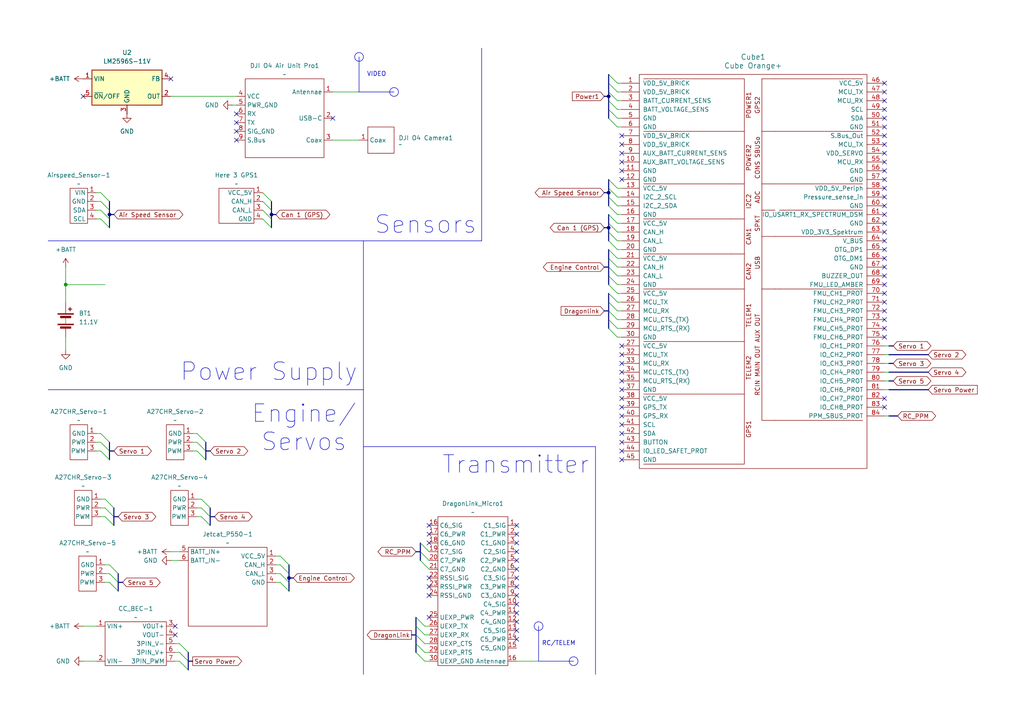
<source format=kicad_sch>
(kicad_sch
	(version 20231120)
	(generator "eeschema")
	(generator_version "8.0")
	(uuid "44e26d90-9cb5-414b-886a-0959618fe15b")
	(paper "A4")
	(title_block
		(title "Supersonic UAV Electrical Schematic")
		(date "2025-03-19")
		(rev "0.1.0")
		(company "Purdue IEEE AESC")
		(comment 1 "Expansion needed on engine diagram")
	)
	(lib_symbols
		(symbol "AESC:A27CHR_servo"
			(exclude_from_sim no)
			(in_bom yes)
			(on_board yes)
			(property "Reference" "A27CHR_Servo-"
				(at 0 0 0)
				(effects
					(font
						(size 1.27 1.27)
					)
				)
			)
			(property "Value" ""
				(at 0 0 0)
				(effects
					(font
						(size 1.27 1.27)
					)
				)
			)
			(property "Footprint" ""
				(at 0 0 0)
				(effects
					(font
						(size 1.27 1.27)
					)
					(hide yes)
				)
			)
			(property "Datasheet" ""
				(at 0 0 0)
				(effects
					(font
						(size 1.27 1.27)
					)
					(hide yes)
				)
			)
			(property "Description" ""
				(at 0 0 0)
				(effects
					(font
						(size 1.27 1.27)
					)
					(hide yes)
				)
			)
			(symbol "A27CHR_servo_0_1"
				(rectangle
					(start -2.54 -1.27)
					(end 2.54 -11.43)
					(stroke
						(width 0)
						(type default)
					)
					(fill
						(type none)
					)
				)
			)
			(symbol "A27CHR_servo_1_1"
				(pin input line
					(at 5.08 -3.81 180)
					(length 2.54)
					(name "GND"
						(effects
							(font
								(size 1.27 1.27)
							)
						)
					)
					(number "1"
						(effects
							(font
								(size 1.27 1.27)
							)
						)
					)
				)
				(pin input line
					(at 5.08 -6.35 180)
					(length 2.54)
					(name "PWR"
						(effects
							(font
								(size 1.27 1.27)
							)
						)
					)
					(number "2"
						(effects
							(font
								(size 1.27 1.27)
							)
						)
					)
				)
				(pin input line
					(at 5.08 -8.89 180)
					(length 2.54)
					(name "PWM"
						(effects
							(font
								(size 1.27 1.27)
							)
						)
					)
					(number "3"
						(effects
							(font
								(size 1.27 1.27)
							)
						)
					)
				)
			)
		)
		(symbol "AESC:CC_BEC"
			(exclude_from_sim no)
			(in_bom yes)
			(on_board yes)
			(property "Reference" "CC_BEC-"
				(at 0 0 0)
				(effects
					(font
						(size 1.27 1.27)
					)
				)
			)
			(property "Value" ""
				(at 0 0 0)
				(effects
					(font
						(size 1.27 1.27)
					)
				)
			)
			(property "Footprint" ""
				(at 0 0 0)
				(effects
					(font
						(size 1.27 1.27)
					)
					(hide yes)
				)
			)
			(property "Datasheet" ""
				(at 0 0 0)
				(effects
					(font
						(size 1.27 1.27)
					)
					(hide yes)
				)
			)
			(property "Description" ""
				(at 0 0 0)
				(effects
					(font
						(size 1.27 1.27)
					)
					(hide yes)
				)
			)
			(symbol "CC_BEC_0_1"
				(rectangle
					(start -8.89 -1.27)
					(end 8.89 -13.97)
					(stroke
						(width 0)
						(type default)
					)
					(fill
						(type none)
					)
				)
			)
			(symbol "CC_BEC_1_1"
				(pin input line
					(at -11.43 -2.54 0)
					(length 2.54)
					(name "VIN+"
						(effects
							(font
								(size 1.27 1.27)
							)
						)
					)
					(number "1"
						(effects
							(font
								(size 1.27 1.27)
							)
						)
					)
				)
				(pin input line
					(at -11.43 -12.7 0)
					(length 2.54)
					(name "VIN-"
						(effects
							(font
								(size 1.27 1.27)
							)
						)
					)
					(number "2"
						(effects
							(font
								(size 1.27 1.27)
							)
						)
					)
				)
				(pin input line
					(at 11.43 -2.54 180)
					(length 2.54)
					(name "VOUT+"
						(effects
							(font
								(size 1.27 1.27)
							)
						)
					)
					(number "3"
						(effects
							(font
								(size 1.27 1.27)
							)
						)
					)
				)
				(pin input line
					(at 11.43 -5.08 180)
					(length 2.54)
					(name "VOUT-"
						(effects
							(font
								(size 1.27 1.27)
							)
						)
					)
					(number "4"
						(effects
							(font
								(size 1.27 1.27)
							)
						)
					)
				)
				(pin input line
					(at 11.43 -7.62 180)
					(length 2.54)
					(name "3PIN_V-"
						(effects
							(font
								(size 1.27 1.27)
							)
						)
					)
					(number "5"
						(effects
							(font
								(size 1.27 1.27)
							)
						)
					)
				)
				(pin input line
					(at 11.43 -10.16 180)
					(length 2.54)
					(name "3PIN_V+"
						(effects
							(font
								(size 1.27 1.27)
							)
						)
					)
					(number "6"
						(effects
							(font
								(size 1.27 1.27)
							)
						)
					)
				)
				(pin input line
					(at 11.43 -12.7 180)
					(length 2.54)
					(name "3PIN_PWM"
						(effects
							(font
								(size 1.27 1.27)
							)
						)
					)
					(number "7"
						(effects
							(font
								(size 1.27 1.27)
							)
						)
					)
				)
			)
		)
		(symbol "AESC:Cube Orange+"
			(pin_names
				(offset 1.016)
			)
			(exclude_from_sim no)
			(in_bom yes)
			(on_board yes)
			(property "Reference" "Cube"
				(at 0 -66.04 0)
				(effects
					(font
						(size 1.524 1.524)
					)
				)
			)
			(property "Value" "Cube Orange+"
				(at -1.27 53.34 0)
				(effects
					(font
						(size 1.524 1.524)
					)
				)
			)
			(property "Footprint" ""
				(at -17.78 27.94 0)
				(effects
					(font
						(size 1.524 1.524)
					)
					(hide yes)
				)
			)
			(property "Datasheet" ""
				(at -17.78 27.94 0)
				(effects
					(font
						(size 1.524 1.524)
					)
					(hide yes)
				)
			)
			(property "Description" ""
				(at 0 0 0)
				(effects
					(font
						(size 1.27 1.27)
					)
					(hide yes)
				)
			)
			(symbol "Cube Orange+_0_1"
				(rectangle
					(start -33.02 50.8)
					(end 33.02 -63.5)
					(stroke
						(width 0)
						(type solid)
					)
					(fill
						(type none)
					)
				)
				(polyline
					(pts
						(xy -6.35 -1.27) (xy -2.54 -1.27)
					)
					(stroke
						(width 0)
						(type default)
					)
					(fill
						(type none)
					)
				)
				(polyline
					(pts
						(xy 2.54 49.53) (xy 6.35 49.53)
					)
					(stroke
						(width 0)
						(type default)
					)
					(fill
						(type none)
					)
				)
				(polyline
					(pts
						(xy -2.54 -41.91) (xy -2.54 -62.23) (xy -31.75 -62.23)
					)
					(stroke
						(width 0)
						(type default)
					)
					(fill
						(type none)
					)
				)
				(polyline
					(pts
						(xy -2.54 -26.67) (xy -2.54 -41.91) (xy -31.75 -41.91)
					)
					(stroke
						(width 0)
						(type default)
					)
					(fill
						(type none)
					)
				)
				(polyline
					(pts
						(xy -2.54 -11.43) (xy -2.54 -26.67) (xy -31.75 -26.67)
					)
					(stroke
						(width 0)
						(type default)
					)
					(fill
						(type none)
					)
				)
				(polyline
					(pts
						(xy -2.54 -1.27) (xy -2.54 -11.43) (xy -31.75 -11.43)
					)
					(stroke
						(width 0)
						(type default)
					)
					(fill
						(type none)
					)
				)
				(polyline
					(pts
						(xy -2.54 -1.27) (xy -2.54 8.89) (xy -6.35 8.89)
					)
					(stroke
						(width 0)
						(type default)
					)
					(fill
						(type none)
					)
				)
				(polyline
					(pts
						(xy -2.54 8.89) (xy -2.54 19.05) (xy -6.35 19.05)
					)
					(stroke
						(width 0)
						(type default)
					)
					(fill
						(type none)
					)
				)
				(polyline
					(pts
						(xy -2.54 19.05) (xy -2.54 34.29) (xy -6.35 34.29)
					)
					(stroke
						(width 0)
						(type default)
					)
					(fill
						(type none)
					)
				)
				(polyline
					(pts
						(xy 2.54 -11.43) (xy 2.54 -49.53) (xy 6.35 -49.53)
					)
					(stroke
						(width 0)
						(type default)
					)
					(fill
						(type none)
					)
				)
				(polyline
					(pts
						(xy 2.54 3.81) (xy 2.54 -11.43) (xy 6.35 -11.43)
					)
					(stroke
						(width 0)
						(type default)
					)
					(fill
						(type none)
					)
				)
				(polyline
					(pts
						(xy 2.54 11.43) (xy 2.54 3.81) (xy 6.35 3.81)
					)
					(stroke
						(width 0)
						(type default)
					)
					(fill
						(type none)
					)
				)
				(polyline
					(pts
						(xy 2.54 19.05) (xy 2.54 11.43) (xy 6.35 11.43)
					)
					(stroke
						(width 0)
						(type default)
					)
					(fill
						(type none)
					)
				)
				(polyline
					(pts
						(xy 2.54 34.29) (xy 2.54 19.05) (xy 6.35 19.05)
					)
					(stroke
						(width 0)
						(type default)
					)
					(fill
						(type none)
					)
				)
				(polyline
					(pts
						(xy 2.54 49.53) (xy 2.54 34.29) (xy 6.35 34.29)
					)
					(stroke
						(width 0)
						(type default)
					)
					(fill
						(type none)
					)
				)
				(polyline
					(pts
						(xy -2.54 34.29) (xy -2.54 49.53) (xy -5.08 49.53) (xy -6.35 49.53)
					)
					(stroke
						(width 0)
						(type default)
					)
					(fill
						(type none)
					)
				)
			)
			(symbol "Cube Orange+_1_1"
				(polyline
					(pts
						(xy -27.94 34.29) (xy -31.75 34.29)
					)
					(stroke
						(width 0)
						(type default)
					)
					(fill
						(type none)
					)
				)
				(polyline
					(pts
						(xy -27.94 49.53) (xy -31.75 49.53)
					)
					(stroke
						(width 0)
						(type default)
					)
					(fill
						(type none)
					)
				)
				(polyline
					(pts
						(xy -6.35 -1.27) (xy -31.75 -1.27)
					)
					(stroke
						(width 0)
						(type default)
					)
					(fill
						(type none)
					)
				)
				(polyline
					(pts
						(xy -6.35 8.89) (xy -31.75 8.89)
					)
					(stroke
						(width 0)
						(type default)
					)
					(fill
						(type none)
					)
				)
				(polyline
					(pts
						(xy -6.35 19.05) (xy -31.75 19.05)
					)
					(stroke
						(width 0)
						(type default)
					)
					(fill
						(type none)
					)
				)
				(polyline
					(pts
						(xy -6.35 34.29) (xy -27.94 34.29)
					)
					(stroke
						(width 0)
						(type default)
					)
					(fill
						(type none)
					)
				)
				(polyline
					(pts
						(xy -6.35 49.53) (xy -27.94 49.53)
					)
					(stroke
						(width 0)
						(type default)
					)
					(fill
						(type none)
					)
				)
				(polyline
					(pts
						(xy 6.35 -49.53) (xy 31.75 -49.53)
					)
					(stroke
						(width 0)
						(type default)
					)
					(fill
						(type none)
					)
				)
				(polyline
					(pts
						(xy 6.35 3.81) (xy 31.75 3.81)
					)
					(stroke
						(width 0)
						(type default)
					)
					(fill
						(type none)
					)
				)
				(polyline
					(pts
						(xy 6.35 19.05) (xy 31.75 19.05)
					)
					(stroke
						(width 0)
						(type default)
					)
					(fill
						(type none)
					)
				)
				(polyline
					(pts
						(xy 6.35 34.29) (xy 31.75 34.29)
					)
					(stroke
						(width 0)
						(type default)
					)
					(fill
						(type none)
					)
				)
				(polyline
					(pts
						(xy 6.35 49.53) (xy 31.75 49.53)
					)
					(stroke
						(width 0)
						(type default)
					)
					(fill
						(type none)
					)
				)
				(polyline
					(pts
						(xy 7.62 -11.43) (xy 6.35 -11.43)
					)
					(stroke
						(width 0)
						(type default)
					)
					(fill
						(type none)
					)
				)
				(polyline
					(pts
						(xy 7.62 11.43) (xy 31.75 11.43)
					)
					(stroke
						(width 0)
						(type default)
					)
					(fill
						(type none)
					)
				)
				(polyline
					(pts
						(xy 7.62 -11.43) (xy 31.75 -11.43) (xy 30.48 -11.43) (xy 31.75 -11.43)
					)
					(stroke
						(width 0)
						(type default)
					)
					(fill
						(type none)
					)
				)
				(text "ADC"
					(at 1.27 15.24 900)
					(effects
						(font
							(size 1.27 1.27)
						)
					)
				)
				(text "CAN1"
					(at -1.27 3.81 900)
					(effects
						(font
							(size 1.27 1.27)
						)
					)
				)
				(text "CAN2"
					(at -1.27 -6.35 900)
					(effects
						(font
							(size 1.27 1.27)
						)
					)
				)
				(text "CONS SBUSo"
					(at 1.27 26.67 900)
					(effects
						(font
							(size 1.27 1.27)
						)
					)
				)
				(text "GPS1"
					(at -1.27 -52.07 900)
					(effects
						(font
							(size 1.27 1.27)
						)
					)
				)
				(text "GPS2"
					(at 1.27 41.91 900)
					(effects
						(font
							(size 1.27 1.27)
						)
					)
				)
				(text "I2C2"
					(at -1.27 13.97 900)
					(effects
						(font
							(size 1.27 1.27)
						)
					)
				)
				(text "POWER1"
					(at -1.27 41.91 900)
					(effects
						(font
							(size 1.27 1.27)
						)
					)
				)
				(text "POWER2"
					(at -1.27 26.67 900)
					(effects
						(font
							(size 1.27 1.27)
						)
					)
				)
				(text "RCIN MAIN OUT AUX OUT"
					(at 1.27 -30.48 900)
					(effects
						(font
							(size 1.27 1.27)
						)
					)
				)
				(text "SPKT"
					(at 1.27 7.62 900)
					(effects
						(font
							(size 1.27 1.27)
						)
					)
				)
				(text "TELEM1"
					(at -1.27 -19.05 900)
					(effects
						(font
							(size 1.27 1.27)
						)
					)
				)
				(text "TELEM2"
					(at -1.27 -34.29 900)
					(effects
						(font
							(size 1.27 1.27)
						)
					)
				)
				(text "USB"
					(at 1.27 -3.81 900)
					(effects
						(font
							(size 1.27 1.27)
						)
					)
				)
				(pin input line
					(at -38.1 48.26 0)
					(length 5.08)
					(name "VDD_5V_BRICK"
						(effects
							(font
								(size 1.27 1.27)
							)
						)
					)
					(number "1"
						(effects
							(font
								(size 1.27 1.27)
							)
						)
					)
				)
				(pin input line
					(at -38.1 25.4 0)
					(length 5.08)
					(name "AUX_BATT_VOLTAGE_SENS"
						(effects
							(font
								(size 1.27 1.27)
							)
						)
					)
					(number "10"
						(effects
							(font
								(size 1.27 1.27)
							)
						)
					)
				)
				(pin unspecified line
					(at -38.1 22.86 0)
					(length 5.08)
					(name "GND"
						(effects
							(font
								(size 1.27 1.27)
							)
						)
					)
					(number "11"
						(effects
							(font
								(size 1.27 1.27)
							)
						)
					)
				)
				(pin unspecified line
					(at -38.1 20.32 0)
					(length 5.08)
					(name "GND"
						(effects
							(font
								(size 1.27 1.27)
							)
						)
					)
					(number "12"
						(effects
							(font
								(size 1.27 1.27)
							)
						)
					)
				)
				(pin output line
					(at -38.1 17.78 0)
					(length 5.08)
					(name "VCC_5V"
						(effects
							(font
								(size 1.27 1.27)
							)
						)
					)
					(number "13"
						(effects
							(font
								(size 1.27 1.27)
							)
						)
					)
				)
				(pin bidirectional line
					(at -38.1 15.24 0)
					(length 5.08)
					(name "I2C_2_SCL"
						(effects
							(font
								(size 1.27 1.27)
							)
						)
					)
					(number "14"
						(effects
							(font
								(size 1.27 1.27)
							)
						)
					)
				)
				(pin bidirectional line
					(at -38.1 12.7 0)
					(length 5.08)
					(name "I2C_2_SDA"
						(effects
							(font
								(size 1.27 1.27)
							)
						)
					)
					(number "15"
						(effects
							(font
								(size 1.27 1.27)
							)
						)
					)
				)
				(pin unspecified line
					(at -38.1 10.16 0)
					(length 5.08)
					(name "GND"
						(effects
							(font
								(size 1.27 1.27)
							)
						)
					)
					(number "16"
						(effects
							(font
								(size 1.27 1.27)
							)
						)
					)
				)
				(pin output line
					(at -38.1 7.62 0)
					(length 5.08)
					(name "VCC_5V"
						(effects
							(font
								(size 1.27 1.27)
							)
						)
					)
					(number "17"
						(effects
							(font
								(size 1.27 1.27)
							)
						)
					)
				)
				(pin bidirectional line
					(at -38.1 5.08 0)
					(length 5.08)
					(name "CAN_H"
						(effects
							(font
								(size 1.27 1.27)
							)
						)
					)
					(number "18"
						(effects
							(font
								(size 1.27 1.27)
							)
						)
					)
				)
				(pin bidirectional line
					(at -38.1 2.54 0)
					(length 5.08)
					(name "CAN_L"
						(effects
							(font
								(size 1.27 1.27)
							)
						)
					)
					(number "19"
						(effects
							(font
								(size 1.27 1.27)
							)
						)
					)
				)
				(pin input line
					(at -38.1 45.72 0)
					(length 5.08)
					(name "VDD_5V_BRICK"
						(effects
							(font
								(size 1.27 1.27)
							)
						)
					)
					(number "2"
						(effects
							(font
								(size 1.27 1.27)
							)
						)
					)
				)
				(pin unspecified line
					(at -38.1 0 0)
					(length 5.08)
					(name "GND"
						(effects
							(font
								(size 1.27 1.27)
							)
						)
					)
					(number "20"
						(effects
							(font
								(size 1.27 1.27)
							)
						)
					)
				)
				(pin output line
					(at -38.1 -2.54 0)
					(length 5.08)
					(name "VCC_5V"
						(effects
							(font
								(size 1.27 1.27)
							)
						)
					)
					(number "21"
						(effects
							(font
								(size 1.27 1.27)
							)
						)
					)
				)
				(pin bidirectional line
					(at -38.1 -5.08 0)
					(length 5.08)
					(name "CAN_H"
						(effects
							(font
								(size 1.27 1.27)
							)
						)
					)
					(number "22"
						(effects
							(font
								(size 1.27 1.27)
							)
						)
					)
				)
				(pin bidirectional line
					(at -38.1 -7.62 0)
					(length 5.08)
					(name "CAN_L"
						(effects
							(font
								(size 1.27 1.27)
							)
						)
					)
					(number "23"
						(effects
							(font
								(size 1.27 1.27)
							)
						)
					)
				)
				(pin unspecified line
					(at -38.1 -10.16 0)
					(length 5.08)
					(name "GND"
						(effects
							(font
								(size 1.27 1.27)
							)
						)
					)
					(number "24"
						(effects
							(font
								(size 1.27 1.27)
							)
						)
					)
				)
				(pin output line
					(at -38.1 -12.7 0)
					(length 5.08)
					(name "VCC_5V"
						(effects
							(font
								(size 1.27 1.27)
							)
						)
					)
					(number "25"
						(effects
							(font
								(size 1.27 1.27)
							)
						)
					)
				)
				(pin output line
					(at -38.1 -15.24 0)
					(length 5.08)
					(name "MCU_TX"
						(effects
							(font
								(size 1.27 1.27)
							)
						)
					)
					(number "26"
						(effects
							(font
								(size 1.27 1.27)
							)
						)
					)
				)
				(pin input line
					(at -38.1 -17.78 0)
					(length 5.08)
					(name "MCU_RX"
						(effects
							(font
								(size 1.27 1.27)
							)
						)
					)
					(number "27"
						(effects
							(font
								(size 1.27 1.27)
							)
						)
					)
				)
				(pin input line
					(at -38.1 -27.94 0)
					(length 5.08)
					(name "VCC_5V"
						(effects
							(font
								(size 1.27 1.27)
							)
						)
					)
					(number "27"
						(effects
							(font
								(size 1.27 1.27)
							)
						)
					)
				)
				(pin output line
					(at -38.1 -20.32 0)
					(length 5.08)
					(name "MCU_CTS_(TX)"
						(effects
							(font
								(size 1.27 1.27)
							)
						)
					)
					(number "28"
						(effects
							(font
								(size 1.27 1.27)
							)
						)
					)
				)
				(pin input line
					(at -38.1 -22.86 0)
					(length 5.08)
					(name "MCU_RTS_(RX)"
						(effects
							(font
								(size 1.27 1.27)
							)
						)
					)
					(number "29"
						(effects
							(font
								(size 1.27 1.27)
							)
						)
					)
				)
				(pin input line
					(at -38.1 43.18 0)
					(length 5.08)
					(name "BATT_CURRENT_SENS"
						(effects
							(font
								(size 1.27 1.27)
							)
						)
					)
					(number "3"
						(effects
							(font
								(size 1.27 1.27)
							)
						)
					)
				)
				(pin unspecified line
					(at -38.1 -25.4 0)
					(length 5.08)
					(name "GND"
						(effects
							(font
								(size 1.27 1.27)
							)
						)
					)
					(number "30"
						(effects
							(font
								(size 1.27 1.27)
							)
						)
					)
				)
				(pin input line
					(at -38.1 -30.48 0)
					(length 5.08)
					(name "MCU_TX"
						(effects
							(font
								(size 1.27 1.27)
							)
						)
					)
					(number "32"
						(effects
							(font
								(size 1.27 1.27)
							)
						)
					)
				)
				(pin output line
					(at -38.1 -33.02 0)
					(length 5.08)
					(name "MCU_RX"
						(effects
							(font
								(size 1.27 1.27)
							)
						)
					)
					(number "33"
						(effects
							(font
								(size 1.27 1.27)
							)
						)
					)
				)
				(pin input line
					(at -38.1 -35.56 0)
					(length 5.08)
					(name "MCU_CTS_(TX)"
						(effects
							(font
								(size 1.27 1.27)
							)
						)
					)
					(number "34"
						(effects
							(font
								(size 1.27 1.27)
							)
						)
					)
				)
				(pin bidirectional line
					(at -38.1 -38.1 0)
					(length 5.08)
					(name "MCU_RTS_(RX)"
						(effects
							(font
								(size 1.27 1.27)
							)
						)
					)
					(number "35"
						(effects
							(font
								(size 1.27 1.27)
							)
						)
					)
				)
				(pin output line
					(at -38.1 -40.64 0)
					(length 5.08)
					(name "GND"
						(effects
							(font
								(size 1.27 1.27)
							)
						)
					)
					(number "37"
						(effects
							(font
								(size 1.27 1.27)
							)
						)
					)
				)
				(pin output line
					(at -38.1 -43.18 0)
					(length 5.08)
					(name "VCC_5V"
						(effects
							(font
								(size 1.27 1.27)
							)
						)
					)
					(number "38"
						(effects
							(font
								(size 1.27 1.27)
							)
						)
					)
				)
				(pin unspecified line
					(at -38.1 -45.72 0)
					(length 5.08)
					(name "GPS_TX"
						(effects
							(font
								(size 1.27 1.27)
							)
						)
					)
					(number "39"
						(effects
							(font
								(size 1.27 1.27)
							)
						)
					)
				)
				(pin input line
					(at -38.1 40.64 0)
					(length 5.08)
					(name "BATT_VOLTAGE_SENS"
						(effects
							(font
								(size 1.27 1.27)
							)
						)
					)
					(number "4"
						(effects
							(font
								(size 1.27 1.27)
							)
						)
					)
				)
				(pin output line
					(at -38.1 -48.26 0)
					(length 5.08)
					(name "GPS_RX"
						(effects
							(font
								(size 1.27 1.27)
							)
						)
					)
					(number "40"
						(effects
							(font
								(size 1.27 1.27)
							)
						)
					)
				)
				(pin output line
					(at -38.1 -50.8 0)
					(length 5.08)
					(name "SCL"
						(effects
							(font
								(size 1.27 1.27)
							)
						)
					)
					(number "41"
						(effects
							(font
								(size 1.27 1.27)
							)
						)
					)
				)
				(pin input line
					(at -38.1 -53.34 0)
					(length 5.08)
					(name "SDA"
						(effects
							(font
								(size 1.27 1.27)
							)
						)
					)
					(number "42"
						(effects
							(font
								(size 1.27 1.27)
							)
						)
					)
				)
				(pin output line
					(at -38.1 -55.88 0)
					(length 5.08)
					(name "BUTTON"
						(effects
							(font
								(size 1.27 1.27)
							)
						)
					)
					(number "43"
						(effects
							(font
								(size 1.27 1.27)
							)
						)
					)
				)
				(pin input line
					(at -38.1 -58.42 0)
					(length 5.08)
					(name "IO_LED_SAFET_PROT"
						(effects
							(font
								(size 1.27 1.27)
							)
						)
					)
					(number "44"
						(effects
							(font
								(size 1.27 1.27)
							)
						)
					)
				)
				(pin unspecified line
					(at -38.1 -60.96 0)
					(length 5.08)
					(name "GND"
						(effects
							(font
								(size 1.27 1.27)
							)
						)
					)
					(number "45"
						(effects
							(font
								(size 1.27 1.27)
							)
						)
					)
				)
				(pin output line
					(at 38.1 48.26 180)
					(length 5.08)
					(name "VCC_5V"
						(effects
							(font
								(size 1.27 1.27)
							)
						)
					)
					(number "46"
						(effects
							(font
								(size 1.27 1.27)
							)
						)
					)
				)
				(pin output line
					(at 38.1 45.72 180)
					(length 5.08)
					(name "MCU_TX"
						(effects
							(font
								(size 1.27 1.27)
							)
						)
					)
					(number "47"
						(effects
							(font
								(size 1.27 1.27)
							)
						)
					)
				)
				(pin input line
					(at 38.1 43.18 180)
					(length 5.08)
					(name "MCU_RX"
						(effects
							(font
								(size 1.27 1.27)
							)
						)
					)
					(number "48"
						(effects
							(font
								(size 1.27 1.27)
							)
						)
					)
				)
				(pin output line
					(at 38.1 40.64 180)
					(length 5.08)
					(name "SCL"
						(effects
							(font
								(size 1.27 1.27)
							)
						)
					)
					(number "49"
						(effects
							(font
								(size 1.27 1.27)
							)
						)
					)
				)
				(pin unspecified line
					(at -38.1 38.1 0)
					(length 5.08)
					(name "GND"
						(effects
							(font
								(size 1.27 1.27)
							)
						)
					)
					(number "5"
						(effects
							(font
								(size 1.27 1.27)
							)
						)
					)
				)
				(pin unspecified line
					(at 38.1 38.1 180)
					(length 5.08)
					(name "SDA"
						(effects
							(font
								(size 1.27 1.27)
							)
						)
					)
					(number "50"
						(effects
							(font
								(size 1.27 1.27)
							)
						)
					)
				)
				(pin unspecified line
					(at 38.1 35.56 180)
					(length 5.08)
					(name "GND"
						(effects
							(font
								(size 1.27 1.27)
							)
						)
					)
					(number "51"
						(effects
							(font
								(size 1.27 1.27)
							)
						)
					)
				)
				(pin output line
					(at 38.1 33.02 180)
					(length 5.08)
					(name "S.Bus_Out"
						(effects
							(font
								(size 1.27 1.27)
							)
						)
					)
					(number "52"
						(effects
							(font
								(size 1.27 1.27)
							)
						)
					)
				)
				(pin output line
					(at 38.1 30.48 180)
					(length 5.08)
					(name "MCU_TX"
						(effects
							(font
								(size 1.27 1.27)
							)
						)
					)
					(number "53"
						(effects
							(font
								(size 1.27 1.27)
							)
						)
					)
				)
				(pin input line
					(at 38.1 27.94 180)
					(length 5.08)
					(name "VDD_SERVO"
						(effects
							(font
								(size 1.27 1.27)
							)
						)
					)
					(number "54"
						(effects
							(font
								(size 1.27 1.27)
							)
						)
					)
				)
				(pin bidirectional line
					(at 38.1 25.4 180)
					(length 5.08)
					(name "MCU_RX"
						(effects
							(font
								(size 1.27 1.27)
							)
						)
					)
					(number "55"
						(effects
							(font
								(size 1.27 1.27)
							)
						)
					)
				)
				(pin bidirectional line
					(at 38.1 22.86 180)
					(length 5.08)
					(name "GND"
						(effects
							(font
								(size 1.27 1.27)
							)
						)
					)
					(number "56"
						(effects
							(font
								(size 1.27 1.27)
							)
						)
					)
				)
				(pin unspecified line
					(at 38.1 20.32 180)
					(length 5.08)
					(name "GND"
						(effects
							(font
								(size 1.27 1.27)
							)
						)
					)
					(number "57"
						(effects
							(font
								(size 1.27 1.27)
							)
						)
					)
				)
				(pin output line
					(at 38.1 17.78 180)
					(length 5.08)
					(name "VDD_5V_Periph"
						(effects
							(font
								(size 1.27 1.27)
							)
						)
					)
					(number "58"
						(effects
							(font
								(size 1.27 1.27)
							)
						)
					)
				)
				(pin input line
					(at 38.1 15.24 180)
					(length 5.08)
					(name "Pressure_sense_in"
						(effects
							(font
								(size 1.27 1.27)
							)
						)
					)
					(number "59"
						(effects
							(font
								(size 1.27 1.27)
							)
						)
					)
				)
				(pin unspecified line
					(at -38.1 35.56 0)
					(length 5.08)
					(name "GND"
						(effects
							(font
								(size 1.27 1.27)
							)
						)
					)
					(number "6"
						(effects
							(font
								(size 1.27 1.27)
							)
						)
					)
				)
				(pin unspecified line
					(at 38.1 12.7 180)
					(length 5.08)
					(name "GND"
						(effects
							(font
								(size 1.27 1.27)
							)
						)
					)
					(number "60"
						(effects
							(font
								(size 1.27 1.27)
							)
						)
					)
				)
				(pin input line
					(at 38.1 10.16 180)
					(length 5.08)
					(name "IO_USART1_RX_SPECTRUM_DSM"
						(effects
							(font
								(size 1.27 1.27)
							)
						)
					)
					(number "61"
						(effects
							(font
								(size 1.27 1.27)
							)
						)
					)
				)
				(pin unspecified line
					(at 38.1 7.62 180)
					(length 5.08)
					(name "GND"
						(effects
							(font
								(size 1.27 1.27)
							)
						)
					)
					(number "62"
						(effects
							(font
								(size 1.27 1.27)
							)
						)
					)
				)
				(pin output line
					(at 38.1 5.08 180)
					(length 5.08)
					(name "VDD_3V3_Spektrum"
						(effects
							(font
								(size 1.27 1.27)
							)
						)
					)
					(number "63"
						(effects
							(font
								(size 1.27 1.27)
							)
						)
					)
				)
				(pin output line
					(at 38.1 2.54 180)
					(length 5.08)
					(name "V_BUS"
						(effects
							(font
								(size 1.27 1.27)
							)
						)
					)
					(number "64"
						(effects
							(font
								(size 1.27 1.27)
							)
						)
					)
				)
				(pin bidirectional line
					(at 38.1 0 180)
					(length 5.08)
					(name "OTG_DP1"
						(effects
							(font
								(size 1.27 1.27)
							)
						)
					)
					(number "65"
						(effects
							(font
								(size 1.27 1.27)
							)
						)
					)
				)
				(pin bidirectional line
					(at 38.1 -2.54 180)
					(length 5.08)
					(name "OTG_DM1"
						(effects
							(font
								(size 1.27 1.27)
							)
						)
					)
					(number "66"
						(effects
							(font
								(size 1.27 1.27)
							)
						)
					)
				)
				(pin unspecified line
					(at 38.1 -5.08 180)
					(length 5.08)
					(name "GND"
						(effects
							(font
								(size 1.27 1.27)
							)
						)
					)
					(number "67"
						(effects
							(font
								(size 1.27 1.27)
							)
						)
					)
				)
				(pin output line
					(at 38.1 -7.62 180)
					(length 5.08)
					(name "BUZZER_OUT"
						(effects
							(font
								(size 1.27 1.27)
							)
						)
					)
					(number "68"
						(effects
							(font
								(size 1.27 1.27)
							)
						)
					)
				)
				(pin output line
					(at 38.1 -10.16 180)
					(length 5.08)
					(name "FMU_LED_AMBER"
						(effects
							(font
								(size 1.27 1.27)
							)
						)
					)
					(number "69"
						(effects
							(font
								(size 1.27 1.27)
							)
						)
					)
				)
				(pin input line
					(at -38.1 33.02 0)
					(length 5.08)
					(name "VDD_5V_BRICK"
						(effects
							(font
								(size 1.27 1.27)
							)
						)
					)
					(number "7"
						(effects
							(font
								(size 1.27 1.27)
							)
						)
					)
				)
				(pin output line
					(at 38.1 -12.7 180)
					(length 5.08)
					(name "FMU_CH1_PROT"
						(effects
							(font
								(size 1.27 1.27)
							)
						)
					)
					(number "70"
						(effects
							(font
								(size 1.27 1.27)
							)
						)
					)
				)
				(pin output line
					(at 38.1 -15.24 180)
					(length 5.08)
					(name "FMU_CH2_PROT"
						(effects
							(font
								(size 1.27 1.27)
							)
						)
					)
					(number "71"
						(effects
							(font
								(size 1.27 1.27)
							)
						)
					)
				)
				(pin output line
					(at 38.1 -17.78 180)
					(length 5.08)
					(name "FMU_CH3_PROT"
						(effects
							(font
								(size 1.27 1.27)
							)
						)
					)
					(number "72"
						(effects
							(font
								(size 1.27 1.27)
							)
						)
					)
				)
				(pin output line
					(at 38.1 -20.32 180)
					(length 5.08)
					(name "FMU_CH4_PROT"
						(effects
							(font
								(size 1.27 1.27)
							)
						)
					)
					(number "73"
						(effects
							(font
								(size 1.27 1.27)
							)
						)
					)
				)
				(pin output line
					(at 38.1 -22.86 180)
					(length 5.08)
					(name "FMU_CH5_PROT"
						(effects
							(font
								(size 1.27 1.27)
							)
						)
					)
					(number "74"
						(effects
							(font
								(size 1.27 1.27)
							)
						)
					)
				)
				(pin output line
					(at 38.1 -25.4 180)
					(length 5.08)
					(name "FMU_CH6_PROT"
						(effects
							(font
								(size 1.27 1.27)
							)
						)
					)
					(number "75"
						(effects
							(font
								(size 1.27 1.27)
							)
						)
					)
				)
				(pin output line
					(at 38.1 -27.94 180)
					(length 5.08)
					(name "IO_CH1_PROT"
						(effects
							(font
								(size 1.27 1.27)
							)
						)
					)
					(number "76"
						(effects
							(font
								(size 1.27 1.27)
							)
						)
					)
				)
				(pin output line
					(at 38.1 -30.48 180)
					(length 5.08)
					(name "IO_CH2_PROT"
						(effects
							(font
								(size 1.27 1.27)
							)
						)
					)
					(number "77"
						(effects
							(font
								(size 1.27 1.27)
							)
						)
					)
				)
				(pin output line
					(at 38.1 -33.02 180)
					(length 5.08)
					(name "IO_CH3_PROT"
						(effects
							(font
								(size 1.27 1.27)
							)
						)
					)
					(number "78"
						(effects
							(font
								(size 1.27 1.27)
							)
						)
					)
				)
				(pin output line
					(at 38.1 -35.56 180)
					(length 5.08)
					(name "IO_CH4_PROT"
						(effects
							(font
								(size 1.27 1.27)
							)
						)
					)
					(number "79"
						(effects
							(font
								(size 1.27 1.27)
							)
						)
					)
				)
				(pin input line
					(at -38.1 30.48 0)
					(length 5.08)
					(name "VDD_5V_BRICK"
						(effects
							(font
								(size 1.27 1.27)
							)
						)
					)
					(number "8"
						(effects
							(font
								(size 1.27 1.27)
							)
						)
					)
				)
				(pin output line
					(at 38.1 -38.1 180)
					(length 5.08)
					(name "IO_CH5_PROT"
						(effects
							(font
								(size 1.27 1.27)
							)
						)
					)
					(number "80"
						(effects
							(font
								(size 1.27 1.27)
							)
						)
					)
				)
				(pin output line
					(at 38.1 -40.64 180)
					(length 5.08)
					(name "IO_CH6_PROT"
						(effects
							(font
								(size 1.27 1.27)
							)
						)
					)
					(number "81"
						(effects
							(font
								(size 1.27 1.27)
							)
						)
					)
				)
				(pin output line
					(at 38.1 -43.18 180)
					(length 5.08)
					(name "IO_CH7_PROT"
						(effects
							(font
								(size 1.27 1.27)
							)
						)
					)
					(number "82"
						(effects
							(font
								(size 1.27 1.27)
							)
						)
					)
				)
				(pin output line
					(at 38.1 -45.72 180)
					(length 5.08)
					(name "IO_CH8_PROT"
						(effects
							(font
								(size 1.27 1.27)
							)
						)
					)
					(number "83"
						(effects
							(font
								(size 1.27 1.27)
							)
						)
					)
				)
				(pin bidirectional line
					(at 38.1 -48.26 180)
					(length 5.08)
					(name "PPM_SBUS_PROT"
						(effects
							(font
								(size 1.27 1.27)
							)
						)
					)
					(number "84"
						(effects
							(font
								(size 1.27 1.27)
							)
						)
					)
				)
				(pin input line
					(at -38.1 27.94 0)
					(length 5.08)
					(name "AUX_BATT_CURRENT_SENS"
						(effects
							(font
								(size 1.27 1.27)
							)
						)
					)
					(number "9"
						(effects
							(font
								(size 1.27 1.27)
							)
						)
					)
				)
			)
		)
		(symbol "AESC:DJI_O4_Air_Unit_Pro"
			(exclude_from_sim no)
			(in_bom yes)
			(on_board yes)
			(property "Reference" "DJI O4 Air Unit Pro"
				(at 0 2.794 0)
				(effects
					(font
						(size 1.27 1.27)
					)
				)
			)
			(property "Value" ""
				(at 0 2.794 0)
				(effects
					(font
						(size 1.27 1.27)
					)
				)
			)
			(property "Footprint" ""
				(at 0 2.794 0)
				(effects
					(font
						(size 1.27 1.27)
					)
					(hide yes)
				)
			)
			(property "Datasheet" ""
				(at 0 2.794 0)
				(effects
					(font
						(size 1.27 1.27)
					)
					(hide yes)
				)
			)
			(property "Description" ""
				(at 0 2.794 0)
				(effects
					(font
						(size 1.27 1.27)
					)
					(hide yes)
				)
			)
			(symbol "DJI_O4_Air_Unit_Pro_0_1"
				(rectangle
					(start -11.43 0)
					(end 11.43 -22.86)
					(stroke
						(width 0)
						(type default)
					)
					(fill
						(type none)
					)
				)
			)
			(symbol "DJI_O4_Air_Unit_Pro_1_1"
				(pin bidirectional line
					(at -13.97 -3.81 0)
					(length 2.54)
					(name "Antennae"
						(effects
							(font
								(size 1.27 1.27)
							)
						)
					)
					(number "1"
						(effects
							(font
								(size 1.27 1.27)
							)
						)
					)
				)
				(pin bidirectional line
					(at -13.97 -11.43 0)
					(length 2.54)
					(name "USB-C"
						(effects
							(font
								(size 1.27 1.27)
							)
						)
					)
					(number "2"
						(effects
							(font
								(size 1.27 1.27)
							)
						)
					)
				)
				(pin bidirectional line
					(at -13.97 -17.78 0)
					(length 2.54)
					(name "Coax"
						(effects
							(font
								(size 1.27 1.27)
							)
						)
					)
					(number "3"
						(effects
							(font
								(size 1.27 1.27)
							)
						)
					)
				)
				(pin input line
					(at 13.97 -5.08 180)
					(length 2.54)
					(name "VCC"
						(effects
							(font
								(size 1.27 1.27)
							)
						)
					)
					(number "4"
						(effects
							(font
								(size 1.27 1.27)
							)
						)
					)
				)
				(pin input line
					(at 13.97 -7.62 180)
					(length 2.54)
					(name "PWR_GND"
						(effects
							(font
								(size 1.27 1.27)
							)
						)
					)
					(number "5"
						(effects
							(font
								(size 1.27 1.27)
							)
						)
					)
				)
				(pin output line
					(at 13.97 -10.16 180)
					(length 2.54)
					(name "RX"
						(effects
							(font
								(size 1.27 1.27)
							)
						)
					)
					(number "6"
						(effects
							(font
								(size 1.27 1.27)
							)
						)
					)
				)
				(pin input line
					(at 13.97 -12.7 180)
					(length 2.54)
					(name "TX"
						(effects
							(font
								(size 1.27 1.27)
							)
						)
					)
					(number "7"
						(effects
							(font
								(size 1.27 1.27)
							)
						)
					)
				)
				(pin input line
					(at 13.97 -15.24 180)
					(length 2.54)
					(name "SIG_GND"
						(effects
							(font
								(size 1.27 1.27)
							)
						)
					)
					(number "8"
						(effects
							(font
								(size 1.27 1.27)
							)
						)
					)
				)
				(pin bidirectional line
					(at 13.97 -17.78 180)
					(length 2.54)
					(name "S.Bus"
						(effects
							(font
								(size 1.27 1.27)
							)
						)
					)
					(number "9"
						(effects
							(font
								(size 1.27 1.27)
							)
						)
					)
				)
			)
		)
		(symbol "AESC:DJI_O4_Camera"
			(exclude_from_sim no)
			(in_bom yes)
			(on_board yes)
			(property "Reference" "DJI O4 Camera"
				(at 0 4.064 0)
				(effects
					(font
						(size 1.27 1.27)
					)
				)
			)
			(property "Value" ""
				(at -1.27 1.778 0)
				(effects
					(font
						(size 1.27 1.27)
					)
				)
			)
			(property "Footprint" ""
				(at -1.27 1.778 0)
				(effects
					(font
						(size 1.27 1.27)
					)
					(hide yes)
				)
			)
			(property "Datasheet" ""
				(at -1.27 1.778 0)
				(effects
					(font
						(size 1.27 1.27)
					)
					(hide yes)
				)
			)
			(property "Description" ""
				(at -1.27 1.778 0)
				(effects
					(font
						(size 1.27 1.27)
					)
					(hide yes)
				)
			)
			(symbol "DJI_O4_Camera_0_1"
				(rectangle
					(start -3.81 2.54)
					(end 3.81 -5.08)
					(stroke
						(width 0)
						(type default)
					)
					(fill
						(type none)
					)
				)
			)
			(symbol "DJI_O4_Camera_1_1"
				(pin bidirectional line
					(at 6.35 -1.27 180)
					(length 2.54)
					(name "Coax"
						(effects
							(font
								(size 1.27 1.27)
							)
						)
					)
					(number "1"
						(effects
							(font
								(size 1.27 1.27)
							)
						)
					)
				)
			)
		)
		(symbol "AESC:Here_3_GPS"
			(exclude_from_sim no)
			(in_bom yes)
			(on_board yes)
			(property "Reference" "Here 3 GPS"
				(at 0 2.54 0)
				(effects
					(font
						(size 1.27 1.27)
					)
				)
			)
			(property "Value" ""
				(at 0 2.54 0)
				(effects
					(font
						(size 1.27 1.27)
					)
				)
			)
			(property "Footprint" "Here 3 GPS"
				(at 0 2.54 0)
				(effects
					(font
						(size 1.27 1.27)
					)
					(hide yes)
				)
			)
			(property "Datasheet" "Here 3 GPS"
				(at 0 2.54 0)
				(effects
					(font
						(size 1.27 1.27)
					)
					(hide yes)
				)
			)
			(property "Description" "Here 3 GPS"
				(at 0 2.54 0)
				(effects
					(font
						(size 1.27 1.27)
					)
					(hide yes)
				)
			)
			(symbol "Here_3_GPS_0_1"
				(rectangle
					(start -5.08 0)
					(end 5.08 -10.16)
					(stroke
						(width 0)
						(type default)
					)
					(fill
						(type none)
					)
				)
			)
			(symbol "Here_3_GPS_1_1"
				(pin input line
					(at 7.62 -1.27 180)
					(length 2.54)
					(name "VCC_5V"
						(effects
							(font
								(size 1.27 1.27)
							)
						)
					)
					(number "1"
						(effects
							(font
								(size 1.27 1.27)
							)
						)
					)
				)
				(pin bidirectional line
					(at 7.62 -3.81 180)
					(length 2.54)
					(name "CAN_H"
						(effects
							(font
								(size 1.27 1.27)
							)
						)
					)
					(number "2"
						(effects
							(font
								(size 1.27 1.27)
							)
						)
					)
				)
				(pin bidirectional line
					(at 7.62 -6.35 180)
					(length 2.54)
					(name "CAN_L"
						(effects
							(font
								(size 1.27 1.27)
							)
						)
					)
					(number "3"
						(effects
							(font
								(size 1.27 1.27)
							)
						)
					)
				)
				(pin input line
					(at 7.62 -8.89 180)
					(length 2.54)
					(name "GND"
						(effects
							(font
								(size 1.27 1.27)
							)
						)
					)
					(number "4"
						(effects
							(font
								(size 1.27 1.27)
							)
						)
					)
				)
			)
		)
		(symbol "AESC:Jetcat_P550"
			(exclude_from_sim no)
			(in_bom yes)
			(on_board yes)
			(property "Reference" "Jetcat_P550-"
				(at 0 0 0)
				(effects
					(font
						(size 1.27 1.27)
					)
				)
			)
			(property "Value" ""
				(at 0 0 0)
				(effects
					(font
						(size 1.27 1.27)
					)
				)
			)
			(property "Footprint" ""
				(at 0 0 0)
				(effects
					(font
						(size 1.27 1.27)
					)
					(hide yes)
				)
			)
			(property "Datasheet" ""
				(at 0 0 0)
				(effects
					(font
						(size 1.27 1.27)
					)
					(hide yes)
				)
			)
			(property "Description" ""
				(at 0 0 0)
				(effects
					(font
						(size 1.27 1.27)
					)
					(hide yes)
				)
			)
			(symbol "Jetcat_P550_0_1"
				(rectangle
					(start -11.43 -3.81)
					(end 11.43 -26.67)
					(stroke
						(width 0)
						(type default)
					)
					(fill
						(type none)
					)
				)
			)
			(symbol "Jetcat_P550_1_1"
				(pin input line
					(at 13.97 -6.35 180)
					(length 2.54)
					(name "VCC_5V"
						(effects
							(font
								(size 1.27 1.27)
							)
						)
					)
					(number "1"
						(effects
							(font
								(size 1.27 1.27)
							)
						)
					)
				)
				(pin input line
					(at 13.97 -8.89 180)
					(length 2.54)
					(name "CAN_H"
						(effects
							(font
								(size 1.27 1.27)
							)
						)
					)
					(number "2"
						(effects
							(font
								(size 1.27 1.27)
							)
						)
					)
				)
				(pin input line
					(at 13.97 -11.43 180)
					(length 2.54)
					(name "CAN_L"
						(effects
							(font
								(size 1.27 1.27)
							)
						)
					)
					(number "3"
						(effects
							(font
								(size 1.27 1.27)
							)
						)
					)
				)
				(pin input line
					(at 13.97 -13.97 180)
					(length 2.54)
					(name "GND"
						(effects
							(font
								(size 1.27 1.27)
							)
						)
					)
					(number "4"
						(effects
							(font
								(size 1.27 1.27)
							)
						)
					)
				)
				(pin input line
					(at -13.97 -5.08 0)
					(length 2.54)
					(name "BATT_IN+"
						(effects
							(font
								(size 1.27 1.27)
							)
						)
					)
					(number "5"
						(effects
							(font
								(size 1.27 1.27)
							)
						)
					)
				)
				(pin input line
					(at -13.97 -7.62 0)
					(length 2.54)
					(name "BATT_IN-"
						(effects
							(font
								(size 1.27 1.27)
							)
						)
					)
					(number "6"
						(effects
							(font
								(size 1.27 1.27)
							)
						)
					)
				)
			)
		)
		(symbol "AESC:MS4525DO"
			(exclude_from_sim no)
			(in_bom yes)
			(on_board yes)
			(property "Reference" "Airspeed_Sensor-"
				(at 0 0 0)
				(effects
					(font
						(size 1.27 1.27)
					)
				)
			)
			(property "Value" ""
				(at 0 0 0)
				(effects
					(font
						(size 1.27 1.27)
					)
				)
			)
			(property "Footprint" ""
				(at 0 0 0)
				(effects
					(font
						(size 1.27 1.27)
					)
					(hide yes)
				)
			)
			(property "Datasheet" ""
				(at 0 0 0)
				(effects
					(font
						(size 1.27 1.27)
					)
					(hide yes)
				)
			)
			(property "Description" ""
				(at 0 0 0)
				(effects
					(font
						(size 1.27 1.27)
					)
					(hide yes)
				)
			)
			(symbol "MS4525DO_0_1"
				(rectangle
					(start -2.54 -2.54)
					(end 2.54 -12.7)
					(stroke
						(width 0)
						(type default)
					)
					(fill
						(type none)
					)
				)
			)
			(symbol "MS4525DO_1_1"
				(pin input line
					(at 5.08 -3.81 180)
					(length 2.54)
					(name "VIN"
						(effects
							(font
								(size 1.27 1.27)
							)
						)
					)
					(number "1"
						(effects
							(font
								(size 1.27 1.27)
							)
						)
					)
				)
				(pin input line
					(at 5.08 -6.35 180)
					(length 2.54)
					(name "GND"
						(effects
							(font
								(size 1.27 1.27)
							)
						)
					)
					(number "2"
						(effects
							(font
								(size 1.27 1.27)
							)
						)
					)
				)
				(pin input line
					(at 5.08 -8.89 180)
					(length 2.54)
					(name "SDA"
						(effects
							(font
								(size 1.27 1.27)
							)
						)
					)
					(number "3"
						(effects
							(font
								(size 1.27 1.27)
							)
						)
					)
				)
				(pin input line
					(at 5.08 -11.43 180)
					(length 2.54)
					(name "SCL"
						(effects
							(font
								(size 1.27 1.27)
							)
						)
					)
					(number "4"
						(effects
							(font
								(size 1.27 1.27)
							)
						)
					)
				)
			)
		)
		(symbol "Device:Battery"
			(pin_numbers hide)
			(pin_names
				(offset 0) hide)
			(exclude_from_sim no)
			(in_bom yes)
			(on_board yes)
			(property "Reference" "BT"
				(at 2.54 2.54 0)
				(effects
					(font
						(size 1.27 1.27)
					)
					(justify left)
				)
			)
			(property "Value" "Battery"
				(at 2.54 0 0)
				(effects
					(font
						(size 1.27 1.27)
					)
					(justify left)
				)
			)
			(property "Footprint" ""
				(at 0 1.524 90)
				(effects
					(font
						(size 1.27 1.27)
					)
					(hide yes)
				)
			)
			(property "Datasheet" "~"
				(at 0 1.524 90)
				(effects
					(font
						(size 1.27 1.27)
					)
					(hide yes)
				)
			)
			(property "Description" "Multiple-cell battery"
				(at 0 0 0)
				(effects
					(font
						(size 1.27 1.27)
					)
					(hide yes)
				)
			)
			(property "ki_keywords" "batt voltage-source cell"
				(at 0 0 0)
				(effects
					(font
						(size 1.27 1.27)
					)
					(hide yes)
				)
			)
			(symbol "Battery_0_1"
				(rectangle
					(start -2.286 -1.27)
					(end 2.286 -1.524)
					(stroke
						(width 0)
						(type default)
					)
					(fill
						(type outline)
					)
				)
				(rectangle
					(start -2.286 1.778)
					(end 2.286 1.524)
					(stroke
						(width 0)
						(type default)
					)
					(fill
						(type outline)
					)
				)
				(rectangle
					(start -1.524 -2.032)
					(end 1.524 -2.54)
					(stroke
						(width 0)
						(type default)
					)
					(fill
						(type outline)
					)
				)
				(rectangle
					(start -1.524 1.016)
					(end 1.524 0.508)
					(stroke
						(width 0)
						(type default)
					)
					(fill
						(type outline)
					)
				)
				(polyline
					(pts
						(xy 0 -1.016) (xy 0 -0.762)
					)
					(stroke
						(width 0)
						(type default)
					)
					(fill
						(type none)
					)
				)
				(polyline
					(pts
						(xy 0 -0.508) (xy 0 -0.254)
					)
					(stroke
						(width 0)
						(type default)
					)
					(fill
						(type none)
					)
				)
				(polyline
					(pts
						(xy 0 0) (xy 0 0.254)
					)
					(stroke
						(width 0)
						(type default)
					)
					(fill
						(type none)
					)
				)
				(polyline
					(pts
						(xy 0 1.778) (xy 0 2.54)
					)
					(stroke
						(width 0)
						(type default)
					)
					(fill
						(type none)
					)
				)
				(polyline
					(pts
						(xy 0.762 3.048) (xy 1.778 3.048)
					)
					(stroke
						(width 0.254)
						(type default)
					)
					(fill
						(type none)
					)
				)
				(polyline
					(pts
						(xy 1.27 3.556) (xy 1.27 2.54)
					)
					(stroke
						(width 0.254)
						(type default)
					)
					(fill
						(type none)
					)
				)
			)
			(symbol "Battery_1_1"
				(pin passive line
					(at 0 5.08 270)
					(length 2.54)
					(name "+"
						(effects
							(font
								(size 1.27 1.27)
							)
						)
					)
					(number "1"
						(effects
							(font
								(size 1.27 1.27)
							)
						)
					)
				)
				(pin passive line
					(at 0 -5.08 90)
					(length 2.54)
					(name "-"
						(effects
							(font
								(size 1.27 1.27)
							)
						)
					)
					(number "2"
						(effects
							(font
								(size 1.27 1.27)
							)
						)
					)
				)
			)
		)
		(symbol "DragonLink_Micro_1"
			(exclude_from_sim no)
			(in_bom yes)
			(on_board yes)
			(property "Reference" "DragonLink Micro"
				(at 0 0 0)
				(effects
					(font
						(size 1.27 1.27)
					)
				)
			)
			(property "Value" ""
				(at 0 -2.54 0)
				(effects
					(font
						(size 1.27 1.27)
					)
				)
			)
			(property "Footprint" ""
				(at 0 -2.54 0)
				(effects
					(font
						(size 1.27 1.27)
					)
					(hide yes)
				)
			)
			(property "Datasheet" ""
				(at 0 -2.54 0)
				(effects
					(font
						(size 1.27 1.27)
					)
					(hide yes)
				)
			)
			(property "Description" ""
				(at 0 -2.54 0)
				(effects
					(font
						(size 1.27 1.27)
					)
					(hide yes)
				)
			)
			(symbol "DragonLink_Micro_1_0_1"
				(rectangle
					(start -10.16 -2.54)
					(end 10.16 -45.72)
					(stroke
						(width 0)
						(type default)
					)
					(fill
						(type none)
					)
				)
			)
			(symbol "DragonLink_Micro_1_1_1"
				(pin input line
					(at 12.7 -5.08 180)
					(length 2.54)
					(name "C1_SIG"
						(effects
							(font
								(size 1.27 1.27)
							)
						)
					)
					(number "1"
						(effects
							(font
								(size 1.27 1.27)
							)
						)
					)
				)
				(pin input line
					(at 12.7 -27.94 180)
					(length 2.54)
					(name "C4_SIG"
						(effects
							(font
								(size 1.27 1.27)
							)
						)
					)
					(number "10"
						(effects
							(font
								(size 1.27 1.27)
							)
						)
					)
				)
				(pin input line
					(at 12.7 -30.48 180)
					(length 2.54)
					(name "C4_PWR"
						(effects
							(font
								(size 1.27 1.27)
							)
						)
					)
					(number "11"
						(effects
							(font
								(size 1.27 1.27)
							)
						)
					)
				)
				(pin input line
					(at 12.7 -33.02 180)
					(length 2.54)
					(name "C4_GND"
						(effects
							(font
								(size 1.27 1.27)
							)
						)
					)
					(number "12"
						(effects
							(font
								(size 1.27 1.27)
							)
						)
					)
				)
				(pin input line
					(at 12.7 -35.56 180)
					(length 2.54)
					(name "C5_SIG"
						(effects
							(font
								(size 1.27 1.27)
							)
						)
					)
					(number "13"
						(effects
							(font
								(size 1.27 1.27)
							)
						)
					)
				)
				(pin input line
					(at 12.7 -38.1 180)
					(length 2.54)
					(name "C5_PWR"
						(effects
							(font
								(size 1.27 1.27)
							)
						)
					)
					(number "14"
						(effects
							(font
								(size 1.27 1.27)
							)
						)
					)
				)
				(pin input line
					(at 12.7 -40.64 180)
					(length 2.54)
					(name "C5_GND"
						(effects
							(font
								(size 1.27 1.27)
							)
						)
					)
					(number "15"
						(effects
							(font
								(size 1.27 1.27)
							)
						)
					)
				)
				(pin input line
					(at 12.7 -44.45 180)
					(length 2.54)
					(name "Antennae"
						(effects
							(font
								(size 1.27 1.27)
							)
						)
					)
					(number "16"
						(effects
							(font
								(size 1.27 1.27)
							)
						)
					)
				)
				(pin input line
					(at -12.7 -5.08 0)
					(length 2.54)
					(name "C6_SIG"
						(effects
							(font
								(size 1.27 1.27)
							)
						)
					)
					(number "16"
						(effects
							(font
								(size 1.27 1.27)
							)
						)
					)
				)
				(pin input line
					(at -12.7 -7.62 0)
					(length 2.54)
					(name "C6_PWR"
						(effects
							(font
								(size 1.27 1.27)
							)
						)
					)
					(number "17"
						(effects
							(font
								(size 1.27 1.27)
							)
						)
					)
				)
				(pin input line
					(at -12.7 -10.16 0)
					(length 2.54)
					(name "C6_GND"
						(effects
							(font
								(size 1.27 1.27)
							)
						)
					)
					(number "18"
						(effects
							(font
								(size 1.27 1.27)
							)
						)
					)
				)
				(pin input line
					(at -12.7 -12.7 0)
					(length 2.54)
					(name "C7_SIG"
						(effects
							(font
								(size 1.27 1.27)
							)
						)
					)
					(number "19"
						(effects
							(font
								(size 1.27 1.27)
							)
						)
					)
				)
				(pin input line
					(at 12.7 -7.62 180)
					(length 2.54)
					(name "C1_PWR"
						(effects
							(font
								(size 1.27 1.27)
							)
						)
					)
					(number "2"
						(effects
							(font
								(size 1.27 1.27)
							)
						)
					)
				)
				(pin input line
					(at -12.7 -15.24 0)
					(length 2.54)
					(name "C7_PWR"
						(effects
							(font
								(size 1.27 1.27)
							)
						)
					)
					(number "20"
						(effects
							(font
								(size 1.27 1.27)
							)
						)
					)
				)
				(pin input line
					(at -12.7 -17.78 0)
					(length 2.54)
					(name "C7_GND"
						(effects
							(font
								(size 1.27 1.27)
							)
						)
					)
					(number "21"
						(effects
							(font
								(size 1.27 1.27)
							)
						)
					)
				)
				(pin input line
					(at -12.7 -20.32 0)
					(length 2.54)
					(name "RSSI_SIG"
						(effects
							(font
								(size 1.27 1.27)
							)
						)
					)
					(number "22"
						(effects
							(font
								(size 1.27 1.27)
							)
						)
					)
				)
				(pin input line
					(at -12.7 -22.86 0)
					(length 2.54)
					(name "RSSI_PWR"
						(effects
							(font
								(size 1.27 1.27)
							)
						)
					)
					(number "23"
						(effects
							(font
								(size 1.27 1.27)
							)
						)
					)
				)
				(pin input line
					(at -12.7 -25.4 0)
					(length 2.54)
					(name "RSSI_GND"
						(effects
							(font
								(size 1.27 1.27)
							)
						)
					)
					(number "24"
						(effects
							(font
								(size 1.27 1.27)
							)
						)
					)
				)
				(pin input line
					(at -12.7 -31.75 0)
					(length 2.54)
					(name "UEXP_PWR"
						(effects
							(font
								(size 1.27 1.27)
							)
						)
					)
					(number "25"
						(effects
							(font
								(size 1.27 1.27)
							)
						)
					)
				)
				(pin input line
					(at -12.7 -34.29 0)
					(length 2.54)
					(name "UEXP_TX"
						(effects
							(font
								(size 1.27 1.27)
							)
						)
					)
					(number "26"
						(effects
							(font
								(size 1.27 1.27)
							)
						)
					)
				)
				(pin input line
					(at -12.7 -36.83 0)
					(length 2.54)
					(name "UEXP_RX"
						(effects
							(font
								(size 1.27 1.27)
							)
						)
					)
					(number "27"
						(effects
							(font
								(size 1.27 1.27)
							)
						)
					)
				)
				(pin input line
					(at -12.7 -39.37 0)
					(length 2.54)
					(name "UEXP_CTS"
						(effects
							(font
								(size 1.27 1.27)
							)
						)
					)
					(number "28"
						(effects
							(font
								(size 1.27 1.27)
							)
						)
					)
				)
				(pin input line
					(at -12.7 -41.91 0)
					(length 2.54)
					(name "UEXP_RTS"
						(effects
							(font
								(size 1.27 1.27)
							)
						)
					)
					(number "29"
						(effects
							(font
								(size 1.27 1.27)
							)
						)
					)
				)
				(pin input line
					(at 12.7 -10.16 180)
					(length 2.54)
					(name "C1_GND"
						(effects
							(font
								(size 1.27 1.27)
							)
						)
					)
					(number "3"
						(effects
							(font
								(size 1.27 1.27)
							)
						)
					)
				)
				(pin input line
					(at -12.7 -44.45 0)
					(length 2.54)
					(name "UEXP_GND"
						(effects
							(font
								(size 1.27 1.27)
							)
						)
					)
					(number "30"
						(effects
							(font
								(size 1.27 1.27)
							)
						)
					)
				)
				(pin input line
					(at 12.7 -12.7 180)
					(length 2.54)
					(name "C2_SIG"
						(effects
							(font
								(size 1.27 1.27)
							)
						)
					)
					(number "4"
						(effects
							(font
								(size 1.27 1.27)
							)
						)
					)
				)
				(pin input line
					(at 12.7 -15.24 180)
					(length 2.54)
					(name "C2_PWR"
						(effects
							(font
								(size 1.27 1.27)
							)
						)
					)
					(number "5"
						(effects
							(font
								(size 1.27 1.27)
							)
						)
					)
				)
				(pin input line
					(at 12.7 -17.78 180)
					(length 2.54)
					(name "C2_GND"
						(effects
							(font
								(size 1.27 1.27)
							)
						)
					)
					(number "6"
						(effects
							(font
								(size 1.27 1.27)
							)
						)
					)
				)
				(pin input line
					(at 12.7 -20.32 180)
					(length 2.54)
					(name "C3_SIG"
						(effects
							(font
								(size 1.27 1.27)
							)
						)
					)
					(number "7"
						(effects
							(font
								(size 1.27 1.27)
							)
						)
					)
				)
				(pin input line
					(at 12.7 -22.86 180)
					(length 2.54)
					(name "C3_PWR"
						(effects
							(font
								(size 1.27 1.27)
							)
						)
					)
					(number "8"
						(effects
							(font
								(size 1.27 1.27)
							)
						)
					)
				)
				(pin input line
					(at 12.7 -25.4 180)
					(length 2.54)
					(name "C3_GND"
						(effects
							(font
								(size 1.27 1.27)
							)
						)
					)
					(number "9"
						(effects
							(font
								(size 1.27 1.27)
							)
						)
					)
				)
			)
		)
		(symbol "Regulator_Switching:LM2596S-5"
			(exclude_from_sim no)
			(in_bom yes)
			(on_board yes)
			(property "Reference" "U"
				(at -10.16 6.35 0)
				(effects
					(font
						(size 1.27 1.27)
					)
					(justify left)
				)
			)
			(property "Value" "LM2596S-5"
				(at 0 6.35 0)
				(effects
					(font
						(size 1.27 1.27)
					)
					(justify left)
				)
			)
			(property "Footprint" "Package_TO_SOT_SMD:TO-263-5_TabPin3"
				(at 1.27 -6.35 0)
				(effects
					(font
						(size 1.27 1.27)
						(italic yes)
					)
					(justify left)
					(hide yes)
				)
			)
			(property "Datasheet" "http://www.ti.com/lit/ds/symlink/lm2596.pdf"
				(at 0 0 0)
				(effects
					(font
						(size 1.27 1.27)
					)
					(hide yes)
				)
			)
			(property "Description" "5V 3A Step-Down Voltage Regulator, TO-263"
				(at 0 0 0)
				(effects
					(font
						(size 1.27 1.27)
					)
					(hide yes)
				)
			)
			(property "ki_keywords" "Step-Down Voltage Regulator 5V 3A"
				(at 0 0 0)
				(effects
					(font
						(size 1.27 1.27)
					)
					(hide yes)
				)
			)
			(property "ki_fp_filters" "TO?263*"
				(at 0 0 0)
				(effects
					(font
						(size 1.27 1.27)
					)
					(hide yes)
				)
			)
			(symbol "LM2596S-5_0_1"
				(rectangle
					(start -10.16 5.08)
					(end 10.16 -5.08)
					(stroke
						(width 0.254)
						(type default)
					)
					(fill
						(type background)
					)
				)
			)
			(symbol "LM2596S-5_1_1"
				(pin power_in line
					(at -12.7 2.54 0)
					(length 2.54)
					(name "VIN"
						(effects
							(font
								(size 1.27 1.27)
							)
						)
					)
					(number "1"
						(effects
							(font
								(size 1.27 1.27)
							)
						)
					)
				)
				(pin output line
					(at 12.7 -2.54 180)
					(length 2.54)
					(name "OUT"
						(effects
							(font
								(size 1.27 1.27)
							)
						)
					)
					(number "2"
						(effects
							(font
								(size 1.27 1.27)
							)
						)
					)
				)
				(pin power_in line
					(at 0 -7.62 90)
					(length 2.54)
					(name "GND"
						(effects
							(font
								(size 1.27 1.27)
							)
						)
					)
					(number "3"
						(effects
							(font
								(size 1.27 1.27)
							)
						)
					)
				)
				(pin input line
					(at 12.7 2.54 180)
					(length 2.54)
					(name "FB"
						(effects
							(font
								(size 1.27 1.27)
							)
						)
					)
					(number "4"
						(effects
							(font
								(size 1.27 1.27)
							)
						)
					)
				)
				(pin input line
					(at -12.7 -2.54 0)
					(length 2.54)
					(name "~{ON}/OFF"
						(effects
							(font
								(size 1.27 1.27)
							)
						)
					)
					(number "5"
						(effects
							(font
								(size 1.27 1.27)
							)
						)
					)
				)
			)
		)
		(symbol "power:+BATT"
			(power)
			(pin_numbers hide)
			(pin_names
				(offset 0) hide)
			(exclude_from_sim no)
			(in_bom yes)
			(on_board yes)
			(property "Reference" "#PWR"
				(at 0 -3.81 0)
				(effects
					(font
						(size 1.27 1.27)
					)
					(hide yes)
				)
			)
			(property "Value" "+BATT"
				(at 0 3.556 0)
				(effects
					(font
						(size 1.27 1.27)
					)
				)
			)
			(property "Footprint" ""
				(at 0 0 0)
				(effects
					(font
						(size 1.27 1.27)
					)
					(hide yes)
				)
			)
			(property "Datasheet" ""
				(at 0 0 0)
				(effects
					(font
						(size 1.27 1.27)
					)
					(hide yes)
				)
			)
			(property "Description" "Power symbol creates a global label with name \"+BATT\""
				(at 0 0 0)
				(effects
					(font
						(size 1.27 1.27)
					)
					(hide yes)
				)
			)
			(property "ki_keywords" "global power battery"
				(at 0 0 0)
				(effects
					(font
						(size 1.27 1.27)
					)
					(hide yes)
				)
			)
			(symbol "+BATT_0_1"
				(polyline
					(pts
						(xy -0.762 1.27) (xy 0 2.54)
					)
					(stroke
						(width 0)
						(type default)
					)
					(fill
						(type none)
					)
				)
				(polyline
					(pts
						(xy 0 0) (xy 0 2.54)
					)
					(stroke
						(width 0)
						(type default)
					)
					(fill
						(type none)
					)
				)
				(polyline
					(pts
						(xy 0 2.54) (xy 0.762 1.27)
					)
					(stroke
						(width 0)
						(type default)
					)
					(fill
						(type none)
					)
				)
			)
			(symbol "+BATT_1_1"
				(pin power_in line
					(at 0 0 90)
					(length 0)
					(name "~"
						(effects
							(font
								(size 1.27 1.27)
							)
						)
					)
					(number "1"
						(effects
							(font
								(size 1.27 1.27)
							)
						)
					)
				)
			)
		)
		(symbol "power:GND"
			(power)
			(pin_numbers hide)
			(pin_names
				(offset 0) hide)
			(exclude_from_sim no)
			(in_bom yes)
			(on_board yes)
			(property "Reference" "#PWR"
				(at 0 -6.35 0)
				(effects
					(font
						(size 1.27 1.27)
					)
					(hide yes)
				)
			)
			(property "Value" "GND"
				(at 0 -3.81 0)
				(effects
					(font
						(size 1.27 1.27)
					)
				)
			)
			(property "Footprint" ""
				(at 0 0 0)
				(effects
					(font
						(size 1.27 1.27)
					)
					(hide yes)
				)
			)
			(property "Datasheet" ""
				(at 0 0 0)
				(effects
					(font
						(size 1.27 1.27)
					)
					(hide yes)
				)
			)
			(property "Description" "Power symbol creates a global label with name \"GND\" , ground"
				(at 0 0 0)
				(effects
					(font
						(size 1.27 1.27)
					)
					(hide yes)
				)
			)
			(property "ki_keywords" "global power"
				(at 0 0 0)
				(effects
					(font
						(size 1.27 1.27)
					)
					(hide yes)
				)
			)
			(symbol "GND_0_1"
				(polyline
					(pts
						(xy 0 0) (xy 0 -1.27) (xy 1.27 -1.27) (xy 0 -2.54) (xy -1.27 -1.27) (xy 0 -1.27)
					)
					(stroke
						(width 0)
						(type default)
					)
					(fill
						(type none)
					)
				)
			)
			(symbol "GND_1_1"
				(pin power_in line
					(at 0 0 270)
					(length 0)
					(name "~"
						(effects
							(font
								(size 1.27 1.27)
							)
						)
					)
					(number "1"
						(effects
							(font
								(size 1.27 1.27)
							)
						)
					)
				)
			)
		)
	)
	(junction
		(at 176.53 55.88)
		(diameter 0)
		(color 0 0 0 0)
		(uuid "186bae7e-9260-4de0-b484-1cde1861fdca")
	)
	(junction
		(at 31.75 62.23)
		(diameter 0)
		(color 0 0 0 0)
		(uuid "215845de-7df4-4f29-9c68-0918132f18c4")
	)
	(junction
		(at 19.05 82.55)
		(diameter 0)
		(color 0 0 0 0)
		(uuid "2a056360-094e-401a-9dbc-a4a15b2cdc7b")
	)
	(junction
		(at 83.82 167.64)
		(diameter 0)
		(color 0 0 0 0)
		(uuid "60202c67-0394-4e05-893a-d425e7625216")
	)
	(junction
		(at 176.53 66.04)
		(diameter 0)
		(color 0 0 0 0)
		(uuid "6eb9a6e2-4ce3-4c03-bd0b-0d522d7e5ed2")
	)
	(junction
		(at 176.53 27.94)
		(diameter 0)
		(color 0 0 0 0)
		(uuid "999a6f54-084d-4da7-91b2-7b99d149e6f5")
	)
	(junction
		(at 78.74 62.23)
		(diameter 0)
		(color 0 0 0 0)
		(uuid "b485bb9d-9eab-4999-8bf6-eacb6e457811")
	)
	(no_connect
		(at 256.54 115.57)
		(uuid "03188c30-13dd-4161-83ba-2b229e93d3a2")
	)
	(no_connect
		(at 180.34 118.11)
		(uuid "06c7ff31-b663-4cde-b548-96570848b9c0")
	)
	(no_connect
		(at 124.46 152.4)
		(uuid "06f17270-6543-4f6d-9631-3eb86de4aee1")
	)
	(no_connect
		(at 256.54 118.11)
		(uuid "0be0593d-3d73-4ae2-ba21-fbd7601c60fb")
	)
	(no_connect
		(at 149.86 172.72)
		(uuid "0c267fef-d07d-49a7-a053-29efcf3e190c")
	)
	(no_connect
		(at 149.86 165.1)
		(uuid "0df680cf-d087-4dbd-8f4f-78b883ad4c6f")
	)
	(no_connect
		(at 180.34 130.81)
		(uuid "1240987c-30f6-43fe-b458-8117f3b066e4")
	)
	(no_connect
		(at 149.86 157.48)
		(uuid "1b12e1d0-cd3d-4688-96dc-88ae433bf4b9")
	)
	(no_connect
		(at 180.34 107.95)
		(uuid "1b6c64b7-892a-4c94-9a51-d1794f273fe4")
	)
	(no_connect
		(at 256.54 64.77)
		(uuid "1ce33114-f8a5-418a-9592-8a0195ee83f9")
	)
	(no_connect
		(at 180.34 120.65)
		(uuid "1f94ab79-3768-43c3-b1e4-f10443fe8bc1")
	)
	(no_connect
		(at 68.58 40.64)
		(uuid "282a2832-d71f-477a-bb9c-2c36a17178eb")
	)
	(no_connect
		(at 256.54 72.39)
		(uuid "28c8200c-348b-4168-8f20-0342cc80d791")
	)
	(no_connect
		(at 124.46 179.07)
		(uuid "31cd0c75-6104-4625-a33e-1337a3afb392")
	)
	(no_connect
		(at 149.86 167.64)
		(uuid "34496508-93c5-4730-891c-fefa0197a387")
	)
	(no_connect
		(at 149.86 180.34)
		(uuid "3c2d71ff-ea69-4c88-ba18-23ea753952cb")
	)
	(no_connect
		(at 50.8 184.15)
		(uuid "40ff202b-326f-4fb9-83cb-8e8e2a4d8e74")
	)
	(no_connect
		(at 68.58 33.02)
		(uuid "423f8773-5071-4f12-a0ab-c659f95c7dab")
	)
	(no_connect
		(at 256.54 52.07)
		(uuid "43d21ce6-4bca-4f46-97dd-e79e5019e03c")
	)
	(no_connect
		(at 180.34 128.27)
		(uuid "4819316b-01ab-4c40-8f2e-cb19af7d46c0")
	)
	(no_connect
		(at 149.86 185.42)
		(uuid "4926332f-c0f2-48e1-b8a8-1c374f34100d")
	)
	(no_connect
		(at 180.34 133.35)
		(uuid "4a6a7564-be7c-4f81-9d84-898dba99d73a")
	)
	(no_connect
		(at 256.54 54.61)
		(uuid "4bc93c8b-2cf9-4097-b5bc-556dce1caf90")
	)
	(no_connect
		(at 180.34 100.33)
		(uuid "4c7bfe3f-d561-47d7-be8f-7adbdb17ffe0")
	)
	(no_connect
		(at 96.52 34.29)
		(uuid "4ea6f358-9346-43e2-9e64-f69a34fb71be")
	)
	(no_connect
		(at 256.54 80.01)
		(uuid "5599c0b0-8267-4b87-bd1a-21c3e34dcb07")
	)
	(no_connect
		(at 180.34 44.45)
		(uuid "57b0a67c-ec86-488e-85ed-81175ede3d25")
	)
	(no_connect
		(at 149.86 160.02)
		(uuid "5ff32c5d-270a-4692-837f-85b78d92bca4")
	)
	(no_connect
		(at 180.34 123.19)
		(uuid "61849d5b-9111-4782-851b-ddd377137902")
	)
	(no_connect
		(at 180.34 113.03)
		(uuid "62421a96-98ba-42ab-86e8-560f587b0b61")
	)
	(no_connect
		(at 256.54 95.25)
		(uuid "65e4fb50-5235-4b2c-a0e3-54a31bc5410f")
	)
	(no_connect
		(at 256.54 92.71)
		(uuid "67ac66a3-35c5-4459-8168-0892b5cfc5da")
	)
	(no_connect
		(at 256.54 90.17)
		(uuid "6b469733-d63e-447a-a127-4fcc7b1e8c1b")
	)
	(no_connect
		(at 149.86 162.56)
		(uuid "70770540-9a00-4ad8-8726-6ded2171b7e6")
	)
	(no_connect
		(at 149.86 154.94)
		(uuid "72d4f307-ca81-44ed-9c4b-67716c25ae89")
	)
	(no_connect
		(at 256.54 44.45)
		(uuid "73c98aba-f866-418e-b1c3-fe7fbfe1de85")
	)
	(no_connect
		(at 24.13 27.94)
		(uuid "764bc813-fff8-4f7a-aedb-37a33c14c12d")
	)
	(no_connect
		(at 149.86 177.8)
		(uuid "768bbaa3-5271-461b-8c6b-ea8bba0db54d")
	)
	(no_connect
		(at 124.46 170.18)
		(uuid "768d66ba-7ef0-4c6a-bdd9-cb504b82ea69")
	)
	(no_connect
		(at 256.54 62.23)
		(uuid "7b7ffb82-8670-45cd-8484-9fb7b84fbf40")
	)
	(no_connect
		(at 256.54 41.91)
		(uuid "7ca72c02-3156-4b90-9c12-b59154aa7041")
	)
	(no_connect
		(at 256.54 57.15)
		(uuid "826c29cd-60dc-4f7e-b96b-717cdf56cf3f")
	)
	(no_connect
		(at 149.86 175.26)
		(uuid "8489edda-0928-433c-9b36-a80ef93bc065")
	)
	(no_connect
		(at 256.54 29.21)
		(uuid "874af8f3-2986-40c8-a90c-164d16b48a0a")
	)
	(no_connect
		(at 50.8 181.61)
		(uuid "88693be4-efac-4408-a112-589858778bed")
	)
	(no_connect
		(at 149.86 182.88)
		(uuid "8af2e741-e09e-47f2-b508-ae72f4a1a94b")
	)
	(no_connect
		(at 180.34 52.07)
		(uuid "8bfda437-a323-467b-9298-8112ef752bbd")
	)
	(no_connect
		(at 180.34 49.53)
		(uuid "901106c8-4a31-4e6d-a0df-129e81fae7ec")
	)
	(no_connect
		(at 180.34 115.57)
		(uuid "9dd7cf0e-160b-4de5-a7d6-3ed3563bfc0c")
	)
	(no_connect
		(at 180.34 125.73)
		(uuid "a018ec22-e7ff-4fbd-9bfb-2225e2ae6c9b")
	)
	(no_connect
		(at 256.54 87.63)
		(uuid "a6e27ef2-5659-4aa6-af4e-2509f361ee12")
	)
	(no_connect
		(at 256.54 59.69)
		(uuid "a85c0013-6197-4110-b975-27aa6286dd2d")
	)
	(no_connect
		(at 256.54 67.31)
		(uuid "ae1379a8-0ff8-4f1a-99da-75fe162d8b6e")
	)
	(no_connect
		(at 256.54 77.47)
		(uuid "b05ab4fa-31cd-4a58-a4c4-cedcf6cd0a74")
	)
	(no_connect
		(at 124.46 154.94)
		(uuid "b5a8e60b-3580-45ad-b917-c963188cdeda")
	)
	(no_connect
		(at 180.34 46.99)
		(uuid "b82ad951-b6ff-4522-8752-fe278472bc6f")
	)
	(no_connect
		(at 256.54 82.55)
		(uuid "b9543ca1-307c-4e62-a15d-66246d2af0b5")
	)
	(no_connect
		(at 256.54 69.85)
		(uuid "c9027bb6-16d1-4918-8a5c-d871d82df625")
	)
	(no_connect
		(at 49.53 22.86)
		(uuid "caecec35-6b70-4ae9-90b6-144326673095")
	)
	(no_connect
		(at 256.54 26.67)
		(uuid "cb2e570d-3c90-470a-acd3-5a22d49ead71")
	)
	(no_connect
		(at 256.54 74.93)
		(uuid "cb43ec40-7c07-4cec-9c3b-7fde43f25c20")
	)
	(no_connect
		(at 180.34 41.91)
		(uuid "cb9a3cca-d4cb-43ec-a0bf-5579df1d6e41")
	)
	(no_connect
		(at 124.46 172.72)
		(uuid "cc084a28-fcce-439a-8fe5-487b52a546e2")
	)
	(no_connect
		(at 256.54 46.99)
		(uuid "d0ae5914-626b-49d2-9a83-9c784c7e8650")
	)
	(no_connect
		(at 180.34 110.49)
		(uuid "d41e1e56-0144-4b38-aec4-f690082bb760")
	)
	(no_connect
		(at 124.46 157.48)
		(uuid "d527929f-3f8b-48c7-b642-4abcaf2225b7")
	)
	(no_connect
		(at 68.58 38.1)
		(uuid "d63f4613-ebb0-4349-a279-09e65b5f9842")
	)
	(no_connect
		(at 256.54 97.79)
		(uuid "db53a590-ce98-402c-a7bf-fe5404143c6a")
	)
	(no_connect
		(at 180.34 39.37)
		(uuid "de9ec0c8-c9e5-483f-be92-582bd37329ce")
	)
	(no_connect
		(at 256.54 24.13)
		(uuid "e1e58698-261e-4ce0-9418-e8dc9bfe21a7")
	)
	(no_connect
		(at 256.54 39.37)
		(uuid "e704f6f0-55af-4bfd-a9fc-1573ece930e5")
	)
	(no_connect
		(at 124.46 167.64)
		(uuid "e88caeff-f9b8-4bc0-a2b7-a9ac9209e11b")
	)
	(no_connect
		(at 149.86 170.18)
		(uuid "ea9a33a4-cbd0-4b25-8a8b-bd2535cf25bd")
	)
	(no_connect
		(at 149.86 152.4)
		(uuid "efcd3d09-1102-4658-9d1f-1d188c8f2f58")
	)
	(no_connect
		(at 68.58 35.56)
		(uuid "f1566369-077c-4a0b-8287-85c523de32aa")
	)
	(no_connect
		(at 256.54 49.53)
		(uuid "f3ff5ced-c422-4bdc-8c73-918f2dfc697a")
	)
	(no_connect
		(at 180.34 102.87)
		(uuid "f4e87022-cd05-4e45-9504-bf75ec3a1aa9")
	)
	(no_connect
		(at 256.54 31.75)
		(uuid "f69b9646-85f4-4ecd-8323-04dc09dba697")
	)
	(no_connect
		(at 180.34 105.41)
		(uuid "f793ffad-9bb0-4739-9a9a-785d38f327ef")
	)
	(no_connect
		(at 256.54 36.83)
		(uuid "f8b1add2-30f6-4f52-936f-438f0ba3feeb")
	)
	(no_connect
		(at 256.54 34.29)
		(uuid "faa8eb12-e38a-4b71-ba39-2dbf258c9dc1")
	)
	(no_connect
		(at 256.54 85.09)
		(uuid "fb571bdc-9874-4bd2-83c8-ca51851e24c1")
	)
	(bus_entry
		(at 120.65 184.15)
		(size 2.54 2.54)
		(stroke
			(width 0)
			(type default)
		)
		(uuid "02e3bfb4-867e-46ee-896c-f9cb1b639e2a")
	)
	(bus_entry
		(at 176.53 31.75)
		(size 2.54 2.54)
		(stroke
			(width 0)
			(type default)
		)
		(uuid "064eff14-cf8b-45ea-94f3-49a194443f5f")
	)
	(bus_entry
		(at 57.15 125.73)
		(size 2.54 2.54)
		(stroke
			(width 0)
			(type default)
		)
		(uuid "073ba9ca-1575-4b2e-967c-a2366b6aa2ef")
	)
	(bus_entry
		(at 120.65 189.23)
		(size 2.54 2.54)
		(stroke
			(width 0)
			(type default)
		)
		(uuid "0a7d34b7-e250-4e48-bccb-5c39a33ad90f")
	)
	(bus_entry
		(at 176.53 87.63)
		(size 2.54 2.54)
		(stroke
			(width 0)
			(type default)
		)
		(uuid "0aa5e0a3-2396-4d45-a0b8-18e4f99c43a5")
	)
	(bus_entry
		(at 120.65 186.69)
		(size 2.54 2.54)
		(stroke
			(width 0)
			(type default)
		)
		(uuid "0ae502cb-6e79-4c47-b73a-54ac9eaee3b3")
	)
	(bus_entry
		(at 176.53 59.69)
		(size 2.54 2.54)
		(stroke
			(width 0)
			(type default)
		)
		(uuid "0bb784e4-2ee3-44b7-aa57-12b789a83bc8")
	)
	(bus_entry
		(at 29.21 128.27)
		(size 2.54 2.54)
		(stroke
			(width 0)
			(type default)
		)
		(uuid "0c1b74fe-82ec-4fb6-a33c-2b8a426c7e29")
	)
	(bus_entry
		(at 58.42 147.32)
		(size 2.54 2.54)
		(stroke
			(width 0)
			(type default)
		)
		(uuid "109aa4ed-1956-42c1-b906-fba437645bb1")
	)
	(bus_entry
		(at 31.75 166.37)
		(size 2.54 2.54)
		(stroke
			(width 0)
			(type default)
		)
		(uuid "11b49e49-f50a-4283-8c9a-52a8423914a7")
	)
	(bus_entry
		(at 29.21 58.42)
		(size 2.54 2.54)
		(stroke
			(width 0)
			(type default)
		)
		(uuid "2b91c6f0-cd2d-4b00-8812-4346f6163b15")
	)
	(bus_entry
		(at 121.92 162.56)
		(size 2.54 2.54)
		(stroke
			(width 0)
			(type default)
		)
		(uuid "2f07e4cd-944c-4e37-95d9-a78296148fef")
	)
	(bus_entry
		(at 176.53 69.85)
		(size 2.54 2.54)
		(stroke
			(width 0)
			(type default)
		)
		(uuid "31b449e1-9069-449f-8d1e-69bb435efb04")
	)
	(bus_entry
		(at 76.2 55.88)
		(size 2.54 2.54)
		(stroke
			(width 0)
			(type default)
		)
		(uuid "355b539d-647e-42d0-8220-12fe279a3106")
	)
	(bus_entry
		(at 176.53 64.77)
		(size 2.54 2.54)
		(stroke
			(width 0)
			(type default)
		)
		(uuid "3811a598-c8b1-4b43-aee8-0460efd3b450")
	)
	(bus_entry
		(at 29.21 63.5)
		(size 2.54 2.54)
		(stroke
			(width 0)
			(type default)
		)
		(uuid "3a3b7783-3fa2-4558-937e-4bc7e5b12951")
	)
	(bus_entry
		(at 76.2 60.96)
		(size 2.54 2.54)
		(stroke
			(width 0)
			(type default)
		)
		(uuid "414188af-026f-49d7-9326-369a13ab7771")
	)
	(bus_entry
		(at 176.53 77.47)
		(size 2.54 2.54)
		(stroke
			(width 0)
			(type default)
		)
		(uuid "4555b37e-035b-4c32-8cea-df0eda4ee620")
	)
	(bus_entry
		(at 176.53 24.13)
		(size 2.54 2.54)
		(stroke
			(width 0)
			(type default)
		)
		(uuid "4862cec4-22b9-489a-b630-b82d0e16405e")
	)
	(bus_entry
		(at 176.53 62.23)
		(size 2.54 2.54)
		(stroke
			(width 0)
			(type default)
		)
		(uuid "4ad2ba2d-e4ea-4233-af15-9374d3f369c9")
	)
	(bus_entry
		(at 58.42 144.78)
		(size 2.54 2.54)
		(stroke
			(width 0)
			(type default)
		)
		(uuid "4d1deaf9-1599-4682-998a-b6f0141aa6e7")
	)
	(bus_entry
		(at 30.48 147.32)
		(size 2.54 2.54)
		(stroke
			(width 0)
			(type default)
		)
		(uuid "4e0ed2ef-9c0f-4c21-b274-ad166a7cd085")
	)
	(bus_entry
		(at 176.53 52.07)
		(size 2.54 2.54)
		(stroke
			(width 0)
			(type default)
		)
		(uuid "4edcf07d-cc67-4b01-9641-2eddb351a4b6")
	)
	(bus_entry
		(at 29.21 130.81)
		(size 2.54 2.54)
		(stroke
			(width 0)
			(type default)
		)
		(uuid "50002524-baf8-42d1-8668-c3c87e4f4957")
	)
	(bus_entry
		(at 176.53 74.93)
		(size 2.54 2.54)
		(stroke
			(width 0)
			(type default)
		)
		(uuid "5a71b010-c009-4c70-b343-489ce43092d8")
	)
	(bus_entry
		(at 30.48 144.78)
		(size 2.54 2.54)
		(stroke
			(width 0)
			(type default)
		)
		(uuid "5c300faa-999b-411c-930c-5747a7e9d925")
	)
	(bus_entry
		(at 52.07 186.69)
		(size 2.54 2.54)
		(stroke
			(width 0)
			(type default)
		)
		(uuid "5cb4eb27-f7a0-4fc1-9288-63ecdc024184")
	)
	(bus_entry
		(at 29.21 60.96)
		(size 2.54 2.54)
		(stroke
			(width 0)
			(type default)
		)
		(uuid "5f5aa717-0724-4884-a3f8-0e879c03c5d4")
	)
	(bus_entry
		(at 176.53 67.31)
		(size 2.54 2.54)
		(stroke
			(width 0)
			(type default)
		)
		(uuid "6204e3ff-7270-48e4-bbf2-a02cf3560e42")
	)
	(bus_entry
		(at 52.07 189.23)
		(size 2.54 2.54)
		(stroke
			(width 0)
			(type default)
		)
		(uuid "635d6a0a-cc40-4f6f-aff7-ba766850f133")
	)
	(bus_entry
		(at 81.28 166.37)
		(size 2.54 2.54)
		(stroke
			(width 0)
			(type default)
		)
		(uuid "66b56318-25df-42df-9467-8c81f32cc40f")
	)
	(bus_entry
		(at 121.92 157.48)
		(size 2.54 2.54)
		(stroke
			(width 0)
			(type default)
		)
		(uuid "70865dcf-1e59-4104-a2f7-02428e30c7e2")
	)
	(bus_entry
		(at 81.28 161.29)
		(size 2.54 2.54)
		(stroke
			(width 0)
			(type default)
		)
		(uuid "7700f0d9-15c8-45bf-bc1c-5d4f6c855826")
	)
	(bus_entry
		(at 176.53 26.67)
		(size 2.54 2.54)
		(stroke
			(width 0)
			(type default)
		)
		(uuid "7a958147-52f7-4748-a89e-f9aab067f86d")
	)
	(bus_entry
		(at 176.53 21.59)
		(size 2.54 2.54)
		(stroke
			(width 0)
			(type default)
		)
		(uuid "7cc98b0d-b265-48b4-9a72-2ea7e78afefc")
	)
	(bus_entry
		(at 176.53 90.17)
		(size 2.54 2.54)
		(stroke
			(width 0)
			(type default)
		)
		(uuid "7cc9cae7-49f7-4b76-a993-bc1637267fad")
	)
	(bus_entry
		(at 176.53 34.29)
		(size 2.54 2.54)
		(stroke
			(width 0)
			(type default)
		)
		(uuid "81507d95-d1f2-450f-90d6-aa15dcb016fd")
	)
	(bus_entry
		(at 176.53 95.25)
		(size 2.54 2.54)
		(stroke
			(width 0)
			(type default)
		)
		(uuid "83b1fef6-ac74-4bb8-8e2b-75a8e536d713")
	)
	(bus_entry
		(at 57.15 130.81)
		(size 2.54 2.54)
		(stroke
			(width 0)
			(type default)
		)
		(uuid "8814968f-8898-42df-9082-beb6306ff7e6")
	)
	(bus_entry
		(at 52.07 191.77)
		(size 2.54 2.54)
		(stroke
			(width 0)
			(type default)
		)
		(uuid "8a0c1915-29f0-4d0e-abe3-6de55129c896")
	)
	(bus_entry
		(at 57.15 128.27)
		(size 2.54 2.54)
		(stroke
			(width 0)
			(type default)
		)
		(uuid "8b00faa5-9e1c-4ee9-8623-4feff49dade4")
	)
	(bus_entry
		(at 176.53 72.39)
		(size 2.54 2.54)
		(stroke
			(width 0)
			(type default)
		)
		(uuid "8c3697c9-e05b-4c78-a36c-23528c64c3e5")
	)
	(bus_entry
		(at 31.75 163.83)
		(size 2.54 2.54)
		(stroke
			(width 0)
			(type default)
		)
		(uuid "934a292f-03d5-4f27-b0e2-91fd4c21dc78")
	)
	(bus_entry
		(at 176.53 54.61)
		(size 2.54 2.54)
		(stroke
			(width 0)
			(type default)
		)
		(uuid "9a5f0915-d3ce-44b2-8fca-85e5c549b109")
	)
	(bus_entry
		(at 120.65 181.61)
		(size 2.54 2.54)
		(stroke
			(width 0)
			(type default)
		)
		(uuid "9ff27212-edf9-4e4a-84ed-a56de26cbaa4")
	)
	(bus_entry
		(at 76.2 58.42)
		(size 2.54 2.54)
		(stroke
			(width 0)
			(type default)
		)
		(uuid "ac4a9c31-d379-429e-9acc-6e3121ba8b4d")
	)
	(bus_entry
		(at 76.2 63.5)
		(size 2.54 2.54)
		(stroke
			(width 0)
			(type default)
		)
		(uuid "adedeed8-e4ac-4a4a-9cbd-fd8d56fe661a")
	)
	(bus_entry
		(at 120.65 179.07)
		(size 2.54 2.54)
		(stroke
			(width 0)
			(type default)
		)
		(uuid "b87edc58-51cd-453e-90ad-e571a1d0d9d0")
	)
	(bus_entry
		(at 176.53 92.71)
		(size 2.54 2.54)
		(stroke
			(width 0)
			(type default)
		)
		(uuid "baa55505-4551-4ef7-b256-0e06b3a7ab0a")
	)
	(bus_entry
		(at 31.75 168.91)
		(size 2.54 2.54)
		(stroke
			(width 0)
			(type default)
		)
		(uuid "c46786e1-ec90-4383-8500-ded186e73f93")
	)
	(bus_entry
		(at 176.53 29.21)
		(size 2.54 2.54)
		(stroke
			(width 0)
			(type default)
		)
		(uuid "c8977a0d-7e53-422b-854c-6d7ccf9f2368")
	)
	(bus_entry
		(at 176.53 82.55)
		(size 2.54 2.54)
		(stroke
			(width 0)
			(type default)
		)
		(uuid "cbd72dd2-9aad-4ba4-9c74-61447bf71354")
	)
	(bus_entry
		(at 29.21 125.73)
		(size 2.54 2.54)
		(stroke
			(width 0)
			(type default)
		)
		(uuid "d396abcf-6d59-4f0c-b789-337ff5bd8dc9")
	)
	(bus_entry
		(at 121.92 160.02)
		(size 2.54 2.54)
		(stroke
			(width 0)
			(type default)
		)
		(uuid "dc8bb1f1-35c2-44ca-9b56-b592abe264fb")
	)
	(bus_entry
		(at 176.53 85.09)
		(size 2.54 2.54)
		(stroke
			(width 0)
			(type default)
		)
		(uuid "dfd6d8e8-4671-476f-8ffa-014ca547abda")
	)
	(bus_entry
		(at 81.28 163.83)
		(size 2.54 2.54)
		(stroke
			(width 0)
			(type default)
		)
		(uuid "e46c0a93-af46-4607-ab49-4b5d8dfd0347")
	)
	(bus_entry
		(at 81.28 168.91)
		(size 2.54 2.54)
		(stroke
			(width 0)
			(type default)
		)
		(uuid "e7c33fe6-f277-406e-a084-7421bb683a2b")
	)
	(bus_entry
		(at 30.48 149.86)
		(size 2.54 2.54)
		(stroke
			(width 0)
			(type default)
		)
		(uuid "f1398432-6827-45f3-9b5c-38e73eeb8a71")
	)
	(bus_entry
		(at 176.53 80.01)
		(size 2.54 2.54)
		(stroke
			(width 0)
			(type default)
		)
		(uuid "f210f6bb-c907-440b-859e-b73ceda8ad5a")
	)
	(bus_entry
		(at 29.21 55.88)
		(size 2.54 2.54)
		(stroke
			(width 0)
			(type default)
		)
		(uuid "f4a483e6-d3e3-4314-a2ce-7ce02bce0710")
	)
	(bus_entry
		(at 58.42 149.86)
		(size 2.54 2.54)
		(stroke
			(width 0)
			(type default)
		)
		(uuid "f69b7e39-4d92-416e-ac1b-ac067f89ac86")
	)
	(bus_entry
		(at 176.53 57.15)
		(size 2.54 2.54)
		(stroke
			(width 0)
			(type default)
		)
		(uuid "fae88704-ecee-4f98-af44-809c7762c9b1")
	)
	(bus
		(pts
			(xy 257.81 105.41) (xy 259.08 105.41)
		)
		(stroke
			(width 0)
			(type default)
		)
		(uuid "017be52c-637e-44c9-be7c-95ad8efacb81")
	)
	(wire
		(pts
			(xy 19.05 82.55) (xy 19.05 87.63)
		)
		(stroke
			(width 0)
			(type default)
		)
		(uuid "028dd8a0-038e-42aa-bea4-88e71ce082c4")
	)
	(wire
		(pts
			(xy 179.07 26.67) (xy 180.34 26.67)
		)
		(stroke
			(width 0)
			(type default)
		)
		(uuid "02c22df0-db92-4c99-900c-e732c9fd312f")
	)
	(wire
		(pts
			(xy 179.07 59.69) (xy 180.34 59.69)
		)
		(stroke
			(width 0)
			(type default)
		)
		(uuid "051dac79-e7b6-4859-b73b-df6b788b478e")
	)
	(bus
		(pts
			(xy 176.53 85.09) (xy 176.53 87.63)
		)
		(stroke
			(width 0)
			(type default)
		)
		(uuid "078f3c98-c0c1-46e0-8f28-1c303514ca5c")
	)
	(bus
		(pts
			(xy 78.74 63.5) (xy 78.74 66.04)
		)
		(stroke
			(width 0)
			(type default)
		)
		(uuid "0bfe7bf7-57a2-41e4-b643-740154d48203")
	)
	(wire
		(pts
			(xy 179.07 54.61) (xy 180.34 54.61)
		)
		(stroke
			(width 0)
			(type default)
		)
		(uuid "0c6e8ec6-b65e-4168-80da-fe298e0ce91c")
	)
	(wire
		(pts
			(xy 179.07 36.83) (xy 180.34 36.83)
		)
		(stroke
			(width 0)
			(type default)
		)
		(uuid "0ce71151-c5c3-4e8f-b24d-f348c986d7cd")
	)
	(bus
		(pts
			(xy 176.53 24.13) (xy 176.53 26.67)
		)
		(stroke
			(width 0)
			(type default)
		)
		(uuid "0d694de6-34fc-41cf-ae21-ebe2961e4f41")
	)
	(bus
		(pts
			(xy 176.53 31.75) (xy 176.53 34.29)
		)
		(stroke
			(width 0)
			(type default)
		)
		(uuid "0d74d511-8c04-4c8e-aadb-68f73fec1308")
	)
	(bus
		(pts
			(xy 176.53 55.88) (xy 176.53 57.15)
		)
		(stroke
			(width 0)
			(type default)
		)
		(uuid "13d573d0-3974-4cbc-9f29-c760432c8dd3")
	)
	(wire
		(pts
			(xy 179.07 74.93) (xy 180.34 74.93)
		)
		(stroke
			(width 0)
			(type default)
		)
		(uuid "14e5555e-ebfc-4fc2-96af-0b7154f8b2f6")
	)
	(wire
		(pts
			(xy 179.07 57.15) (xy 180.34 57.15)
		)
		(stroke
			(width 0)
			(type default)
		)
		(uuid "15489bd7-c5f7-40c0-971d-06b51bb0f921")
	)
	(wire
		(pts
			(xy 29.21 144.78) (xy 30.48 144.78)
		)
		(stroke
			(width 0)
			(type default)
		)
		(uuid "154c1c49-6bf2-48bc-8515-91a6cb227623")
	)
	(wire
		(pts
			(xy 27.94 55.88) (xy 29.21 55.88)
		)
		(stroke
			(width 0)
			(type default)
		)
		(uuid "15ce3546-a7ba-4490-8965-7cdd45588781")
	)
	(polyline
		(pts
			(xy 166.37 191.77) (xy 156.21 191.77)
		)
		(stroke
			(width 0)
			(type default)
		)
		(uuid "1741b58c-cbf4-4e3f-9d11-a4fadb667ae5")
	)
	(bus
		(pts
			(xy 78.74 58.42) (xy 78.74 60.96)
		)
		(stroke
			(width 0)
			(type default)
		)
		(uuid "183ab8df-4dd3-4991-ab74-9b38ec556793")
	)
	(bus
		(pts
			(xy 257.81 120.65) (xy 260.35 120.65)
		)
		(stroke
			(width 0)
			(type default)
		)
		(uuid "194fd2ea-c51f-44f1-8c87-36b71c0a163f")
	)
	(wire
		(pts
			(xy 149.86 191.77) (xy 156.21 191.77)
		)
		(stroke
			(width 0)
			(type default)
		)
		(uuid "1966e3f3-b7dd-4e7e-8552-92a3d88ff58e")
	)
	(bus
		(pts
			(xy 119.38 184.15) (xy 120.65 184.15)
		)
		(stroke
			(width 0)
			(type default)
		)
		(uuid "19690fe6-b6bf-410d-aa5c-118e3faf8d58")
	)
	(bus
		(pts
			(xy 54.61 191.77) (xy 55.88 191.77)
		)
		(stroke
			(width 0)
			(type default)
		)
		(uuid "1a43a137-0bed-426a-9e41-00d1a8979b35")
	)
	(bus
		(pts
			(xy 120.65 179.07) (xy 120.65 181.61)
		)
		(stroke
			(width 0)
			(type default)
		)
		(uuid "22b0b4ce-6fde-4add-9e40-299ece8dc5ca")
	)
	(polyline
		(pts
			(xy 105.41 113.03) (xy 105.41 195.58)
		)
		(stroke
			(width 0)
			(type default)
		)
		(uuid "23d0b82e-23bb-4e07-a1f5-a7f3ad531316")
	)
	(wire
		(pts
			(xy 27.94 125.73) (xy 29.21 125.73)
		)
		(stroke
			(width 0)
			(type default)
		)
		(uuid "2531231f-c77f-417e-9d24-1586a4ce4362")
	)
	(bus
		(pts
			(xy 175.26 27.94) (xy 176.53 27.94)
		)
		(stroke
			(width 0)
			(type default)
		)
		(uuid "27a31d04-6ac0-4bed-af4b-affb8df0a2cb")
	)
	(polyline
		(pts
			(xy 105.41 129.54) (xy 172.72 129.54)
		)
		(stroke
			(width 0)
			(type default)
		)
		(uuid "280f7416-c8b2-4576-82e3-28144baab6a7")
	)
	(bus
		(pts
			(xy 175.26 77.47) (xy 176.53 77.47)
		)
		(stroke
			(width 0)
			(type default)
		)
		(uuid "2a9c7b59-c228-4aa6-abae-c16cdca3a3b4")
	)
	(bus
		(pts
			(xy 31.75 130.81) (xy 31.75 133.35)
		)
		(stroke
			(width 0)
			(type default)
		)
		(uuid "2c745506-a859-4945-82be-20a5728dd1fb")
	)
	(polyline
		(pts
			(xy 114.3 26.67) (xy 104.14 26.67)
		)
		(stroke
			(width 0)
			(type default)
		)
		(uuid "2cfc7c3f-4070-46e1-99c5-b367644f8396")
	)
	(bus
		(pts
			(xy 176.53 92.71) (xy 176.53 95.25)
		)
		(stroke
			(width 0)
			(type default)
		)
		(uuid "2dd2362a-e64c-4574-a289-58a3b7ddeddb")
	)
	(bus
		(pts
			(xy 54.61 191.77) (xy 54.61 194.31)
		)
		(stroke
			(width 0)
			(type default)
		)
		(uuid "2e785543-e618-4067-9be8-590d161c3cab")
	)
	(bus
		(pts
			(xy 83.82 167.64) (xy 83.82 168.91)
		)
		(stroke
			(width 0)
			(type default)
		)
		(uuid "2ecfe2e4-51af-4f12-a694-e8d716b044fa")
	)
	(wire
		(pts
			(xy 50.8 189.23) (xy 52.07 189.23)
		)
		(stroke
			(width 0)
			(type default)
		)
		(uuid "312cacb6-3c45-4c98-8cb4-f11452b1d13f")
	)
	(bus
		(pts
			(xy 31.75 58.42) (xy 31.75 60.96)
		)
		(stroke
			(width 0)
			(type default)
		)
		(uuid "3331b16b-e043-417b-bb26-7f4cb4e1f3e1")
	)
	(bus
		(pts
			(xy 34.29 166.37) (xy 34.29 168.91)
		)
		(stroke
			(width 0)
			(type default)
		)
		(uuid "36f2e19c-79a1-4b96-a3d4-7a4cde2dcee5")
	)
	(wire
		(pts
			(xy 179.07 77.47) (xy 180.34 77.47)
		)
		(stroke
			(width 0)
			(type default)
		)
		(uuid "370f7963-b262-46f5-b34f-92b14a38d4c6")
	)
	(bus
		(pts
			(xy 31.75 63.5) (xy 31.75 66.04)
		)
		(stroke
			(width 0)
			(type default)
		)
		(uuid "3830d7a9-d204-41cd-9b17-54a7e0d51ec3")
	)
	(bus
		(pts
			(xy 176.53 21.59) (xy 176.53 24.13)
		)
		(stroke
			(width 0)
			(type default)
		)
		(uuid "3871a2ba-bb2a-4ba7-9e4f-02a512a4e714")
	)
	(bus
		(pts
			(xy 257.81 110.49) (xy 259.08 110.49)
		)
		(stroke
			(width 0)
			(type default)
		)
		(uuid "39693c5b-77b9-43d5-9f1d-4544b1286ed6")
	)
	(wire
		(pts
			(xy 179.07 64.77) (xy 180.34 64.77)
		)
		(stroke
			(width 0)
			(type default)
		)
		(uuid "39c18ded-53b9-4009-a0ad-dafad8ad9743")
	)
	(bus
		(pts
			(xy 176.53 77.47) (xy 176.53 80.01)
		)
		(stroke
			(width 0)
			(type default)
		)
		(uuid "3c11b07b-5bb7-49ef-a86c-da12bbf18450")
	)
	(bus
		(pts
			(xy 257.81 102.87) (xy 269.24 102.87)
		)
		(stroke
			(width 0)
			(type default)
		)
		(uuid "3c258262-9df0-46f1-919d-e43a9dba7c83")
	)
	(polyline
		(pts
			(xy 104.14 16.51) (xy 104.14 26.67)
		)
		(stroke
			(width 0)
			(type default)
		)
		(uuid "3f532bc9-c506-4e4c-93c1-ba2f80711f82")
	)
	(wire
		(pts
			(xy 30.48 166.37) (xy 31.75 166.37)
		)
		(stroke
			(width 0)
			(type default)
		)
		(uuid "419fcdd8-bf0f-4e3f-a0ab-8a36f15aaea6")
	)
	(wire
		(pts
			(xy 55.88 125.73) (xy 57.15 125.73)
		)
		(stroke
			(width 0)
			(type default)
		)
		(uuid "41e07372-06f9-4a74-a9d7-4bb14b236fc1")
	)
	(bus
		(pts
			(xy 83.82 163.83) (xy 83.82 166.37)
		)
		(stroke
			(width 0)
			(type default)
		)
		(uuid "420db794-07fc-424b-8d2a-5000eb06ba1f")
	)
	(wire
		(pts
			(xy 19.05 77.47) (xy 19.05 82.55)
		)
		(stroke
			(width 0)
			(type default)
		)
		(uuid "42b7daff-5fd7-4d56-ade5-ec9f27d72cf0")
	)
	(wire
		(pts
			(xy 179.07 67.31) (xy 180.34 67.31)
		)
		(stroke
			(width 0)
			(type default)
		)
		(uuid "43a226ea-7fc3-4e0f-bdf8-3a158d28d728")
	)
	(wire
		(pts
			(xy 179.07 90.17) (xy 180.34 90.17)
		)
		(stroke
			(width 0)
			(type default)
		)
		(uuid "45fe9f1e-c962-40d2-8b7c-d40ceb8bfc24")
	)
	(polyline
		(pts
			(xy 105.41 69.85) (xy 105.41 113.03)
		)
		(stroke
			(width 0)
			(type default)
		)
		(uuid "4671ca30-6614-40b0-a10f-d41cd32969cd")
	)
	(wire
		(pts
			(xy 68.58 27.94) (xy 49.53 27.94)
		)
		(stroke
			(width 0)
			(type default)
		)
		(uuid "4a66d0c9-5c3d-4d18-a8ca-2eaec3cc316e")
	)
	(polyline
		(pts
			(xy 139.7 13.97) (xy 139.7 69.85)
		)
		(stroke
			(width 0)
			(type default)
		)
		(uuid "4aab0e7e-e335-4f0a-bbd1-07e7e854ba8a")
	)
	(bus
		(pts
			(xy 176.53 66.04) (xy 176.53 67.31)
		)
		(stroke
			(width 0)
			(type default)
		)
		(uuid "4becb499-c28d-46cb-aaf5-b968d992d2a1")
	)
	(bus
		(pts
			(xy 83.82 167.64) (xy 85.09 167.64)
		)
		(stroke
			(width 0)
			(type default)
		)
		(uuid "4c0dec34-253b-478e-b632-6456ea786b2f")
	)
	(bus
		(pts
			(xy 176.53 26.67) (xy 176.53 27.94)
		)
		(stroke
			(width 0)
			(type default)
		)
		(uuid "4c0e34c0-8015-4dce-98ec-e83c5853433d")
	)
	(bus
		(pts
			(xy 257.81 113.03) (xy 269.24 113.03)
		)
		(stroke
			(width 0)
			(type default)
		)
		(uuid "4d3bb806-4366-4d5a-8571-e2db45bfa8fc")
	)
	(wire
		(pts
			(xy 27.94 58.42) (xy 29.21 58.42)
		)
		(stroke
			(width 0)
			(type default)
		)
		(uuid "4e512e73-3e42-453d-ac41-9d78cd32a133")
	)
	(wire
		(pts
			(xy 57.15 149.86) (xy 58.42 149.86)
		)
		(stroke
			(width 0)
			(type default)
		)
		(uuid "4ed583fd-e6fe-466f-b05b-8975b2db54d9")
	)
	(wire
		(pts
			(xy 29.21 149.86) (xy 30.48 149.86)
		)
		(stroke
			(width 0)
			(type default)
		)
		(uuid "522e78be-5762-47fa-b0ac-457eef905146")
	)
	(wire
		(pts
			(xy 256.54 102.87) (xy 257.81 102.87)
		)
		(stroke
			(width 0)
			(type default)
		)
		(uuid "52b0598f-b4c1-4bec-b088-4fc6c387c297")
	)
	(bus
		(pts
			(xy 60.96 147.32) (xy 60.96 149.86)
		)
		(stroke
			(width 0)
			(type default)
		)
		(uuid "52e6cffa-9c3d-46cb-8215-c19cc33204ff")
	)
	(polyline
		(pts
			(xy 172.72 129.54) (xy 172.72 195.58)
		)
		(stroke
			(width 0)
			(type default)
		)
		(uuid "53d5bd1d-0bc4-42fe-8795-45aaba069676")
	)
	(bus
		(pts
			(xy 33.02 149.86) (xy 33.02 152.4)
		)
		(stroke
			(width 0)
			(type default)
		)
		(uuid "559f5c06-3d3a-4bbb-8176-6308aeb6cab2")
	)
	(bus
		(pts
			(xy 60.96 149.86) (xy 62.23 149.86)
		)
		(stroke
			(width 0)
			(type default)
		)
		(uuid "565457ed-3ddb-44c9-9af0-264846d6f83a")
	)
	(bus
		(pts
			(xy 78.74 60.96) (xy 78.74 62.23)
		)
		(stroke
			(width 0)
			(type default)
		)
		(uuid "5a74a24e-3717-4a00-aca0-2e3fd1d2a6a2")
	)
	(wire
		(pts
			(xy 256.54 120.65) (xy 257.81 120.65)
		)
		(stroke
			(width 0)
			(type default)
		)
		(uuid "5a9a2d5b-0c93-4fa0-96ab-bf6935fe6c15")
	)
	(bus
		(pts
			(xy 176.53 29.21) (xy 176.53 31.75)
		)
		(stroke
			(width 0)
			(type default)
		)
		(uuid "5bb98adf-9d72-4708-aec6-301547059767")
	)
	(bus
		(pts
			(xy 176.53 72.39) (xy 176.53 74.93)
		)
		(stroke
			(width 0)
			(type default)
		)
		(uuid "612f396f-def7-4d01-818f-6b8aa8093cf5")
	)
	(wire
		(pts
			(xy 80.01 168.91) (xy 81.28 168.91)
		)
		(stroke
			(width 0)
			(type default)
		)
		(uuid "614dffa7-c805-4fea-8c43-12d316e7e3b6")
	)
	(wire
		(pts
			(xy 104.14 26.67) (xy 96.52 26.67)
		)
		(stroke
			(width 0)
			(type default)
		)
		(uuid "626e6bb6-d238-49c0-af8d-d79c443ef5c0")
	)
	(wire
		(pts
			(xy 179.07 34.29) (xy 180.34 34.29)
		)
		(stroke
			(width 0)
			(type default)
		)
		(uuid "66b5fde1-d1fc-412f-9581-7b9d4c58a85b")
	)
	(wire
		(pts
			(xy 179.07 87.63) (xy 180.34 87.63)
		)
		(stroke
			(width 0)
			(type default)
		)
		(uuid "682af6ec-e514-47ce-84ef-8c734d4200bc")
	)
	(bus
		(pts
			(xy 59.69 130.81) (xy 59.69 133.35)
		)
		(stroke
			(width 0)
			(type default)
		)
		(uuid "6af7bf86-6259-4df3-92d9-435abf93b28b")
	)
	(wire
		(pts
			(xy 19.05 82.55) (xy 30.48 82.55)
		)
		(stroke
			(width 0)
			(type default)
		)
		(uuid "6c4ddeaf-b0d0-4b5f-862c-9c3fa8499bed")
	)
	(bus
		(pts
			(xy 176.53 27.94) (xy 176.53 29.21)
		)
		(stroke
			(width 0)
			(type default)
		)
		(uuid "6d4db9ce-6ebd-4769-b5ce-147ca36e4e87")
	)
	(bus
		(pts
			(xy 54.61 189.23) (xy 54.61 191.77)
		)
		(stroke
			(width 0)
			(type default)
		)
		(uuid "6faa7bb0-f714-4d9b-b8d3-d1a7a6ac1e9c")
	)
	(wire
		(pts
			(xy 179.07 95.25) (xy 180.34 95.25)
		)
		(stroke
			(width 0)
			(type default)
		)
		(uuid "70fcc115-ee44-4e25-a890-2b29dc9d7c66")
	)
	(wire
		(pts
			(xy 29.21 147.32) (xy 30.48 147.32)
		)
		(stroke
			(width 0)
			(type default)
		)
		(uuid "740a6272-2e8d-48de-9f64-640b82c98de2")
	)
	(wire
		(pts
			(xy 179.07 92.71) (xy 180.34 92.71)
		)
		(stroke
			(width 0)
			(type default)
		)
		(uuid "7789b93e-44fe-4980-be44-3a29192d308c")
	)
	(bus
		(pts
			(xy 34.29 168.91) (xy 35.56 168.91)
		)
		(stroke
			(width 0)
			(type default)
		)
		(uuid "77f1607a-e574-489b-a591-a9be1687e046")
	)
	(wire
		(pts
			(xy 123.19 184.15) (xy 124.46 184.15)
		)
		(stroke
			(width 0)
			(type default)
		)
		(uuid "799b2f35-2026-41b5-9f07-c4948de8c28d")
	)
	(bus
		(pts
			(xy 120.65 181.61) (xy 120.65 184.15)
		)
		(stroke
			(width 0)
			(type default)
		)
		(uuid "7a36ffdb-9f2a-492a-83a4-ae9d053710bc")
	)
	(polyline
		(pts
			(xy 13.97 69.85) (xy 139.7 69.85)
		)
		(stroke
			(width 0)
			(type default)
		)
		(uuid "7c39ffc4-a957-4e81-a792-307f9b978cc7")
	)
	(bus
		(pts
			(xy 175.26 66.04) (xy 176.53 66.04)
		)
		(stroke
			(width 0)
			(type default)
		)
		(uuid "7c709db9-6a58-4e33-b9c2-4dd5444792e7")
	)
	(wire
		(pts
			(xy 179.07 80.01) (xy 180.34 80.01)
		)
		(stroke
			(width 0)
			(type default)
		)
		(uuid "7fe8e11c-0ca9-4546-ba78-5cb4dd84fe7e")
	)
	(wire
		(pts
			(xy 80.01 161.29) (xy 81.28 161.29)
		)
		(stroke
			(width 0)
			(type default)
		)
		(uuid "813d7500-4fd1-4e8e-a5c1-7651b24a982f")
	)
	(bus
		(pts
			(xy 176.53 80.01) (xy 176.53 82.55)
		)
		(stroke
			(width 0)
			(type default)
		)
		(uuid "82378f3c-87f9-49cd-b9f3-f3f5194c69ed")
	)
	(polyline
		(pts
			(xy 156.21 181.61) (xy 156.21 191.77)
		)
		(stroke
			(width 0)
			(type default)
		)
		(uuid "8385b026-6ade-4b9a-90fb-248c9c5b6945")
	)
	(wire
		(pts
			(xy 256.54 100.33) (xy 257.81 100.33)
		)
		(stroke
			(width 0)
			(type default)
		)
		(uuid "84b75b9e-88d9-4e79-80a1-1c59d71723e7")
	)
	(wire
		(pts
			(xy 24.13 191.77) (xy 27.94 191.77)
		)
		(stroke
			(width 0)
			(type default)
		)
		(uuid "85ec113c-2214-48f9-8137-12b980f2a804")
	)
	(bus
		(pts
			(xy 176.53 62.23) (xy 176.53 64.77)
		)
		(stroke
			(width 0)
			(type default)
		)
		(uuid "876b652b-ca64-4b01-acb1-f6e4267ee01f")
	)
	(bus
		(pts
			(xy 31.75 128.27) (xy 31.75 130.81)
		)
		(stroke
			(width 0)
			(type default)
		)
		(uuid "8a31dde4-7ecb-464a-b152-c289846b7bd4")
	)
	(bus
		(pts
			(xy 175.26 55.88) (xy 176.53 55.88)
		)
		(stroke
			(width 0)
			(type default)
		)
		(uuid "8be29d98-e8e1-4c19-8f98-0559d6d05f44")
	)
	(polyline
		(pts
			(xy 13.97 113.03) (xy 105.41 113.03)
		)
		(stroke
			(width 0)
			(type default)
		)
		(uuid "942f8b77-f431-4df8-b857-8a05c2f69ba8")
	)
	(wire
		(pts
			(xy 68.58 30.48) (xy 67.31 30.48)
		)
		(stroke
			(width 0)
			(type default)
		)
		(uuid "951dbbcb-c47d-4caf-bae8-9615aac914d0")
	)
	(bus
		(pts
			(xy 120.65 160.02) (xy 121.92 160.02)
		)
		(stroke
			(width 0)
			(type default)
		)
		(uuid "959ebf7a-0b04-4341-a21d-08237be327a8")
	)
	(wire
		(pts
			(xy 55.88 128.27) (xy 57.15 128.27)
		)
		(stroke
			(width 0)
			(type default)
		)
		(uuid "95bd6217-dfb9-44a3-a8af-4ae998d861ac")
	)
	(wire
		(pts
			(xy 179.07 85.09) (xy 180.34 85.09)
		)
		(stroke
			(width 0)
			(type default)
		)
		(uuid "9b1b27f9-d802-4534-85a4-a70fe966adb8")
	)
	(wire
		(pts
			(xy 49.53 162.56) (xy 52.07 162.56)
		)
		(stroke
			(width 0)
			(type default)
		)
		(uuid "9dff0e5d-fc2e-426e-9242-58409220ca45")
	)
	(bus
		(pts
			(xy 31.75 60.96) (xy 31.75 62.23)
		)
		(stroke
			(width 0)
			(type default)
		)
		(uuid "9e12d288-f403-4515-8e11-ad0161927a77")
	)
	(wire
		(pts
			(xy 123.19 189.23) (xy 124.46 189.23)
		)
		(stroke
			(width 0)
			(type default)
		)
		(uuid "9e22dff2-b93d-4599-b6ee-52e65a23d00f")
	)
	(wire
		(pts
			(xy 179.07 24.13) (xy 180.34 24.13)
		)
		(stroke
			(width 0)
			(type default)
		)
		(uuid "9e4bff28-28e7-4150-876c-39fc5e5c2560")
	)
	(bus
		(pts
			(xy 34.29 168.91) (xy 34.29 171.45)
		)
		(stroke
			(width 0)
			(type default)
		)
		(uuid "a049624a-0e1a-4043-b52d-ebe82cc0c0bc")
	)
	(wire
		(pts
			(xy 30.48 163.83) (xy 31.75 163.83)
		)
		(stroke
			(width 0)
			(type default)
		)
		(uuid "a2a000aa-821e-4471-8941-68c7c9140cf9")
	)
	(bus
		(pts
			(xy 176.53 52.07) (xy 176.53 54.61)
		)
		(stroke
			(width 0)
			(type default)
		)
		(uuid "a74ff937-09ed-444f-a4b2-4ecf9373a67f")
	)
	(wire
		(pts
			(xy 123.19 181.61) (xy 124.46 181.61)
		)
		(stroke
			(width 0)
			(type default)
		)
		(uuid "a93a2043-163a-4350-9385-9461c54a4c80")
	)
	(bus
		(pts
			(xy 175.26 90.17) (xy 176.53 90.17)
		)
		(stroke
			(width 0)
			(type default)
		)
		(uuid "abab1ab7-a89a-417f-a702-a76c8043d714")
	)
	(wire
		(pts
			(xy 57.15 147.32) (xy 58.42 147.32)
		)
		(stroke
			(width 0)
			(type default)
		)
		(uuid "ae10a158-f5ca-4ecc-a6d7-667ab1d1278c")
	)
	(wire
		(pts
			(xy 256.54 113.03) (xy 257.81 113.03)
		)
		(stroke
			(width 0)
			(type default)
		)
		(uuid "b1770ead-52c6-455c-b454-8d6fce77a707")
	)
	(bus
		(pts
			(xy 33.02 149.86) (xy 34.29 149.86)
		)
		(stroke
			(width 0)
			(type default)
		)
		(uuid "b3b53cd7-fbe6-4ba9-934b-4cd6b1ecdf04")
	)
	(wire
		(pts
			(xy 50.8 191.77) (xy 52.07 191.77)
		)
		(stroke
			(width 0)
			(type default)
		)
		(uuid "b4496b1b-ff5c-42a8-b2d2-827e0d11686b")
	)
	(wire
		(pts
			(xy 27.94 60.96) (xy 29.21 60.96)
		)
		(stroke
			(width 0)
			(type default)
		)
		(uuid "b856bd87-c0ef-456d-b65b-26a3f0a54e6a")
	)
	(bus
		(pts
			(xy 60.96 149.86) (xy 60.96 152.4)
		)
		(stroke
			(width 0)
			(type default)
		)
		(uuid "ba224eb7-725a-427a-b5b7-2b32f9d4bfe5")
	)
	(bus
		(pts
			(xy 78.74 62.23) (xy 80.01 62.23)
		)
		(stroke
			(width 0)
			(type default)
		)
		(uuid "bd733def-1a56-4b87-a846-45238068a0ce")
	)
	(bus
		(pts
			(xy 83.82 168.91) (xy 83.82 171.45)
		)
		(stroke
			(width 0)
			(type default)
		)
		(uuid "bda63fb1-70b4-4e8f-ba73-240f66733b4d")
	)
	(wire
		(pts
			(xy 123.19 191.77) (xy 124.46 191.77)
		)
		(stroke
			(width 0)
			(type default)
		)
		(uuid "c37f4f74-c715-4448-8f67-eb60c7ff9e22")
	)
	(wire
		(pts
			(xy 96.52 40.64) (xy 104.14 40.64)
		)
		(stroke
			(width 0)
			(type default)
		)
		(uuid "c38ae46c-893d-4e68-8b62-f3a7dbdcd9b1")
	)
	(bus
		(pts
			(xy 176.53 64.77) (xy 176.53 66.04)
		)
		(stroke
			(width 0)
			(type default)
		)
		(uuid "c3944459-81a6-4db1-b950-b3010dcb458b")
	)
	(wire
		(pts
			(xy 256.54 107.95) (xy 257.81 107.95)
		)
		(stroke
			(width 0)
			(type default)
		)
		(uuid "c3d13398-fc19-445b-b869-d434eaf337bf")
	)
	(wire
		(pts
			(xy 256.54 110.49) (xy 257.81 110.49)
		)
		(stroke
			(width 0)
			(type default)
		)
		(uuid "c44eed46-2c1d-416f-81d7-fd9c3fc04378")
	)
	(bus
		(pts
			(xy 120.65 184.15) (xy 120.65 186.69)
		)
		(stroke
			(width 0)
			(type default)
		)
		(uuid "c70ff8ae-6ca6-43a9-ac60-bba737dc2b2e")
	)
	(bus
		(pts
			(xy 176.53 67.31) (xy 176.53 69.85)
		)
		(stroke
			(width 0)
			(type default)
		)
		(uuid "c74b3826-3839-4996-b6ee-c2ce861f7ae6")
	)
	(bus
		(pts
			(xy 257.81 100.33) (xy 259.08 100.33)
		)
		(stroke
			(width 0)
			(type default)
		)
		(uuid "c7763c3e-dc13-47fb-aef4-5b8038292074")
	)
	(wire
		(pts
			(xy 179.07 97.79) (xy 180.34 97.79)
		)
		(stroke
			(width 0)
			(type default)
		)
		(uuid "c8dc25ef-3b31-49ed-a35a-cb7f9b91e283")
	)
	(wire
		(pts
			(xy 50.8 186.69) (xy 52.07 186.69)
		)
		(stroke
			(width 0)
			(type default)
		)
		(uuid "ca8fcbce-0f2b-4cbb-bf0f-23f93ee5ccfa")
	)
	(bus
		(pts
			(xy 33.02 147.32) (xy 33.02 149.86)
		)
		(stroke
			(width 0)
			(type default)
		)
		(uuid "cb5d96b1-150e-4866-8c64-a10b50322ba7")
	)
	(bus
		(pts
			(xy 121.92 160.02) (xy 121.92 162.56)
		)
		(stroke
			(width 0)
			(type default)
		)
		(uuid "ccefedb3-d46c-4d8a-b535-da39d53b09d8")
	)
	(wire
		(pts
			(xy 19.05 97.79) (xy 19.05 101.6)
		)
		(stroke
			(width 0)
			(type default)
		)
		(uuid "cd95d524-dbb1-4bd1-b0da-8b105f4da143")
	)
	(wire
		(pts
			(xy 49.53 160.02) (xy 52.07 160.02)
		)
		(stroke
			(width 0)
			(type default)
		)
		(uuid "d1988d1d-b3ee-4a98-8624-358ffbe9bd99")
	)
	(wire
		(pts
			(xy 27.94 63.5) (xy 29.21 63.5)
		)
		(stroke
			(width 0)
			(type default)
		)
		(uuid "d279e8c5-8552-46d6-a344-523ead9b5b6c")
	)
	(wire
		(pts
			(xy 30.48 168.91) (xy 31.75 168.91)
		)
		(stroke
			(width 0)
			(type default)
		)
		(uuid "d459fcfb-d173-4f0a-8a70-0804285d3cee")
	)
	(bus
		(pts
			(xy 176.53 54.61) (xy 176.53 55.88)
		)
		(stroke
			(width 0)
			(type default)
		)
		(uuid "d5990e20-b53a-4747-9d0d-358c6d58a54f")
	)
	(wire
		(pts
			(xy 24.13 181.61) (xy 27.94 181.61)
		)
		(stroke
			(width 0)
			(type default)
		)
		(uuid "d5e67d52-c503-43a1-be2f-286b7acfaf37")
	)
	(wire
		(pts
			(xy 179.07 31.75) (xy 180.34 31.75)
		)
		(stroke
			(width 0)
			(type default)
		)
		(uuid "d625bd05-c4bc-43d1-850d-4d6add2dc1e5")
	)
	(wire
		(pts
			(xy 256.54 105.41) (xy 257.81 105.41)
		)
		(stroke
			(width 0)
			(type default)
		)
		(uuid "d7f7fefa-da8a-4379-8f25-cba195277dbf")
	)
	(bus
		(pts
			(xy 59.69 130.81) (xy 60.96 130.81)
		)
		(stroke
			(width 0)
			(type default)
		)
		(uuid "d8d484e7-0a3d-4537-90ba-c86c6d8cb084")
	)
	(bus
		(pts
			(xy 78.74 62.23) (xy 78.74 63.5)
		)
		(stroke
			(width 0)
			(type default)
		)
		(uuid "d94a0a7d-173b-49ef-9dd9-99b6d90c3a0d")
	)
	(bus
		(pts
			(xy 120.65 186.69) (xy 120.65 189.23)
		)
		(stroke
			(width 0)
			(type default)
		)
		(uuid "dbaae88a-270d-4434-8b86-695864567c23")
	)
	(wire
		(pts
			(xy 80.01 163.83) (xy 81.28 163.83)
		)
		(stroke
			(width 0)
			(type default)
		)
		(uuid "dc7b45c9-d981-4167-9658-c3cccd4a25cb")
	)
	(wire
		(pts
			(xy 179.07 72.39) (xy 180.34 72.39)
		)
		(stroke
			(width 0)
			(type default)
		)
		(uuid "de2f0386-7b99-441b-9bcf-523d1e3bbe9d")
	)
	(bus
		(pts
			(xy 31.75 62.23) (xy 33.02 62.23)
		)
		(stroke
			(width 0)
			(type default)
		)
		(uuid "e1304d12-fbc6-465e-8032-e16d58804702")
	)
	(wire
		(pts
			(xy 179.07 62.23) (xy 180.34 62.23)
		)
		(stroke
			(width 0)
			(type default)
		)
		(uuid "e13170b3-d26e-431c-b685-d8eef07b211e")
	)
	(bus
		(pts
			(xy 121.92 157.48) (xy 121.92 160.02)
		)
		(stroke
			(width 0)
			(type default)
		)
		(uuid "e1683ba7-7186-4a57-b9e8-d5de928b6e04")
	)
	(bus
		(pts
			(xy 31.75 62.23) (xy 31.75 63.5)
		)
		(stroke
			(width 0)
			(type default)
		)
		(uuid "e1aadb3c-75b0-4214-a50f-66ffd198d895")
	)
	(wire
		(pts
			(xy 27.94 128.27) (xy 29.21 128.27)
		)
		(stroke
			(width 0)
			(type default)
		)
		(uuid "e29c424a-9e6d-43b4-ad94-6b4a7c644b9e")
	)
	(bus
		(pts
			(xy 176.53 87.63) (xy 176.53 90.17)
		)
		(stroke
			(width 0)
			(type default)
		)
		(uuid "e2bd691e-6c80-46b3-8511-3f99ede0babb")
	)
	(bus
		(pts
			(xy 176.53 90.17) (xy 176.53 92.71)
		)
		(stroke
			(width 0)
			(type default)
		)
		(uuid "e5018ce7-768e-457c-a1c0-293c03c52c8c")
	)
	(wire
		(pts
			(xy 27.94 130.81) (xy 29.21 130.81)
		)
		(stroke
			(width 0)
			(type default)
		)
		(uuid "e842f14b-2b66-417d-b5f7-f66d9ea44311")
	)
	(bus
		(pts
			(xy 257.81 107.95) (xy 269.24 107.95)
		)
		(stroke
			(width 0)
			(type default)
		)
		(uuid "e8f8d1e1-e87d-48ca-baa9-b030b7bafbe8")
	)
	(bus
		(pts
			(xy 83.82 166.37) (xy 83.82 167.64)
		)
		(stroke
			(width 0)
			(type default)
		)
		(uuid "ebdc5794-a648-43ec-bc7f-561c5e337bfc")
	)
	(bus
		(pts
			(xy 59.69 128.27) (xy 59.69 130.81)
		)
		(stroke
			(width 0)
			(type default)
		)
		(uuid "ec094231-a9b6-4f5a-a08e-146df20f7a87")
	)
	(bus
		(pts
			(xy 176.53 57.15) (xy 176.53 59.69)
		)
		(stroke
			(width 0)
			(type default)
		)
		(uuid "ec6f1f24-24f0-4dc0-a9fc-4873b143ac12")
	)
	(wire
		(pts
			(xy 123.19 186.69) (xy 124.46 186.69)
		)
		(stroke
			(width 0)
			(type default)
		)
		(uuid "ed03679a-b9c4-484f-afd8-3dd627b047c3")
	)
	(wire
		(pts
			(xy 55.88 130.81) (xy 57.15 130.81)
		)
		(stroke
			(width 0)
			(type default)
		)
		(uuid "f021779d-7096-4508-921f-894e5c9b70c9")
	)
	(wire
		(pts
			(xy 179.07 69.85) (xy 180.34 69.85)
		)
		(stroke
			(width 0)
			(type default)
		)
		(uuid "f1e039c5-237d-4d99-a244-531fdad60ee6")
	)
	(wire
		(pts
			(xy 57.15 144.78) (xy 58.42 144.78)
		)
		(stroke
			(width 0)
			(type default)
		)
		(uuid "f3c71c11-89c5-4d88-a750-9526445e9b30")
	)
	(wire
		(pts
			(xy 179.07 82.55) (xy 180.34 82.55)
		)
		(stroke
			(width 0)
			(type default)
		)
		(uuid "f5119d9e-3581-4f87-92e1-d6980f4c1151")
	)
	(wire
		(pts
			(xy 179.07 29.21) (xy 180.34 29.21)
		)
		(stroke
			(width 0)
			(type default)
		)
		(uuid "f84702fb-75f6-4921-80f8-c0513a65ba95")
	)
	(bus
		(pts
			(xy 31.75 130.81) (xy 33.02 130.81)
		)
		(stroke
			(width 0)
			(type default)
		)
		(uuid "fc7bc828-2978-466b-b467-c78cd829a031")
	)
	(wire
		(pts
			(xy 80.01 166.37) (xy 81.28 166.37)
		)
		(stroke
			(width 0)
			(type default)
		)
		(uuid "fd20a980-eb6d-4d9c-8851-1324d351f3bf")
	)
	(bus
		(pts
			(xy 176.53 74.93) (xy 176.53 77.47)
		)
		(stroke
			(width 0)
			(type default)
		)
		(uuid "fdc97278-f5bd-4685-b4bc-f8b405bde494")
	)
	(circle
		(center 156.21 181.61)
		(radius 1.27)
		(stroke
			(width 0)
			(type default)
		)
		(fill
			(type none)
		)
		(uuid 6ef8724c-4177-4cf3-80e6-2d6817a2de54)
	)
	(circle
		(center 114.3 26.67)
		(radius 1.27)
		(stroke
			(width 0)
			(type default)
		)
		(fill
			(type none)
		)
		(uuid 942725a0-7f20-42d6-8e9a-32f4568db162)
	)
	(circle
		(center 166.37 191.77)
		(radius 1.27)
		(stroke
			(width 0)
			(type default)
		)
		(fill
			(type none)
		)
		(uuid be5ec8e3-7fad-470d-9e37-573cd26d93bb)
	)
	(circle
		(center 104.14 16.51)
		(radius 1.27)
		(stroke
			(width 0)
			(type default)
		)
		(fill
			(type none)
		)
		(uuid fa55de18-3dff-49a9-8307-83856896fb8a)
	)
	(text "VIDEO"
		(exclude_from_sim no)
		(at 109.22 21.59 0)
		(effects
			(font
				(size 1.27 1.27)
			)
		)
		(uuid "3994b8c2-8f6a-4248-9d00-9f7b3c66fde2")
	)
	(text "Power Supply"
		(exclude_from_sim no)
		(at 77.978 107.95 0)
		(effects
			(font
				(size 5.08 5.08)
			)
		)
		(uuid "44f7c92a-56eb-4d0f-8823-07268a757ace")
	)
	(text "Sensors"
		(exclude_from_sim no)
		(at 123.444 65.278 0)
		(effects
			(font
				(size 5.08 5.08)
			)
		)
		(uuid "60f585a4-f482-432f-8f2e-d405465b7dc5")
	)
	(text "Engine/\nServos"
		(exclude_from_sim no)
		(at 88.138 124.206 0)
		(effects
			(font
				(size 5.08 5.08)
			)
		)
		(uuid "6317eb7d-edbe-4c30-8290-496e63bb23da")
	)
	(text "Transmitter"
		(exclude_from_sim no)
		(at 149.606 134.874 0)
		(effects
			(font
				(size 5.08 5.08)
			)
		)
		(uuid "887f0f20-be54-4263-a752-fa002e7f31ae")
	)
	(text "RC/TELEM"
		(exclude_from_sim no)
		(at 162.052 186.69 0)
		(effects
			(font
				(size 1.27 1.27)
			)
		)
		(uuid "939ba750-ea86-488e-a96a-470cc5651fa5")
	)
	(global_label "DragonLink"
		(shape output)
		(at 119.38 184.15 180)
		(fields_autoplaced yes)
		(effects
			(font
				(size 1.27 1.27)
			)
			(justify right)
		)
		(uuid "0202e2c6-1a71-42f3-8c6a-cc1a8c96fc12")
		(property "Intersheetrefs" "${INTERSHEET_REFS}"
			(at 105.9326 184.15 0)
			(effects
				(font
					(size 1.27 1.27)
				)
				(justify right)
				(hide yes)
			)
		)
	)
	(global_label "Servo 5"
		(shape bidirectional)
		(at 259.08 110.49 0)
		(fields_autoplaced yes)
		(effects
			(font
				(size 1.27 1.27)
			)
			(justify left)
		)
		(uuid "0bfe8978-4359-4d21-a5b3-e67616078bd4")
		(property "Intersheetrefs" "${INTERSHEET_REFS}"
			(at 270.5545 110.49 0)
			(effects
				(font
					(size 1.27 1.27)
				)
				(justify left)
				(hide yes)
			)
		)
	)
	(global_label "RC_PPM"
		(shape bidirectional)
		(at 120.65 160.02 180)
		(fields_autoplaced yes)
		(effects
			(font
				(size 1.27 1.27)
			)
			(justify right)
		)
		(uuid "1a20739a-dafa-471a-8429-67e7c7d97118")
		(property "Intersheetrefs" "${INTERSHEET_REFS}"
			(at 109.0545 160.02 0)
			(effects
				(font
					(size 1.27 1.27)
				)
				(justify right)
				(hide yes)
			)
		)
	)
	(global_label "Can 1 (GPS)"
		(shape bidirectional)
		(at 80.01 62.23 0)
		(fields_autoplaced yes)
		(effects
			(font
				(size 1.27 1.27)
			)
			(justify left)
		)
		(uuid "1f867ad0-8373-4a0a-93b9-521a97f04b8e")
		(property "Intersheetrefs" "${INTERSHEET_REFS}"
			(at 96.2621 62.23 0)
			(effects
				(font
					(size 1.27 1.27)
				)
				(justify left)
				(hide yes)
			)
		)
	)
	(global_label "Servo 1"
		(shape bidirectional)
		(at 259.08 100.33 0)
		(fields_autoplaced yes)
		(effects
			(font
				(size 1.27 1.27)
			)
			(justify left)
		)
		(uuid "2ab8bf10-3a4c-4148-a186-45a34a54462d")
		(property "Intersheetrefs" "${INTERSHEET_REFS}"
			(at 270.5545 100.33 0)
			(effects
				(font
					(size 1.27 1.27)
				)
				(justify left)
				(hide yes)
			)
		)
	)
	(global_label "RC_PPM"
		(shape bidirectional)
		(at 260.35 120.65 0)
		(fields_autoplaced yes)
		(effects
			(font
				(size 1.27 1.27)
			)
			(justify left)
		)
		(uuid "2b3b647f-ef7e-4869-8c61-cdd70dd93535")
		(property "Intersheetrefs" "${INTERSHEET_REFS}"
			(at 271.9455 120.65 0)
			(effects
				(font
					(size 1.27 1.27)
				)
				(justify left)
				(hide yes)
			)
		)
	)
	(global_label "Engine Control"
		(shape bidirectional)
		(at 175.26 77.47 180)
		(fields_autoplaced yes)
		(effects
			(font
				(size 1.27 1.27)
			)
			(justify right)
		)
		(uuid "3c4cf4d8-6f02-4f2c-a25e-de59de5832e4")
		(property "Intersheetrefs" "${INTERSHEET_REFS}"
			(at 157.0124 77.47 0)
			(effects
				(font
					(size 1.27 1.27)
				)
				(justify right)
				(hide yes)
			)
		)
	)
	(global_label "Servo 2"
		(shape bidirectional)
		(at 60.96 130.81 0)
		(fields_autoplaced yes)
		(effects
			(font
				(size 1.27 1.27)
			)
			(justify left)
		)
		(uuid "3c8b21d9-f438-43e4-9b69-ac878c6f01b2")
		(property "Intersheetrefs" "${INTERSHEET_REFS}"
			(at 72.4345 130.81 0)
			(effects
				(font
					(size 1.27 1.27)
				)
				(justify left)
				(hide yes)
			)
		)
	)
	(global_label "Servo 3"
		(shape bidirectional)
		(at 34.29 149.86 0)
		(fields_autoplaced yes)
		(effects
			(font
				(size 1.27 1.27)
			)
			(justify left)
		)
		(uuid "4038a046-9405-468a-b2a7-1dba02aaf23f")
		(property "Intersheetrefs" "${INTERSHEET_REFS}"
			(at 45.7645 149.86 0)
			(effects
				(font
					(size 1.27 1.27)
				)
				(justify left)
				(hide yes)
			)
		)
	)
	(global_label "Servo 1"
		(shape bidirectional)
		(at 33.02 130.81 0)
		(fields_autoplaced yes)
		(effects
			(font
				(size 1.27 1.27)
			)
			(justify left)
		)
		(uuid "78a5c748-76cb-480c-8852-bf7dad69cda6")
		(property "Intersheetrefs" "${INTERSHEET_REFS}"
			(at 44.4945 130.81 0)
			(effects
				(font
					(size 1.27 1.27)
				)
				(justify left)
				(hide yes)
			)
		)
	)
	(global_label "Servo Power"
		(shape input)
		(at 269.24 113.03 0)
		(fields_autoplaced yes)
		(effects
			(font
				(size 1.27 1.27)
			)
			(justify left)
		)
		(uuid "81ef7e47-77a2-48a8-8587-8fe5c36ea351")
		(property "Intersheetrefs" "${INTERSHEET_REFS}"
			(at 284.018 113.03 0)
			(effects
				(font
					(size 1.27 1.27)
				)
				(justify left)
				(hide yes)
			)
		)
	)
	(global_label "Air Speed Sensor"
		(shape bidirectional)
		(at 175.26 55.88 180)
		(fields_autoplaced yes)
		(effects
			(font
				(size 1.27 1.27)
			)
			(justify right)
		)
		(uuid "884838d1-644a-4d43-8c38-753a0027b7c7")
		(property "Intersheetrefs" "${INTERSHEET_REFS}"
			(at 154.6536 55.88 0)
			(effects
				(font
					(size 1.27 1.27)
				)
				(justify right)
				(hide yes)
			)
		)
	)
	(global_label "Engine Control"
		(shape bidirectional)
		(at 85.09 167.64 0)
		(fields_autoplaced yes)
		(effects
			(font
				(size 1.27 1.27)
			)
			(justify left)
		)
		(uuid "90b1586f-6f20-44e0-8ea5-0ec96ae8d264")
		(property "Intersheetrefs" "${INTERSHEET_REFS}"
			(at 103.3376 167.64 0)
			(effects
				(font
					(size 1.27 1.27)
				)
				(justify left)
				(hide yes)
			)
		)
	)
	(global_label "Air Speed Sensor"
		(shape bidirectional)
		(at 33.02 62.23 0)
		(fields_autoplaced yes)
		(effects
			(font
				(size 1.27 1.27)
			)
			(justify left)
		)
		(uuid "9bcf7cc0-3bba-43b4-a541-04f1bf4ab561")
		(property "Intersheetrefs" "${INTERSHEET_REFS}"
			(at 53.6264 62.23 0)
			(effects
				(font
					(size 1.27 1.27)
				)
				(justify left)
				(hide yes)
			)
		)
	)
	(global_label "Servo Power"
		(shape output)
		(at 55.88 191.77 0)
		(fields_autoplaced yes)
		(effects
			(font
				(size 1.27 1.27)
			)
			(justify left)
		)
		(uuid "9cb616df-445c-4b95-82fd-38e23a070c5c")
		(property "Intersheetrefs" "${INTERSHEET_REFS}"
			(at 70.658 191.77 0)
			(effects
				(font
					(size 1.27 1.27)
				)
				(justify left)
				(hide yes)
			)
		)
	)
	(global_label "Servo 4"
		(shape bidirectional)
		(at 62.23 149.86 0)
		(fields_autoplaced yes)
		(effects
			(font
				(size 1.27 1.27)
			)
			(justify left)
		)
		(uuid "aec7458a-c352-4036-b411-f075b8d2b47b")
		(property "Intersheetrefs" "${INTERSHEET_REFS}"
			(at 73.7045 149.86 0)
			(effects
				(font
					(size 1.27 1.27)
				)
				(justify left)
				(hide yes)
			)
		)
	)
	(global_label "Servo 5"
		(shape bidirectional)
		(at 35.56 168.91 0)
		(fields_autoplaced yes)
		(effects
			(font
				(size 1.27 1.27)
			)
			(justify left)
		)
		(uuid "b2f9134a-f362-4e2b-b90b-c056225d4a08")
		(property "Intersheetrefs" "${INTERSHEET_REFS}"
			(at 47.0345 168.91 0)
			(effects
				(font
					(size 1.27 1.27)
				)
				(justify left)
				(hide yes)
			)
		)
	)
	(global_label "Servo 3"
		(shape bidirectional)
		(at 259.08 105.41 0)
		(fields_autoplaced yes)
		(effects
			(font
				(size 1.27 1.27)
			)
			(justify left)
		)
		(uuid "c61c961e-772d-45dd-8f55-939d73234ef1")
		(property "Intersheetrefs" "${INTERSHEET_REFS}"
			(at 270.5545 105.41 0)
			(effects
				(font
					(size 1.27 1.27)
				)
				(justify left)
				(hide yes)
			)
		)
	)
	(global_label "Can 1 (GPS)"
		(shape bidirectional)
		(at 175.26 66.04 180)
		(fields_autoplaced yes)
		(effects
			(font
				(size 1.27 1.27)
			)
			(justify right)
		)
		(uuid "d0f8e01c-8613-4768-84a7-765f39151dfa")
		(property "Intersheetrefs" "${INTERSHEET_REFS}"
			(at 159.0079 66.04 0)
			(effects
				(font
					(size 1.27 1.27)
				)
				(justify right)
				(hide yes)
			)
		)
	)
	(global_label "Power1"
		(shape input)
		(at 175.26 27.94 180)
		(fields_autoplaced yes)
		(effects
			(font
				(size 1.27 1.27)
			)
			(justify right)
		)
		(uuid "e0b4645b-726d-4a81-a248-451bc46d6e06")
		(property "Intersheetrefs" "${INTERSHEET_REFS}"
			(at 165.441 27.94 0)
			(effects
				(font
					(size 1.27 1.27)
				)
				(justify right)
				(hide yes)
			)
		)
	)
	(global_label "Dragonlink"
		(shape input)
		(at 175.26 90.17 180)
		(fields_autoplaced yes)
		(effects
			(font
				(size 1.27 1.27)
			)
			(justify right)
		)
		(uuid "e7715931-5929-495c-9b1f-009cd6c23235")
		(property "Intersheetrefs" "${INTERSHEET_REFS}"
			(at 162.1755 90.17 0)
			(effects
				(font
					(size 1.27 1.27)
				)
				(justify right)
				(hide yes)
			)
		)
	)
	(global_label "Servo 2"
		(shape bidirectional)
		(at 269.24 102.87 0)
		(fields_autoplaced yes)
		(effects
			(font
				(size 1.27 1.27)
			)
			(justify left)
		)
		(uuid "f063216e-79d4-494c-80d0-f804032d1d8e")
		(property "Intersheetrefs" "${INTERSHEET_REFS}"
			(at 280.7145 102.87 0)
			(effects
				(font
					(size 1.27 1.27)
				)
				(justify left)
				(hide yes)
			)
		)
	)
	(global_label "Servo 4"
		(shape bidirectional)
		(at 269.24 107.95 0)
		(fields_autoplaced yes)
		(effects
			(font
				(size 1.27 1.27)
			)
			(justify left)
		)
		(uuid "f536e368-71ff-4deb-b83d-849a32b56f59")
		(property "Intersheetrefs" "${INTERSHEET_REFS}"
			(at 280.7145 107.95 0)
			(effects
				(font
					(size 1.27 1.27)
				)
				(justify left)
				(hide yes)
			)
		)
	)
	(symbol
		(lib_id "Regulator_Switching:LM2596S-5")
		(at 36.83 25.4 0)
		(unit 1)
		(exclude_from_sim no)
		(in_bom yes)
		(on_board yes)
		(dnp no)
		(uuid "120b5c3f-395b-4fcb-8f93-7f0fe83c97e6")
		(property "Reference" "U2"
			(at 36.83 15.24 0)
			(effects
				(font
					(size 1.27 1.27)
				)
			)
		)
		(property "Value" "LM2596S-11V"
			(at 36.83 17.78 0)
			(effects
				(font
					(size 1.27 1.27)
				)
			)
		)
		(property "Footprint" "Package_TO_SOT_SMD:TO-263-5_TabPin3"
			(at 38.1 31.75 0)
			(effects
				(font
					(size 1.27 1.27)
					(italic yes)
				)
				(justify left)
				(hide yes)
			)
		)
		(property "Datasheet" "http://www.ti.com/lit/ds/symlink/lm2596.pdf"
			(at 36.83 25.4 0)
			(effects
				(font
					(size 1.27 1.27)
				)
				(hide yes)
			)
		)
		(property "Description" "5V 3A Step-Down Voltage Regulator, TO-263"
			(at 36.83 25.4 0)
			(effects
				(font
					(size 1.27 1.27)
				)
				(hide yes)
			)
		)
		(pin "4"
			(uuid "a85ba626-e4dd-4db7-8d98-6203b6fbb64b")
		)
		(pin "5"
			(uuid "d579e0b8-163f-4fec-8d66-374905da1adf")
		)
		(pin "1"
			(uuid "8cbb3422-90cd-48da-b036-53898a995d64")
		)
		(pin "3"
			(uuid "36e9751d-5d57-462f-a9e2-fc2e06a10981")
		)
		(pin "2"
			(uuid "d608ff32-f410-42a9-8ae3-a6becbd41d3a")
		)
		(instances
			(project "SSUAV"
				(path "/44e26d90-9cb5-414b-886a-0959618fe15b"
					(reference "U2")
					(unit 1)
				)
			)
		)
	)
	(symbol
		(lib_id "power:+BATT")
		(at 24.13 22.86 90)
		(unit 1)
		(exclude_from_sim no)
		(in_bom yes)
		(on_board yes)
		(dnp no)
		(fields_autoplaced yes)
		(uuid "13abda34-aa75-4a46-93dc-ec881a712586")
		(property "Reference" "#PWR010"
			(at 27.94 22.86 0)
			(effects
				(font
					(size 1.27 1.27)
				)
				(hide yes)
			)
		)
		(property "Value" "+BATT"
			(at 20.32 22.8599 90)
			(effects
				(font
					(size 1.27 1.27)
				)
				(justify left)
			)
		)
		(property "Footprint" ""
			(at 24.13 22.86 0)
			(effects
				(font
					(size 1.27 1.27)
				)
				(hide yes)
			)
		)
		(property "Datasheet" ""
			(at 24.13 22.86 0)
			(effects
				(font
					(size 1.27 1.27)
				)
				(hide yes)
			)
		)
		(property "Description" "Power symbol creates a global label with name \"+BATT\""
			(at 24.13 22.86 0)
			(effects
				(font
					(size 1.27 1.27)
				)
				(hide yes)
			)
		)
		(pin "1"
			(uuid "27b0b06b-acc1-4bfc-876d-6dcb6a1cc717")
		)
		(instances
			(project "SSUAV"
				(path "/44e26d90-9cb5-414b-886a-0959618fe15b"
					(reference "#PWR010")
					(unit 1)
				)
			)
		)
	)
	(symbol
		(lib_id "AESC:MS4525DO")
		(at 22.86 52.07 0)
		(unit 1)
		(exclude_from_sim no)
		(in_bom yes)
		(on_board yes)
		(dnp no)
		(fields_autoplaced yes)
		(uuid "153a1c60-2e71-4c36-b2ba-28eea099e192")
		(property "Reference" "Airspeed_Sensor-1"
			(at 22.86 50.8 0)
			(effects
				(font
					(size 1.27 1.27)
				)
			)
		)
		(property "Value" "~"
			(at 22.86 53.34 0)
			(effects
				(font
					(size 1.27 1.27)
				)
			)
		)
		(property "Footprint" ""
			(at 22.86 52.07 0)
			(effects
				(font
					(size 1.27 1.27)
				)
				(hide yes)
			)
		)
		(property "Datasheet" ""
			(at 22.86 52.07 0)
			(effects
				(font
					(size 1.27 1.27)
				)
				(hide yes)
			)
		)
		(property "Description" ""
			(at 22.86 52.07 0)
			(effects
				(font
					(size 1.27 1.27)
				)
				(hide yes)
			)
		)
		(pin "1"
			(uuid "2c9b2fe9-62bf-4f49-ba7a-3949b541deae")
		)
		(pin "3"
			(uuid "5d5e630b-4a37-41a9-9d58-dccbc31bc27c")
		)
		(pin "4"
			(uuid "b31a4af2-8d1e-4d7a-b739-187cf0abe505")
		)
		(pin "2"
			(uuid "eeeb878c-387e-4f89-8d82-0ce009cb8814")
		)
		(instances
			(project ""
				(path "/44e26d90-9cb5-414b-886a-0959618fe15b"
					(reference "Airspeed_Sensor-1")
					(unit 1)
				)
			)
		)
	)
	(symbol
		(lib_id "power:+BATT")
		(at 24.13 181.61 90)
		(unit 1)
		(exclude_from_sim no)
		(in_bom yes)
		(on_board yes)
		(dnp no)
		(fields_autoplaced yes)
		(uuid "21b4c289-ea9a-4ad3-bf9a-642a1d6134eb")
		(property "Reference" "#PWR03"
			(at 27.94 181.61 0)
			(effects
				(font
					(size 1.27 1.27)
				)
				(hide yes)
			)
		)
		(property "Value" "+BATT"
			(at 20.32 181.6099 90)
			(effects
				(font
					(size 1.27 1.27)
				)
				(justify left)
			)
		)
		(property "Footprint" ""
			(at 24.13 181.61 0)
			(effects
				(font
					(size 1.27 1.27)
				)
				(hide yes)
			)
		)
		(property "Datasheet" ""
			(at 24.13 181.61 0)
			(effects
				(font
					(size 1.27 1.27)
				)
				(hide yes)
			)
		)
		(property "Description" "Power symbol creates a global label with name \"+BATT\""
			(at 24.13 181.61 0)
			(effects
				(font
					(size 1.27 1.27)
				)
				(hide yes)
			)
		)
		(pin "1"
			(uuid "09fb6986-acef-4a21-a6ef-538b8acd9145")
		)
		(instances
			(project ""
				(path "/44e26d90-9cb5-414b-886a-0959618fe15b"
					(reference "#PWR03")
					(unit 1)
				)
			)
		)
	)
	(symbol
		(lib_id "AESC:A27CHR_servo")
		(at 25.4 160.02 0)
		(unit 1)
		(exclude_from_sim no)
		(in_bom yes)
		(on_board yes)
		(dnp no)
		(fields_autoplaced yes)
		(uuid "23852bfd-1f26-4190-a660-53aa8c40d0db")
		(property "Reference" "A27CHR_Servo-5"
			(at 25.4 157.48 0)
			(effects
				(font
					(size 1.27 1.27)
				)
			)
		)
		(property "Value" "~"
			(at 25.4 160.02 0)
			(effects
				(font
					(size 1.27 1.27)
				)
			)
		)
		(property "Footprint" ""
			(at 25.4 160.02 0)
			(effects
				(font
					(size 1.27 1.27)
				)
				(hide yes)
			)
		)
		(property "Datasheet" ""
			(at 25.4 160.02 0)
			(effects
				(font
					(size 1.27 1.27)
				)
				(hide yes)
			)
		)
		(property "Description" ""
			(at 25.4 160.02 0)
			(effects
				(font
					(size 1.27 1.27)
				)
				(hide yes)
			)
		)
		(pin "2"
			(uuid "59d4f751-ec8a-431b-9b48-745051d5af63")
		)
		(pin "1"
			(uuid "ff177c17-2e91-496f-ba92-997e433b486f")
		)
		(pin "3"
			(uuid "d4971c4e-8c6a-4912-8f75-26954fd76d05")
		)
		(instances
			(project "SSUAV"
				(path "/44e26d90-9cb5-414b-886a-0959618fe15b"
					(reference "A27CHR_Servo-5")
					(unit 1)
				)
			)
		)
	)
	(symbol
		(lib_id "AESC:A27CHR_servo")
		(at 50.8 121.92 0)
		(unit 1)
		(exclude_from_sim no)
		(in_bom yes)
		(on_board yes)
		(dnp no)
		(fields_autoplaced yes)
		(uuid "24cdbce0-be7b-42aa-ba6e-a6d2cce8e3cd")
		(property "Reference" "A27CHR_Servo-2"
			(at 50.8 119.38 0)
			(effects
				(font
					(size 1.27 1.27)
				)
			)
		)
		(property "Value" "~"
			(at 50.8 121.92 0)
			(effects
				(font
					(size 1.27 1.27)
				)
			)
		)
		(property "Footprint" ""
			(at 50.8 121.92 0)
			(effects
				(font
					(size 1.27 1.27)
				)
				(hide yes)
			)
		)
		(property "Datasheet" ""
			(at 50.8 121.92 0)
			(effects
				(font
					(size 1.27 1.27)
				)
				(hide yes)
			)
		)
		(property "Description" ""
			(at 50.8 121.92 0)
			(effects
				(font
					(size 1.27 1.27)
				)
				(hide yes)
			)
		)
		(pin "2"
			(uuid "40fce7ee-a0ec-4017-8dcc-c64b6f0613ed")
		)
		(pin "1"
			(uuid "d25d1ddc-4f82-4555-b121-8aa929234aa0")
		)
		(pin "3"
			(uuid "a0620748-6ea4-4590-8b11-7a3f0fa21cc7")
		)
		(instances
			(project "SSUAV"
				(path "/44e26d90-9cb5-414b-886a-0959618fe15b"
					(reference "A27CHR_Servo-2")
					(unit 1)
				)
			)
		)
	)
	(symbol
		(lib_id "power:GND")
		(at 24.13 191.77 270)
		(unit 1)
		(exclude_from_sim no)
		(in_bom yes)
		(on_board yes)
		(dnp no)
		(fields_autoplaced yes)
		(uuid "2df2dbed-6ec3-4088-bc47-1543c61ad47c")
		(property "Reference" "#PWR04"
			(at 17.78 191.77 0)
			(effects
				(font
					(size 1.27 1.27)
				)
				(hide yes)
			)
		)
		(property "Value" "GND"
			(at 20.32 191.7699 90)
			(effects
				(font
					(size 1.27 1.27)
				)
				(justify right)
			)
		)
		(property "Footprint" ""
			(at 24.13 191.77 0)
			(effects
				(font
					(size 1.27 1.27)
				)
				(hide yes)
			)
		)
		(property "Datasheet" ""
			(at 24.13 191.77 0)
			(effects
				(font
					(size 1.27 1.27)
				)
				(hide yes)
			)
		)
		(property "Description" "Power symbol creates a global label with name \"GND\" , ground"
			(at 24.13 191.77 0)
			(effects
				(font
					(size 1.27 1.27)
				)
				(hide yes)
			)
		)
		(pin "1"
			(uuid "3ce39199-440e-4249-936c-35c723da3046")
		)
		(instances
			(project "SSUAV"
				(path "/44e26d90-9cb5-414b-886a-0959618fe15b"
					(reference "#PWR04")
					(unit 1)
				)
			)
		)
	)
	(symbol
		(lib_id "AESC:CC_BEC")
		(at 39.37 179.07 0)
		(unit 1)
		(exclude_from_sim no)
		(in_bom yes)
		(on_board yes)
		(dnp no)
		(fields_autoplaced yes)
		(uuid "365a4a5b-5a80-457c-95be-5077f85acbc0")
		(property "Reference" "CC_BEC-1"
			(at 39.37 176.53 0)
			(effects
				(font
					(size 1.27 1.27)
				)
			)
		)
		(property "Value" "~"
			(at 39.37 179.07 0)
			(effects
				(font
					(size 1.27 1.27)
				)
			)
		)
		(property "Footprint" ""
			(at 39.37 179.07 0)
			(effects
				(font
					(size 1.27 1.27)
				)
				(hide yes)
			)
		)
		(property "Datasheet" ""
			(at 39.37 179.07 0)
			(effects
				(font
					(size 1.27 1.27)
				)
				(hide yes)
			)
		)
		(property "Description" ""
			(at 39.37 179.07 0)
			(effects
				(font
					(size 1.27 1.27)
				)
				(hide yes)
			)
		)
		(pin "6"
			(uuid "ddf382b4-1633-4d7a-974f-e1c4782cebed")
		)
		(pin "2"
			(uuid "a4104a41-1c15-4706-b858-0f9daa2ef4c4")
		)
		(pin "5"
			(uuid "3598fc84-5a0d-42d0-b9e1-2535e31c3c99")
		)
		(pin "1"
			(uuid "9bb4d210-4f32-4c29-8aa8-78a99c2f531d")
		)
		(pin "7"
			(uuid "90d4b57c-78df-4689-8783-f6fd8674f29d")
		)
		(pin "4"
			(uuid "8ed834b1-4c47-46aa-9024-802f40e5ccfc")
		)
		(pin "3"
			(uuid "699301cd-1fae-424c-8fdb-deb6dcd1b09e")
		)
		(instances
			(project ""
				(path "/44e26d90-9cb5-414b-886a-0959618fe15b"
					(reference "CC_BEC-1")
					(unit 1)
				)
			)
		)
	)
	(symbol
		(lib_name "DragonLink_Micro_1")
		(lib_id "AESC:DragonLink_Micro")
		(at 137.16 147.32 0)
		(unit 1)
		(exclude_from_sim no)
		(in_bom yes)
		(on_board yes)
		(dnp no)
		(fields_autoplaced yes)
		(uuid "3a0d04c6-e160-449a-85ea-7022b12dd8c4")
		(property "Reference" "DragonLink_Micro1"
			(at 137.16 146.05 0)
			(effects
				(font
					(size 1.27 1.27)
				)
			)
		)
		(property "Value" "~"
			(at 137.16 148.59 0)
			(effects
				(font
					(size 1.27 1.27)
				)
			)
		)
		(property "Footprint" ""
			(at 137.16 149.86 0)
			(effects
				(font
					(size 1.27 1.27)
				)
				(hide yes)
			)
		)
		(property "Datasheet" ""
			(at 137.16 149.86 0)
			(effects
				(font
					(size 1.27 1.27)
				)
				(hide yes)
			)
		)
		(property "Description" ""
			(at 137.16 149.86 0)
			(effects
				(font
					(size 1.27 1.27)
				)
				(hide yes)
			)
		)
		(pin "13"
			(uuid "db0965c2-d0d1-4f16-9915-f99169af56b2")
		)
		(pin "16"
			(uuid "63fb1071-d0e3-4b29-8f51-74e18f6574ff")
		)
		(pin "16"
			(uuid "7e924b20-3b8c-4589-94df-8f0f25a939af")
		)
		(pin "23"
			(uuid "045e3ac8-543b-4d10-951e-b6609fa6e010")
		)
		(pin "7"
			(uuid "d318b99e-b7ea-4bca-b6a4-f72b22dfddf2")
		)
		(pin "8"
			(uuid "3a9628aa-e039-4a8d-bb19-283dd8c3bc0e")
		)
		(pin "11"
			(uuid "0f4ca40a-8cbf-4144-9b1f-f8bf80c4b7aa")
		)
		(pin "10"
			(uuid "9224a66b-e56d-4eb4-a956-0865a0444ed1")
		)
		(pin "26"
			(uuid "75ef28e6-b93a-46b5-a322-735558562485")
		)
		(pin "27"
			(uuid "6c72570a-9d62-4299-96cf-91d8a6308cda")
		)
		(pin "6"
			(uuid "a46d0745-7d4c-495e-9fe2-f0fbe58bcb53")
		)
		(pin "20"
			(uuid "b8e7a212-f971-4634-952c-bfb0b888f231")
		)
		(pin "2"
			(uuid "f4ca7582-7323-4477-8b44-b2ca538a3cdf")
		)
		(pin "25"
			(uuid "6677d259-a8e1-4c1c-b5af-57ba80b0858b")
		)
		(pin "19"
			(uuid "e8a62bba-f6c4-49a9-86dd-e5e1f6bbab95")
		)
		(pin "5"
			(uuid "0ab11d8b-5e04-4a75-8fb8-9c98a5e3fee4")
		)
		(pin "22"
			(uuid "07fe776c-bd6f-4668-b288-92b34e65b5a7")
		)
		(pin "24"
			(uuid "49f84732-1ec8-4fb9-9531-1b5db677092e")
		)
		(pin "9"
			(uuid "654f7e04-fb80-4a85-93b9-b75eb446ce2f")
		)
		(pin "1"
			(uuid "cc8e9ae1-0f4a-4e99-95d7-c037600f8a0c")
		)
		(pin "14"
			(uuid "60f5e9c0-586a-4ab7-a4ec-b4e1793ec86b")
		)
		(pin "4"
			(uuid "ec285d35-0b74-4a7a-9664-d232fc03d014")
		)
		(pin "3"
			(uuid "7763b5e9-3cd2-45e8-8f31-caaf50eea909")
		)
		(pin "15"
			(uuid "bb902da7-4275-4bde-a4f1-5f480813cb64")
		)
		(pin "17"
			(uuid "6c79ec1c-bbbe-4c46-af0c-c9f6b7096ae3")
		)
		(pin "18"
			(uuid "cd585a46-056d-4b55-9acc-98e41c0b2708")
		)
		(pin "21"
			(uuid "5d4c01d7-c6c1-4ee7-9518-cbc75b71731e")
		)
		(pin "28"
			(uuid "84c4edd3-26f9-49f2-b36c-57f140526af4")
		)
		(pin "12"
			(uuid "324fb445-078d-43e9-be24-a6b0bf844515")
		)
		(pin "29"
			(uuid "1b7e4722-c263-4713-9f8e-79df14fb3203")
		)
		(pin "30"
			(uuid "fe8b6d83-8bb4-4b0f-bbc2-fceda67f454c")
		)
		(instances
			(project ""
				(path "/44e26d90-9cb5-414b-886a-0959618fe15b"
					(reference "DragonLink_Micro1")
					(unit 1)
				)
			)
		)
	)
	(symbol
		(lib_id "power:+BATT")
		(at 49.53 160.02 90)
		(unit 1)
		(exclude_from_sim no)
		(in_bom yes)
		(on_board yes)
		(dnp no)
		(fields_autoplaced yes)
		(uuid "43f93e69-9089-4f3b-81a7-88058e12b88d")
		(property "Reference" "#PWR06"
			(at 53.34 160.02 0)
			(effects
				(font
					(size 1.27 1.27)
				)
				(hide yes)
			)
		)
		(property "Value" "+BATT"
			(at 45.72 160.0199 90)
			(effects
				(font
					(size 1.27 1.27)
				)
				(justify left)
			)
		)
		(property "Footprint" ""
			(at 49.53 160.02 0)
			(effects
				(font
					(size 1.27 1.27)
				)
				(hide yes)
			)
		)
		(property "Datasheet" ""
			(at 49.53 160.02 0)
			(effects
				(font
					(size 1.27 1.27)
				)
				(hide yes)
			)
		)
		(property "Description" "Power symbol creates a global label with name \"+BATT\""
			(at 49.53 160.02 0)
			(effects
				(font
					(size 1.27 1.27)
				)
				(hide yes)
			)
		)
		(pin "1"
			(uuid "37dd042a-f77f-454f-8264-08db3eed30ec")
		)
		(instances
			(project ""
				(path "/44e26d90-9cb5-414b-886a-0959618fe15b"
					(reference "#PWR06")
					(unit 1)
				)
			)
		)
	)
	(symbol
		(lib_id "power:GND")
		(at 67.31 30.48 270)
		(mirror x)
		(unit 1)
		(exclude_from_sim no)
		(in_bom yes)
		(on_board yes)
		(dnp no)
		(fields_autoplaced yes)
		(uuid "57991cdd-56ad-488c-8734-f52c69979e15")
		(property "Reference" "#PWR05"
			(at 60.96 30.48 0)
			(effects
				(font
					(size 1.27 1.27)
				)
				(hide yes)
			)
		)
		(property "Value" "GND"
			(at 63.5 30.4799 90)
			(effects
				(font
					(size 1.27 1.27)
				)
				(justify right)
			)
		)
		(property "Footprint" ""
			(at 67.31 30.48 0)
			(effects
				(font
					(size 1.27 1.27)
				)
				(hide yes)
			)
		)
		(property "Datasheet" ""
			(at 67.31 30.48 0)
			(effects
				(font
					(size 1.27 1.27)
				)
				(hide yes)
			)
		)
		(property "Description" "Power symbol creates a global label with name \"GND\" , ground"
			(at 67.31 30.48 0)
			(effects
				(font
					(size 1.27 1.27)
				)
				(hide yes)
			)
		)
		(pin "1"
			(uuid "8ca3a60e-29d9-48a1-a3c1-a067f3a4e00c")
		)
		(instances
			(project "SSUAV"
				(path "/44e26d90-9cb5-414b-886a-0959618fe15b"
					(reference "#PWR05")
					(unit 1)
				)
			)
		)
	)
	(symbol
		(lib_id "power:GND")
		(at 49.53 162.56 270)
		(unit 1)
		(exclude_from_sim no)
		(in_bom yes)
		(on_board yes)
		(dnp no)
		(fields_autoplaced yes)
		(uuid "75221ea8-ca56-4cbd-951b-67254f85fdef")
		(property "Reference" "#PWR07"
			(at 43.18 162.56 0)
			(effects
				(font
					(size 1.27 1.27)
				)
				(hide yes)
			)
		)
		(property "Value" "GND"
			(at 45.72 162.5599 90)
			(effects
				(font
					(size 1.27 1.27)
				)
				(justify right)
			)
		)
		(property "Footprint" ""
			(at 49.53 162.56 0)
			(effects
				(font
					(size 1.27 1.27)
				)
				(hide yes)
			)
		)
		(property "Datasheet" ""
			(at 49.53 162.56 0)
			(effects
				(font
					(size 1.27 1.27)
				)
				(hide yes)
			)
		)
		(property "Description" "Power symbol creates a global label with name \"GND\" , ground"
			(at 49.53 162.56 0)
			(effects
				(font
					(size 1.27 1.27)
				)
				(hide yes)
			)
		)
		(pin "1"
			(uuid "c56b6491-cfc1-4aae-bc78-20491a797e2f")
		)
		(instances
			(project ""
				(path "/44e26d90-9cb5-414b-886a-0959618fe15b"
					(reference "#PWR07")
					(unit 1)
				)
			)
		)
	)
	(symbol
		(lib_id "Device:Battery")
		(at 19.05 92.71 0)
		(unit 1)
		(exclude_from_sim no)
		(in_bom yes)
		(on_board yes)
		(dnp no)
		(fields_autoplaced yes)
		(uuid "80d6feee-e1b0-42e7-86be-809dd352a7ae")
		(property "Reference" "BT1"
			(at 22.86 90.8684 0)
			(effects
				(font
					(size 1.27 1.27)
				)
				(justify left)
			)
		)
		(property "Value" "11.1V"
			(at 22.86 93.4084 0)
			(effects
				(font
					(size 1.27 1.27)
				)
				(justify left)
			)
		)
		(property "Footprint" ""
			(at 19.05 91.186 90)
			(effects
				(font
					(size 1.27 1.27)
				)
				(hide yes)
			)
		)
		(property "Datasheet" "~"
			(at 19.05 91.186 90)
			(effects
				(font
					(size 1.27 1.27)
				)
				(hide yes)
			)
		)
		(property "Description" "Multiple-cell battery"
			(at 19.05 92.71 0)
			(effects
				(font
					(size 1.27 1.27)
				)
				(hide yes)
			)
		)
		(pin "2"
			(uuid "1b241641-dbd8-4db3-9a48-4a21ad53f596")
		)
		(pin "1"
			(uuid "d40c0872-0b49-46e4-abda-0d428ad293a8")
		)
		(instances
			(project ""
				(path "/44e26d90-9cb5-414b-886a-0959618fe15b"
					(reference "BT1")
					(unit 1)
				)
			)
		)
	)
	(symbol
		(lib_id "AESC:A27CHR_servo")
		(at 22.86 121.92 0)
		(unit 1)
		(exclude_from_sim no)
		(in_bom yes)
		(on_board yes)
		(dnp no)
		(fields_autoplaced yes)
		(uuid "8949a5e4-3d34-4c4d-8645-83682f8abd9e")
		(property "Reference" "A27CHR_Servo-1"
			(at 22.86 119.38 0)
			(effects
				(font
					(size 1.27 1.27)
				)
			)
		)
		(property "Value" "~"
			(at 22.86 121.92 0)
			(effects
				(font
					(size 1.27 1.27)
				)
			)
		)
		(property "Footprint" ""
			(at 22.86 121.92 0)
			(effects
				(font
					(size 1.27 1.27)
				)
				(hide yes)
			)
		)
		(property "Datasheet" ""
			(at 22.86 121.92 0)
			(effects
				(font
					(size 1.27 1.27)
				)
				(hide yes)
			)
		)
		(property "Description" ""
			(at 22.86 121.92 0)
			(effects
				(font
					(size 1.27 1.27)
				)
				(hide yes)
			)
		)
		(pin "2"
			(uuid "d057cb4d-3f30-478c-bb99-ba09f5833141")
		)
		(pin "1"
			(uuid "57047e71-3442-4f88-ac1b-7bdaf7a925a9")
		)
		(pin "3"
			(uuid "d938ad22-b082-4024-8222-91f956a26b83")
		)
		(instances
			(project ""
				(path "/44e26d90-9cb5-414b-886a-0959618fe15b"
					(reference "A27CHR_Servo-1")
					(unit 1)
				)
			)
		)
	)
	(symbol
		(lib_id "AESC:A27CHR_servo")
		(at 24.13 140.97 0)
		(unit 1)
		(exclude_from_sim no)
		(in_bom yes)
		(on_board yes)
		(dnp no)
		(fields_autoplaced yes)
		(uuid "acf7a2d5-41e3-4f6c-8f96-843a6a7f0d34")
		(property "Reference" "A27CHR_Servo-3"
			(at 24.13 138.43 0)
			(effects
				(font
					(size 1.27 1.27)
				)
			)
		)
		(property "Value" "~"
			(at 24.13 140.97 0)
			(effects
				(font
					(size 1.27 1.27)
				)
			)
		)
		(property "Footprint" ""
			(at 24.13 140.97 0)
			(effects
				(font
					(size 1.27 1.27)
				)
				(hide yes)
			)
		)
		(property "Datasheet" ""
			(at 24.13 140.97 0)
			(effects
				(font
					(size 1.27 1.27)
				)
				(hide yes)
			)
		)
		(property "Description" ""
			(at 24.13 140.97 0)
			(effects
				(font
					(size 1.27 1.27)
				)
				(hide yes)
			)
		)
		(pin "2"
			(uuid "9fcd0483-1440-44b2-a194-556f87ad9adc")
		)
		(pin "1"
			(uuid "8c0ba964-6a86-404e-a2d4-2a80a0fa70fa")
		)
		(pin "3"
			(uuid "174a1c52-e8d6-45bc-bea1-389e707e7d66")
		)
		(instances
			(project "SSUAV"
				(path "/44e26d90-9cb5-414b-886a-0959618fe15b"
					(reference "A27CHR_Servo-3")
					(unit 1)
				)
			)
		)
	)
	(symbol
		(lib_id "AESC:A27CHR_servo")
		(at 52.07 140.97 0)
		(unit 1)
		(exclude_from_sim no)
		(in_bom yes)
		(on_board yes)
		(dnp no)
		(fields_autoplaced yes)
		(uuid "b37aa4b4-7726-4dd5-b4fe-2fea727da56b")
		(property "Reference" "A27CHR_Servo-4"
			(at 52.07 138.43 0)
			(effects
				(font
					(size 1.27 1.27)
				)
			)
		)
		(property "Value" "~"
			(at 52.07 140.97 0)
			(effects
				(font
					(size 1.27 1.27)
				)
			)
		)
		(property "Footprint" ""
			(at 52.07 140.97 0)
			(effects
				(font
					(size 1.27 1.27)
				)
				(hide yes)
			)
		)
		(property "Datasheet" ""
			(at 52.07 140.97 0)
			(effects
				(font
					(size 1.27 1.27)
				)
				(hide yes)
			)
		)
		(property "Description" ""
			(at 52.07 140.97 0)
			(effects
				(font
					(size 1.27 1.27)
				)
				(hide yes)
			)
		)
		(pin "2"
			(uuid "21af7c8e-e878-47cf-aaf0-a894b402542e")
		)
		(pin "1"
			(uuid "28a85253-252b-4a1d-bc2e-c605784f45ac")
		)
		(pin "3"
			(uuid "de7f22bb-97c5-4b9e-9695-0db195362792")
		)
		(instances
			(project "SSUAV"
				(path "/44e26d90-9cb5-414b-886a-0959618fe15b"
					(reference "A27CHR_Servo-4")
					(unit 1)
				)
			)
		)
	)
	(symbol
		(lib_id "AESC:Jetcat_P550")
		(at 66.04 154.94 0)
		(unit 1)
		(exclude_from_sim no)
		(in_bom yes)
		(on_board yes)
		(dnp no)
		(fields_autoplaced yes)
		(uuid "b73c6352-4769-4b7b-9a2f-ecfd029d94c6")
		(property "Reference" "Jetcat_P550-1"
			(at 66.04 154.94 0)
			(effects
				(font
					(size 1.27 1.27)
				)
			)
		)
		(property "Value" "~"
			(at 66.04 157.48 0)
			(effects
				(font
					(size 1.27 1.27)
				)
			)
		)
		(property "Footprint" ""
			(at 66.04 154.94 0)
			(effects
				(font
					(size 1.27 1.27)
				)
				(hide yes)
			)
		)
		(property "Datasheet" ""
			(at 66.04 154.94 0)
			(effects
				(font
					(size 1.27 1.27)
				)
				(hide yes)
			)
		)
		(property "Description" ""
			(at 66.04 154.94 0)
			(effects
				(font
					(size 1.27 1.27)
				)
				(hide yes)
			)
		)
		(pin "1"
			(uuid "231d01cb-2d97-42c7-9b93-6f95f2aeb49f")
		)
		(pin "3"
			(uuid "646289c9-502a-4ec7-932a-3bb8ae17b0cd")
		)
		(pin "6"
			(uuid "4efab51d-43ac-42e9-b564-3227099cc1ca")
		)
		(pin "2"
			(uuid "c7136393-f1fd-4f32-87fc-cbbb298190a6")
		)
		(pin "4"
			(uuid "502a3cc0-e855-4ae2-b790-08689dc5bfd1")
		)
		(pin "5"
			(uuid "51bd9fb4-eeaf-4e60-a79d-c193322b6866")
		)
		(instances
			(project ""
				(path "/44e26d90-9cb5-414b-886a-0959618fe15b"
					(reference "Jetcat_P550-1")
					(unit 1)
				)
			)
		)
	)
	(symbol
		(lib_id "AESC:DJI_O4_Camera")
		(at 110.49 39.37 0)
		(mirror y)
		(unit 1)
		(exclude_from_sim no)
		(in_bom yes)
		(on_board yes)
		(dnp no)
		(fields_autoplaced yes)
		(uuid "c0c32e68-462e-4950-9795-6af8223ca095")
		(property "Reference" "DJI O4 Camera1"
			(at 115.57 40.0049 0)
			(effects
				(font
					(size 1.27 1.27)
				)
				(justify right)
			)
		)
		(property "Value" "~"
			(at 115.57 41.91 0)
			(effects
				(font
					(size 1.27 1.27)
				)
				(justify right)
			)
		)
		(property "Footprint" ""
			(at 111.76 37.592 0)
			(effects
				(font
					(size 1.27 1.27)
				)
				(hide yes)
			)
		)
		(property "Datasheet" ""
			(at 111.76 37.592 0)
			(effects
				(font
					(size 1.27 1.27)
				)
				(hide yes)
			)
		)
		(property "Description" ""
			(at 111.76 37.592 0)
			(effects
				(font
					(size 1.27 1.27)
				)
				(hide yes)
			)
		)
		(pin "1"
			(uuid "cad5c235-08fc-414c-a368-a0424b299212")
		)
		(instances
			(project ""
				(path "/44e26d90-9cb5-414b-886a-0959618fe15b"
					(reference "DJI O4 Camera1")
					(unit 1)
				)
			)
		)
	)
	(symbol
		(lib_id "AESC:Cube Orange+")
		(at 218.44 72.39 0)
		(unit 1)
		(exclude_from_sim no)
		(in_bom yes)
		(on_board yes)
		(dnp no)
		(fields_autoplaced yes)
		(uuid "cf605758-78b9-4664-83d2-d528286f4f3f")
		(property "Reference" "Cube1"
			(at 218.44 16.51 0)
			(effects
				(font
					(size 1.524 1.524)
				)
			)
		)
		(property "Value" "Cube Orange+"
			(at 218.44 19.05 0)
			(effects
				(font
					(size 1.524 1.524)
				)
			)
		)
		(property "Footprint" ""
			(at 200.66 44.45 0)
			(effects
				(font
					(size 1.524 1.524)
				)
				(hide yes)
			)
		)
		(property "Datasheet" ""
			(at 200.66 44.45 0)
			(effects
				(font
					(size 1.524 1.524)
				)
				(hide yes)
			)
		)
		(property "Description" ""
			(at 218.44 72.39 0)
			(effects
				(font
					(size 1.27 1.27)
				)
				(hide yes)
			)
		)
		(pin "15"
			(uuid "3d301cc8-835b-4ba0-b4ba-bb518f95fd3d")
		)
		(pin "1"
			(uuid "5a3ff642-012f-4bd5-bc3a-2a1a4f6db169")
		)
		(pin "10"
			(uuid "f5737828-0aa2-4422-bccf-aaa291fc2220")
		)
		(pin "11"
			(uuid "1c53b1f6-6be5-44df-9a12-3802576c92f8")
		)
		(pin "12"
			(uuid "267efbb6-7de1-4241-8475-d9b3e2818176")
		)
		(pin "14"
			(uuid "93f7cc39-aa3f-4d7a-9bcd-770001ba8e1c")
		)
		(pin "16"
			(uuid "a8e57068-dc88-45ea-a77f-9114cdf88393")
		)
		(pin "13"
			(uuid "9c728931-2b35-4ebf-959a-31688b1c1fb5")
		)
		(pin "17"
			(uuid "5e8f9c31-6e76-4043-bf9c-6f24c586e29e")
		)
		(pin "52"
			(uuid "9620455a-8205-4cad-8536-a2d4697b4fae")
		)
		(pin "45"
			(uuid "86d28c9c-7365-459b-ae4a-2ed922598e74")
		)
		(pin "56"
			(uuid "e0d2552b-058e-4517-81fb-d136d095ecb1")
		)
		(pin "58"
			(uuid "772b9d7e-916d-4efc-9175-b2958b3cc9cc")
		)
		(pin "38"
			(uuid "4ae4978c-7429-4080-8275-b9926d13ac5c")
		)
		(pin "49"
			(uuid "25bfff74-d6eb-4b03-8416-122909fb4496")
		)
		(pin "63"
			(uuid "7e79e8ed-257b-4c1b-9889-06a5d72d27ca")
		)
		(pin "65"
			(uuid "08c00c95-b678-4004-85ef-46e034cd085f")
		)
		(pin "28"
			(uuid "a66f898e-dfb2-4a69-afdd-23c91e81de3f")
		)
		(pin "27"
			(uuid "2d4a82c1-0416-438b-b22b-9b7e4248f765")
		)
		(pin "20"
			(uuid "cb832532-f29c-436a-876d-764632c52adc")
		)
		(pin "26"
			(uuid "b25e8f2d-bf67-441c-9f74-4d00fe898419")
		)
		(pin "21"
			(uuid "572c14d7-c133-4e19-874b-54ba7e74a91d")
		)
		(pin "2"
			(uuid "a0afc746-10be-43fe-b499-d2d60910adf1")
		)
		(pin "22"
			(uuid "915ca2a4-1561-46e2-b00f-073efbad95a9")
		)
		(pin "24"
			(uuid "b9411c4e-a12f-4aff-9de7-f39c90186ca6")
		)
		(pin "3"
			(uuid "eaac2ff8-bcc0-4c39-9936-5752b38509fe")
		)
		(pin "37"
			(uuid "aad81552-77fa-4850-b69a-97dc69b41669")
		)
		(pin "41"
			(uuid "2ec90466-cf45-4c8c-a626-1cd8455375e1")
		)
		(pin "29"
			(uuid "c79a026b-2d44-4ed5-a11c-cef4fdb4784a")
		)
		(pin "25"
			(uuid "d8d02187-67d9-423b-b083-e862571cb41f")
		)
		(pin "33"
			(uuid "41b89c78-484e-4543-b006-cc15bc03e70a")
		)
		(pin "40"
			(uuid "3c760c8e-8883-4a2f-9391-96d5bd6f1e4f")
		)
		(pin "32"
			(uuid "e55e0ff2-da8f-4675-ad82-dd09cc8021a6")
		)
		(pin "4"
			(uuid "7e6e2b00-5cd0-4834-be42-0606a155289f")
		)
		(pin "42"
			(uuid "523f75f6-f511-41df-a0f2-57a0ecf1833c")
		)
		(pin "51"
			(uuid "8e9a5e18-e9ef-4433-8ef9-72005520f34b")
		)
		(pin "44"
			(uuid "0be311f6-d300-48ab-b56f-cd097df53629")
		)
		(pin "19"
			(uuid "a5aee5b7-c7dc-4674-b628-ab0421ac7a38")
		)
		(pin "34"
			(uuid "52557de9-9592-436b-acf8-175407d1f4fa")
		)
		(pin "35"
			(uuid "929af31a-7fa4-4ced-acdd-bdb581b0d39a")
		)
		(pin "30"
			(uuid "89cb83d1-fb8b-44c6-a26a-7372f5c285be")
		)
		(pin "39"
			(uuid "af44a96b-71a9-4c36-84da-55deec3e683a")
		)
		(pin "18"
			(uuid "ab8d144c-9235-4876-a32b-17c52b9a6e88")
		)
		(pin "23"
			(uuid "152f2237-7334-49cb-aa01-fb97a43173b7")
		)
		(pin "27"
			(uuid "572e82ae-7768-4b94-ac3b-0a3143954fb3")
		)
		(pin "43"
			(uuid "a61fd670-705a-4da3-b783-c89eb296bd60")
		)
		(pin "46"
			(uuid "cf2439dd-0e72-4665-8108-e59d1baee132")
		)
		(pin "48"
			(uuid "8ebd34e1-fd5f-4a25-8f23-868a076fce27")
		)
		(pin "5"
			(uuid "1190e39f-a2eb-4120-b733-1b0f862a78ae")
		)
		(pin "47"
			(uuid "1f37d6f1-9950-4321-ae78-e38cab43a268")
		)
		(pin "50"
			(uuid "78d6eb9a-cfb5-40d8-8f22-b2ba25dbc36e")
		)
		(pin "53"
			(uuid "a906b87b-7da2-4781-9008-3903d878ed24")
		)
		(pin "54"
			(uuid "c434d769-ce84-41fb-a226-b10f7f28d58a")
		)
		(pin "55"
			(uuid "0cc40ac9-311f-4ed1-b066-8407c7fb936a")
		)
		(pin "57"
			(uuid "b0303dba-ce7c-4913-a5fd-60de1f083910")
		)
		(pin "59"
			(uuid "974ccf52-aa3e-4786-ab61-3bdd368c97db")
		)
		(pin "6"
			(uuid "4974dd59-7d39-42e5-ab7d-fc85fba42d0a")
		)
		(pin "60"
			(uuid "23dbc676-3148-4775-a625-ae1c522539c4")
		)
		(pin "61"
			(uuid "aa2aceaf-6984-4b1b-9a06-fc5502cff255")
		)
		(pin "62"
			(uuid "bf526a64-a844-425e-b11b-e1afc3596de9")
		)
		(pin "64"
			(uuid "07c90e35-3174-49b5-ad1b-e8c337210497")
		)
		(pin "66"
			(uuid "b061b9cd-ef4f-4044-aa7d-a8af0ad2031a")
		)
		(pin "67"
			(uuid "50181bac-6596-46f0-ba40-42c3e31d365c")
		)
		(pin "68"
			(uuid "f2ace506-a883-4df9-835f-c43bb216618f")
		)
		(pin "69"
			(uuid "a72b6589-7594-4810-8fb0-42b8a6f736f2")
		)
		(pin "7"
			(uuid "315f6f91-b2c9-48dd-b94a-6ed70829977c")
		)
		(pin "8"
			(uuid "6a60bfc3-5589-4f35-9cd3-10c557df6e2d")
		)
		(pin "75"
			(uuid "ab6d0120-3b97-4ba1-abfc-6404400552d9")
		)
		(pin "81"
			(uuid "ab7f694e-74c9-4ba6-a164-f0b255c1c3f5")
		)
		(pin "9"
			(uuid "aab7e16c-7cd3-4d60-80f7-87e71b778655")
		)
		(pin "73"
			(uuid "8c567881-4912-4a01-899f-85b91774f6df")
		)
		(pin "74"
			(uuid "baf25058-0a50-4abd-bb2b-86a46f77bd2d")
		)
		(pin "78"
			(uuid "f1fc2e87-8178-453c-97bb-92d7b2faffd9")
		)
		(pin "80"
			(uuid "48708f6a-625b-4315-9f61-9184aa9b3bcb")
		)
		(pin "84"
			(uuid "fa90b220-58d0-4f5f-bd05-506eb43b3183")
		)
		(pin "72"
			(uuid "ddeec904-aedf-424b-966b-36f111648345")
		)
		(pin "76"
			(uuid "ab2e562d-7947-46b8-bbf4-5a6ef74566a6")
		)
		(pin "79"
			(uuid "be81c911-1a5f-45df-a859-5c6a935f57f1")
		)
		(pin "83"
			(uuid "5073482d-00d1-4318-a811-8bd285c801b4")
		)
		(pin "77"
			(uuid "ee64735b-d517-456a-83f3-dd3bebfb55d6")
		)
		(pin "71"
			(uuid "fff4ea0d-b72a-4271-8ad1-36df44fd2c04")
		)
		(pin "70"
			(uuid "e83ce416-1d58-457a-bc3f-bd5e652acf8d")
		)
		(pin "82"
			(uuid "85e8af35-4b8a-4e14-9b74-96772a6e9d23")
		)
		(instances
			(project ""
				(path "/44e26d90-9cb5-414b-886a-0959618fe15b"
					(reference "Cube1")
					(unit 1)
				)
			)
		)
	)
	(symbol
		(lib_id "AESC:Here_3_GPS")
		(at 68.58 54.61 0)
		(unit 1)
		(exclude_from_sim no)
		(in_bom yes)
		(on_board yes)
		(dnp no)
		(fields_autoplaced yes)
		(uuid "d0ce8782-1677-4e61-9d67-d7fed453ba4a")
		(property "Reference" "Here 3 GPS1"
			(at 68.58 50.8 0)
			(effects
				(font
					(size 1.27 1.27)
				)
			)
		)
		(property "Value" "~"
			(at 68.58 53.34 0)
			(effects
				(font
					(size 1.27 1.27)
				)
			)
		)
		(property "Footprint" "Here 3 GPS"
			(at 68.58 52.07 0)
			(effects
				(font
					(size 1.27 1.27)
				)
				(hide yes)
			)
		)
		(property "Datasheet" "Here 3 GPS"
			(at 68.58 52.07 0)
			(effects
				(font
					(size 1.27 1.27)
				)
				(hide yes)
			)
		)
		(property "Description" "Here 3 GPS"
			(at 68.58 52.07 0)
			(effects
				(font
					(size 1.27 1.27)
				)
				(hide yes)
			)
		)
		(pin "4"
			(uuid "96d7aa5b-a530-4595-9920-90a725935ac4")
		)
		(pin "3"
			(uuid "69b070ce-91eb-4ff7-9273-6018eef108c7")
		)
		(pin "2"
			(uuid "92661d82-f1d0-408a-9025-0ea5145dbccf")
		)
		(pin "1"
			(uuid "c57af5b2-e758-46c1-8e84-fac76fe5db42")
		)
		(instances
			(project ""
				(path "/44e26d90-9cb5-414b-886a-0959618fe15b"
					(reference "Here 3 GPS1")
					(unit 1)
				)
			)
		)
	)
	(symbol
		(lib_id "AESC:DJI_O4_Air_Unit_Pro")
		(at 82.55 22.86 0)
		(mirror y)
		(unit 1)
		(exclude_from_sim no)
		(in_bom yes)
		(on_board yes)
		(dnp no)
		(fields_autoplaced yes)
		(uuid "e01d66c8-fdbe-43cb-b530-fadba9e2377c")
		(property "Reference" "DJI O4 Air Unit Pro1"
			(at 82.55 19.05 0)
			(effects
				(font
					(size 1.27 1.27)
				)
			)
		)
		(property "Value" "~"
			(at 82.55 21.59 0)
			(effects
				(font
					(size 1.27 1.27)
				)
			)
		)
		(property "Footprint" ""
			(at 82.55 20.066 0)
			(effects
				(font
					(size 1.27 1.27)
				)
				(hide yes)
			)
		)
		(property "Datasheet" ""
			(at 82.55 20.066 0)
			(effects
				(font
					(size 1.27 1.27)
				)
				(hide yes)
			)
		)
		(property "Description" ""
			(at 82.55 20.066 0)
			(effects
				(font
					(size 1.27 1.27)
				)
				(hide yes)
			)
		)
		(pin "5"
			(uuid "a9db6684-899e-44d3-8e8a-f1bec9999866")
		)
		(pin "3"
			(uuid "60626659-8f99-4650-b16a-26f7dfccd2e1")
		)
		(pin "2"
			(uuid "e7638800-7d1b-4595-9452-571194a47534")
		)
		(pin "9"
			(uuid "4befb587-1584-445c-8223-08b7cde89ac4")
		)
		(pin "1"
			(uuid "ab2be2e2-c5da-4e9e-bb75-838916ddfe41")
		)
		(pin "6"
			(uuid "314c29b8-4fba-414e-8e6c-583e7538ae13")
		)
		(pin "4"
			(uuid "ce55efcc-0e57-46de-9356-43a1a29bcbcb")
		)
		(pin "7"
			(uuid "8a5beeaf-4bea-4d0b-8e5b-548b9d6e3ca6")
		)
		(pin "8"
			(uuid "7ebceb89-ca61-45b0-8011-bc60fcabc64d")
		)
		(instances
			(project ""
				(path "/44e26d90-9cb5-414b-886a-0959618fe15b"
					(reference "DJI O4 Air Unit Pro1")
					(unit 1)
				)
			)
		)
	)
	(symbol
		(lib_id "power:+BATT")
		(at 19.05 77.47 0)
		(unit 1)
		(exclude_from_sim no)
		(in_bom yes)
		(on_board yes)
		(dnp no)
		(uuid "e37b02e5-c1e1-478a-be8a-4031ed0aa070")
		(property "Reference" "#PWR01"
			(at 19.05 81.28 0)
			(effects
				(font
					(size 1.27 1.27)
				)
				(hide yes)
			)
		)
		(property "Value" "+BATT"
			(at 19.05 72.39 0)
			(effects
				(font
					(size 1.27 1.27)
				)
			)
		)
		(property "Footprint" ""
			(at 19.05 77.47 0)
			(effects
				(font
					(size 1.27 1.27)
				)
				(hide yes)
			)
		)
		(property "Datasheet" ""
			(at 19.05 77.47 0)
			(effects
				(font
					(size 1.27 1.27)
				)
				(hide yes)
			)
		)
		(property "Description" "Power symbol creates a global label with name \"+BATT\""
			(at 19.05 77.47 0)
			(effects
				(font
					(size 1.27 1.27)
				)
				(hide yes)
			)
		)
		(pin "1"
			(uuid "507d6625-b8ad-4b98-88e3-6dc2a96ea191")
		)
		(instances
			(project ""
				(path "/44e26d90-9cb5-414b-886a-0959618fe15b"
					(reference "#PWR01")
					(unit 1)
				)
			)
		)
	)
	(symbol
		(lib_id "power:GND")
		(at 19.05 101.6 0)
		(unit 1)
		(exclude_from_sim no)
		(in_bom yes)
		(on_board yes)
		(dnp no)
		(fields_autoplaced yes)
		(uuid "f1444016-0f44-40c9-96f4-6d3529f71fbd")
		(property "Reference" "#PWR02"
			(at 19.05 107.95 0)
			(effects
				(font
					(size 1.27 1.27)
				)
				(hide yes)
			)
		)
		(property "Value" "GND"
			(at 19.05 106.68 0)
			(effects
				(font
					(size 1.27 1.27)
				)
			)
		)
		(property "Footprint" ""
			(at 19.05 101.6 0)
			(effects
				(font
					(size 1.27 1.27)
				)
				(hide yes)
			)
		)
		(property "Datasheet" ""
			(at 19.05 101.6 0)
			(effects
				(font
					(size 1.27 1.27)
				)
				(hide yes)
			)
		)
		(property "Description" "Power symbol creates a global label with name \"GND\" , ground"
			(at 19.05 101.6 0)
			(effects
				(font
					(size 1.27 1.27)
				)
				(hide yes)
			)
		)
		(pin "1"
			(uuid "23c6f7f0-aa16-4871-a93a-16369a11f03a")
		)
		(instances
			(project ""
				(path "/44e26d90-9cb5-414b-886a-0959618fe15b"
					(reference "#PWR02")
					(unit 1)
				)
			)
		)
	)
	(symbol
		(lib_id "power:GND")
		(at 36.83 33.02 0)
		(unit 1)
		(exclude_from_sim no)
		(in_bom yes)
		(on_board yes)
		(dnp no)
		(fields_autoplaced yes)
		(uuid "fa2693da-ec9e-40ff-80eb-8adb86289d93")
		(property "Reference" "#PWR019"
			(at 36.83 39.37 0)
			(effects
				(font
					(size 1.27 1.27)
				)
				(hide yes)
			)
		)
		(property "Value" "GND"
			(at 36.83 38.1 0)
			(effects
				(font
					(size 1.27 1.27)
				)
			)
		)
		(property "Footprint" ""
			(at 36.83 33.02 0)
			(effects
				(font
					(size 1.27 1.27)
				)
				(hide yes)
			)
		)
		(property "Datasheet" ""
			(at 36.83 33.02 0)
			(effects
				(font
					(size 1.27 1.27)
				)
				(hide yes)
			)
		)
		(property "Description" "Power symbol creates a global label with name \"GND\" , ground"
			(at 36.83 33.02 0)
			(effects
				(font
					(size 1.27 1.27)
				)
				(hide yes)
			)
		)
		(pin "1"
			(uuid "78d662e3-9c01-45dc-8741-562c0a59a05b")
		)
		(instances
			(project "SSUAV"
				(path "/44e26d90-9cb5-414b-886a-0959618fe15b"
					(reference "#PWR019")
					(unit 1)
				)
			)
		)
	)
	(sheet_instances
		(path "/"
			(page "1")
		)
	)
)

</source>
